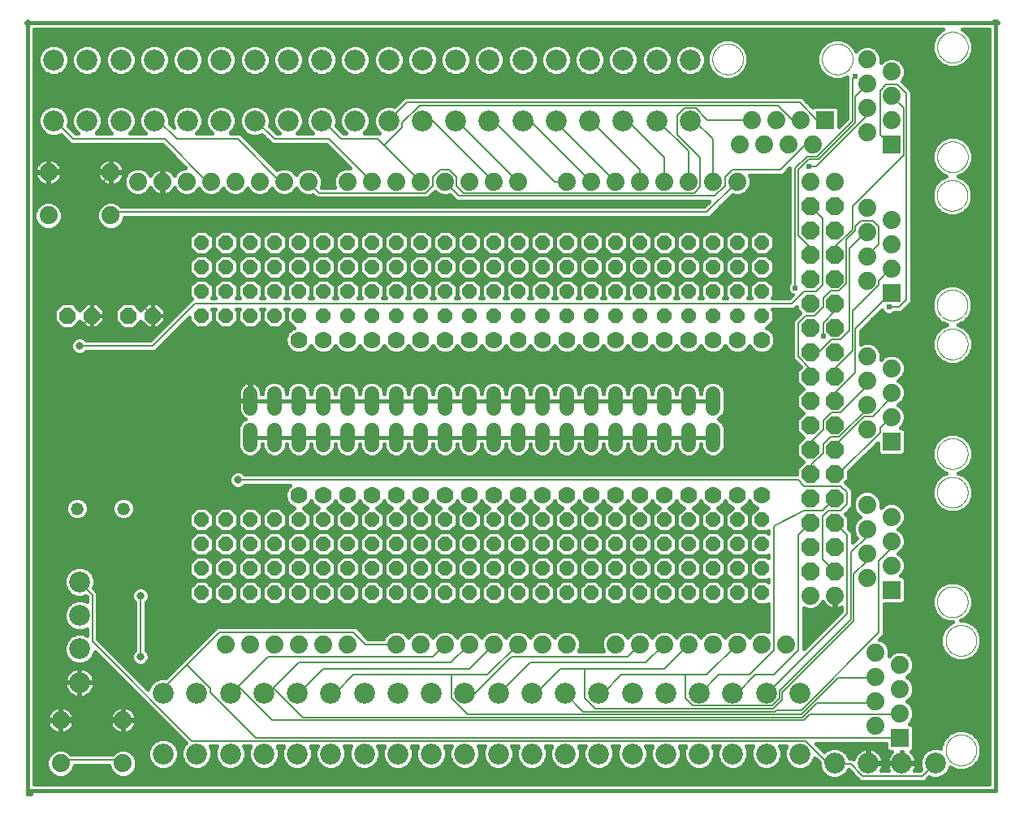
<source format=gtl>
G75*
%MOIN*%
%OFA0B0*%
%FSLAX25Y25*%
%IPPOS*%
%LPD*%
%AMOC8*
5,1,8,0,0,1.08239X$1,22.5*
%
%ADD10C,0.00000*%
%ADD11C,0.01600*%
%ADD12C,0.06000*%
%ADD13C,0.08600*%
%ADD14OC8,0.06000*%
%ADD15OC8,0.06600*%
%ADD16C,0.07400*%
%ADD17OC8,0.07400*%
%ADD18C,0.07000*%
%ADD19C,0.05200*%
%ADD20R,0.07400X0.07400*%
%ADD21C,0.00800*%
%ADD22C,0.03200*%
%ADD23C,0.00600*%
%ADD24C,0.02400*%
%ADD25C,0.01200*%
D10*
X0055000Y0004198D02*
X0448701Y0004198D01*
X0430520Y0020781D02*
X0430522Y0020939D01*
X0430528Y0021097D01*
X0430538Y0021255D01*
X0430552Y0021413D01*
X0430570Y0021570D01*
X0430591Y0021727D01*
X0430617Y0021883D01*
X0430647Y0022039D01*
X0430680Y0022194D01*
X0430718Y0022347D01*
X0430759Y0022500D01*
X0430804Y0022652D01*
X0430853Y0022803D01*
X0430906Y0022952D01*
X0430962Y0023100D01*
X0431022Y0023246D01*
X0431086Y0023391D01*
X0431154Y0023534D01*
X0431225Y0023676D01*
X0431299Y0023816D01*
X0431377Y0023953D01*
X0431459Y0024089D01*
X0431543Y0024223D01*
X0431632Y0024354D01*
X0431723Y0024483D01*
X0431818Y0024610D01*
X0431915Y0024735D01*
X0432016Y0024857D01*
X0432120Y0024976D01*
X0432227Y0025093D01*
X0432337Y0025207D01*
X0432450Y0025318D01*
X0432565Y0025427D01*
X0432683Y0025532D01*
X0432804Y0025634D01*
X0432927Y0025734D01*
X0433053Y0025830D01*
X0433181Y0025923D01*
X0433311Y0026013D01*
X0433444Y0026099D01*
X0433579Y0026183D01*
X0433715Y0026262D01*
X0433854Y0026339D01*
X0433995Y0026411D01*
X0434137Y0026481D01*
X0434281Y0026546D01*
X0434427Y0026608D01*
X0434574Y0026666D01*
X0434723Y0026721D01*
X0434873Y0026772D01*
X0435024Y0026819D01*
X0435176Y0026862D01*
X0435329Y0026901D01*
X0435484Y0026937D01*
X0435639Y0026968D01*
X0435795Y0026996D01*
X0435951Y0027020D01*
X0436108Y0027040D01*
X0436266Y0027056D01*
X0436423Y0027068D01*
X0436582Y0027076D01*
X0436740Y0027080D01*
X0436898Y0027080D01*
X0437056Y0027076D01*
X0437215Y0027068D01*
X0437372Y0027056D01*
X0437530Y0027040D01*
X0437687Y0027020D01*
X0437843Y0026996D01*
X0437999Y0026968D01*
X0438154Y0026937D01*
X0438309Y0026901D01*
X0438462Y0026862D01*
X0438614Y0026819D01*
X0438765Y0026772D01*
X0438915Y0026721D01*
X0439064Y0026666D01*
X0439211Y0026608D01*
X0439357Y0026546D01*
X0439501Y0026481D01*
X0439643Y0026411D01*
X0439784Y0026339D01*
X0439923Y0026262D01*
X0440059Y0026183D01*
X0440194Y0026099D01*
X0440327Y0026013D01*
X0440457Y0025923D01*
X0440585Y0025830D01*
X0440711Y0025734D01*
X0440834Y0025634D01*
X0440955Y0025532D01*
X0441073Y0025427D01*
X0441188Y0025318D01*
X0441301Y0025207D01*
X0441411Y0025093D01*
X0441518Y0024976D01*
X0441622Y0024857D01*
X0441723Y0024735D01*
X0441820Y0024610D01*
X0441915Y0024483D01*
X0442006Y0024354D01*
X0442095Y0024223D01*
X0442179Y0024089D01*
X0442261Y0023953D01*
X0442339Y0023816D01*
X0442413Y0023676D01*
X0442484Y0023534D01*
X0442552Y0023391D01*
X0442616Y0023246D01*
X0442676Y0023100D01*
X0442732Y0022952D01*
X0442785Y0022803D01*
X0442834Y0022652D01*
X0442879Y0022500D01*
X0442920Y0022347D01*
X0442958Y0022194D01*
X0442991Y0022039D01*
X0443021Y0021883D01*
X0443047Y0021727D01*
X0443068Y0021570D01*
X0443086Y0021413D01*
X0443100Y0021255D01*
X0443110Y0021097D01*
X0443116Y0020939D01*
X0443118Y0020781D01*
X0443116Y0020623D01*
X0443110Y0020465D01*
X0443100Y0020307D01*
X0443086Y0020149D01*
X0443068Y0019992D01*
X0443047Y0019835D01*
X0443021Y0019679D01*
X0442991Y0019523D01*
X0442958Y0019368D01*
X0442920Y0019215D01*
X0442879Y0019062D01*
X0442834Y0018910D01*
X0442785Y0018759D01*
X0442732Y0018610D01*
X0442676Y0018462D01*
X0442616Y0018316D01*
X0442552Y0018171D01*
X0442484Y0018028D01*
X0442413Y0017886D01*
X0442339Y0017746D01*
X0442261Y0017609D01*
X0442179Y0017473D01*
X0442095Y0017339D01*
X0442006Y0017208D01*
X0441915Y0017079D01*
X0441820Y0016952D01*
X0441723Y0016827D01*
X0441622Y0016705D01*
X0441518Y0016586D01*
X0441411Y0016469D01*
X0441301Y0016355D01*
X0441188Y0016244D01*
X0441073Y0016135D01*
X0440955Y0016030D01*
X0440834Y0015928D01*
X0440711Y0015828D01*
X0440585Y0015732D01*
X0440457Y0015639D01*
X0440327Y0015549D01*
X0440194Y0015463D01*
X0440059Y0015379D01*
X0439923Y0015300D01*
X0439784Y0015223D01*
X0439643Y0015151D01*
X0439501Y0015081D01*
X0439357Y0015016D01*
X0439211Y0014954D01*
X0439064Y0014896D01*
X0438915Y0014841D01*
X0438765Y0014790D01*
X0438614Y0014743D01*
X0438462Y0014700D01*
X0438309Y0014661D01*
X0438154Y0014625D01*
X0437999Y0014594D01*
X0437843Y0014566D01*
X0437687Y0014542D01*
X0437530Y0014522D01*
X0437372Y0014506D01*
X0437215Y0014494D01*
X0437056Y0014486D01*
X0436898Y0014482D01*
X0436740Y0014482D01*
X0436582Y0014486D01*
X0436423Y0014494D01*
X0436266Y0014506D01*
X0436108Y0014522D01*
X0435951Y0014542D01*
X0435795Y0014566D01*
X0435639Y0014594D01*
X0435484Y0014625D01*
X0435329Y0014661D01*
X0435176Y0014700D01*
X0435024Y0014743D01*
X0434873Y0014790D01*
X0434723Y0014841D01*
X0434574Y0014896D01*
X0434427Y0014954D01*
X0434281Y0015016D01*
X0434137Y0015081D01*
X0433995Y0015151D01*
X0433854Y0015223D01*
X0433715Y0015300D01*
X0433579Y0015379D01*
X0433444Y0015463D01*
X0433311Y0015549D01*
X0433181Y0015639D01*
X0433053Y0015732D01*
X0432927Y0015828D01*
X0432804Y0015928D01*
X0432683Y0016030D01*
X0432565Y0016135D01*
X0432450Y0016244D01*
X0432337Y0016355D01*
X0432227Y0016469D01*
X0432120Y0016586D01*
X0432016Y0016705D01*
X0431915Y0016827D01*
X0431818Y0016952D01*
X0431723Y0017079D01*
X0431632Y0017208D01*
X0431543Y0017339D01*
X0431459Y0017473D01*
X0431377Y0017609D01*
X0431299Y0017746D01*
X0431225Y0017886D01*
X0431154Y0018028D01*
X0431086Y0018171D01*
X0431022Y0018316D01*
X0430962Y0018462D01*
X0430906Y0018610D01*
X0430853Y0018759D01*
X0430804Y0018910D01*
X0430759Y0019062D01*
X0430718Y0019215D01*
X0430680Y0019368D01*
X0430647Y0019523D01*
X0430617Y0019679D01*
X0430591Y0019835D01*
X0430570Y0019992D01*
X0430552Y0020149D01*
X0430538Y0020307D01*
X0430528Y0020465D01*
X0430522Y0020623D01*
X0430520Y0020781D01*
X0430520Y0065781D02*
X0430522Y0065939D01*
X0430528Y0066097D01*
X0430538Y0066255D01*
X0430552Y0066413D01*
X0430570Y0066570D01*
X0430591Y0066727D01*
X0430617Y0066883D01*
X0430647Y0067039D01*
X0430680Y0067194D01*
X0430718Y0067347D01*
X0430759Y0067500D01*
X0430804Y0067652D01*
X0430853Y0067803D01*
X0430906Y0067952D01*
X0430962Y0068100D01*
X0431022Y0068246D01*
X0431086Y0068391D01*
X0431154Y0068534D01*
X0431225Y0068676D01*
X0431299Y0068816D01*
X0431377Y0068953D01*
X0431459Y0069089D01*
X0431543Y0069223D01*
X0431632Y0069354D01*
X0431723Y0069483D01*
X0431818Y0069610D01*
X0431915Y0069735D01*
X0432016Y0069857D01*
X0432120Y0069976D01*
X0432227Y0070093D01*
X0432337Y0070207D01*
X0432450Y0070318D01*
X0432565Y0070427D01*
X0432683Y0070532D01*
X0432804Y0070634D01*
X0432927Y0070734D01*
X0433053Y0070830D01*
X0433181Y0070923D01*
X0433311Y0071013D01*
X0433444Y0071099D01*
X0433579Y0071183D01*
X0433715Y0071262D01*
X0433854Y0071339D01*
X0433995Y0071411D01*
X0434137Y0071481D01*
X0434281Y0071546D01*
X0434427Y0071608D01*
X0434574Y0071666D01*
X0434723Y0071721D01*
X0434873Y0071772D01*
X0435024Y0071819D01*
X0435176Y0071862D01*
X0435329Y0071901D01*
X0435484Y0071937D01*
X0435639Y0071968D01*
X0435795Y0071996D01*
X0435951Y0072020D01*
X0436108Y0072040D01*
X0436266Y0072056D01*
X0436423Y0072068D01*
X0436582Y0072076D01*
X0436740Y0072080D01*
X0436898Y0072080D01*
X0437056Y0072076D01*
X0437215Y0072068D01*
X0437372Y0072056D01*
X0437530Y0072040D01*
X0437687Y0072020D01*
X0437843Y0071996D01*
X0437999Y0071968D01*
X0438154Y0071937D01*
X0438309Y0071901D01*
X0438462Y0071862D01*
X0438614Y0071819D01*
X0438765Y0071772D01*
X0438915Y0071721D01*
X0439064Y0071666D01*
X0439211Y0071608D01*
X0439357Y0071546D01*
X0439501Y0071481D01*
X0439643Y0071411D01*
X0439784Y0071339D01*
X0439923Y0071262D01*
X0440059Y0071183D01*
X0440194Y0071099D01*
X0440327Y0071013D01*
X0440457Y0070923D01*
X0440585Y0070830D01*
X0440711Y0070734D01*
X0440834Y0070634D01*
X0440955Y0070532D01*
X0441073Y0070427D01*
X0441188Y0070318D01*
X0441301Y0070207D01*
X0441411Y0070093D01*
X0441518Y0069976D01*
X0441622Y0069857D01*
X0441723Y0069735D01*
X0441820Y0069610D01*
X0441915Y0069483D01*
X0442006Y0069354D01*
X0442095Y0069223D01*
X0442179Y0069089D01*
X0442261Y0068953D01*
X0442339Y0068816D01*
X0442413Y0068676D01*
X0442484Y0068534D01*
X0442552Y0068391D01*
X0442616Y0068246D01*
X0442676Y0068100D01*
X0442732Y0067952D01*
X0442785Y0067803D01*
X0442834Y0067652D01*
X0442879Y0067500D01*
X0442920Y0067347D01*
X0442958Y0067194D01*
X0442991Y0067039D01*
X0443021Y0066883D01*
X0443047Y0066727D01*
X0443068Y0066570D01*
X0443086Y0066413D01*
X0443100Y0066255D01*
X0443110Y0066097D01*
X0443116Y0065939D01*
X0443118Y0065781D01*
X0443116Y0065623D01*
X0443110Y0065465D01*
X0443100Y0065307D01*
X0443086Y0065149D01*
X0443068Y0064992D01*
X0443047Y0064835D01*
X0443021Y0064679D01*
X0442991Y0064523D01*
X0442958Y0064368D01*
X0442920Y0064215D01*
X0442879Y0064062D01*
X0442834Y0063910D01*
X0442785Y0063759D01*
X0442732Y0063610D01*
X0442676Y0063462D01*
X0442616Y0063316D01*
X0442552Y0063171D01*
X0442484Y0063028D01*
X0442413Y0062886D01*
X0442339Y0062746D01*
X0442261Y0062609D01*
X0442179Y0062473D01*
X0442095Y0062339D01*
X0442006Y0062208D01*
X0441915Y0062079D01*
X0441820Y0061952D01*
X0441723Y0061827D01*
X0441622Y0061705D01*
X0441518Y0061586D01*
X0441411Y0061469D01*
X0441301Y0061355D01*
X0441188Y0061244D01*
X0441073Y0061135D01*
X0440955Y0061030D01*
X0440834Y0060928D01*
X0440711Y0060828D01*
X0440585Y0060732D01*
X0440457Y0060639D01*
X0440327Y0060549D01*
X0440194Y0060463D01*
X0440059Y0060379D01*
X0439923Y0060300D01*
X0439784Y0060223D01*
X0439643Y0060151D01*
X0439501Y0060081D01*
X0439357Y0060016D01*
X0439211Y0059954D01*
X0439064Y0059896D01*
X0438915Y0059841D01*
X0438765Y0059790D01*
X0438614Y0059743D01*
X0438462Y0059700D01*
X0438309Y0059661D01*
X0438154Y0059625D01*
X0437999Y0059594D01*
X0437843Y0059566D01*
X0437687Y0059542D01*
X0437530Y0059522D01*
X0437372Y0059506D01*
X0437215Y0059494D01*
X0437056Y0059486D01*
X0436898Y0059482D01*
X0436740Y0059482D01*
X0436582Y0059486D01*
X0436423Y0059494D01*
X0436266Y0059506D01*
X0436108Y0059522D01*
X0435951Y0059542D01*
X0435795Y0059566D01*
X0435639Y0059594D01*
X0435484Y0059625D01*
X0435329Y0059661D01*
X0435176Y0059700D01*
X0435024Y0059743D01*
X0434873Y0059790D01*
X0434723Y0059841D01*
X0434574Y0059896D01*
X0434427Y0059954D01*
X0434281Y0060016D01*
X0434137Y0060081D01*
X0433995Y0060151D01*
X0433854Y0060223D01*
X0433715Y0060300D01*
X0433579Y0060379D01*
X0433444Y0060463D01*
X0433311Y0060549D01*
X0433181Y0060639D01*
X0433053Y0060732D01*
X0432927Y0060828D01*
X0432804Y0060928D01*
X0432683Y0061030D01*
X0432565Y0061135D01*
X0432450Y0061244D01*
X0432337Y0061355D01*
X0432227Y0061469D01*
X0432120Y0061586D01*
X0432016Y0061705D01*
X0431915Y0061827D01*
X0431818Y0061952D01*
X0431723Y0062079D01*
X0431632Y0062208D01*
X0431543Y0062339D01*
X0431459Y0062473D01*
X0431377Y0062609D01*
X0431299Y0062746D01*
X0431225Y0062886D01*
X0431154Y0063028D01*
X0431086Y0063171D01*
X0431022Y0063316D01*
X0430962Y0063462D01*
X0430906Y0063610D01*
X0430853Y0063759D01*
X0430804Y0063910D01*
X0430759Y0064062D01*
X0430718Y0064215D01*
X0430680Y0064368D01*
X0430647Y0064523D01*
X0430617Y0064679D01*
X0430591Y0064835D01*
X0430570Y0064992D01*
X0430552Y0065149D01*
X0430538Y0065307D01*
X0430528Y0065465D01*
X0430522Y0065623D01*
X0430520Y0065781D01*
X0426981Y0081585D02*
X0426983Y0081743D01*
X0426989Y0081901D01*
X0426999Y0082059D01*
X0427013Y0082217D01*
X0427031Y0082374D01*
X0427052Y0082531D01*
X0427078Y0082687D01*
X0427108Y0082843D01*
X0427141Y0082998D01*
X0427179Y0083151D01*
X0427220Y0083304D01*
X0427265Y0083456D01*
X0427314Y0083607D01*
X0427367Y0083756D01*
X0427423Y0083904D01*
X0427483Y0084050D01*
X0427547Y0084195D01*
X0427615Y0084338D01*
X0427686Y0084480D01*
X0427760Y0084620D01*
X0427838Y0084757D01*
X0427920Y0084893D01*
X0428004Y0085027D01*
X0428093Y0085158D01*
X0428184Y0085287D01*
X0428279Y0085414D01*
X0428376Y0085539D01*
X0428477Y0085661D01*
X0428581Y0085780D01*
X0428688Y0085897D01*
X0428798Y0086011D01*
X0428911Y0086122D01*
X0429026Y0086231D01*
X0429144Y0086336D01*
X0429265Y0086438D01*
X0429388Y0086538D01*
X0429514Y0086634D01*
X0429642Y0086727D01*
X0429772Y0086817D01*
X0429905Y0086903D01*
X0430040Y0086987D01*
X0430176Y0087066D01*
X0430315Y0087143D01*
X0430456Y0087215D01*
X0430598Y0087285D01*
X0430742Y0087350D01*
X0430888Y0087412D01*
X0431035Y0087470D01*
X0431184Y0087525D01*
X0431334Y0087576D01*
X0431485Y0087623D01*
X0431637Y0087666D01*
X0431790Y0087705D01*
X0431945Y0087741D01*
X0432100Y0087772D01*
X0432256Y0087800D01*
X0432412Y0087824D01*
X0432569Y0087844D01*
X0432727Y0087860D01*
X0432884Y0087872D01*
X0433043Y0087880D01*
X0433201Y0087884D01*
X0433359Y0087884D01*
X0433517Y0087880D01*
X0433676Y0087872D01*
X0433833Y0087860D01*
X0433991Y0087844D01*
X0434148Y0087824D01*
X0434304Y0087800D01*
X0434460Y0087772D01*
X0434615Y0087741D01*
X0434770Y0087705D01*
X0434923Y0087666D01*
X0435075Y0087623D01*
X0435226Y0087576D01*
X0435376Y0087525D01*
X0435525Y0087470D01*
X0435672Y0087412D01*
X0435818Y0087350D01*
X0435962Y0087285D01*
X0436104Y0087215D01*
X0436245Y0087143D01*
X0436384Y0087066D01*
X0436520Y0086987D01*
X0436655Y0086903D01*
X0436788Y0086817D01*
X0436918Y0086727D01*
X0437046Y0086634D01*
X0437172Y0086538D01*
X0437295Y0086438D01*
X0437416Y0086336D01*
X0437534Y0086231D01*
X0437649Y0086122D01*
X0437762Y0086011D01*
X0437872Y0085897D01*
X0437979Y0085780D01*
X0438083Y0085661D01*
X0438184Y0085539D01*
X0438281Y0085414D01*
X0438376Y0085287D01*
X0438467Y0085158D01*
X0438556Y0085027D01*
X0438640Y0084893D01*
X0438722Y0084757D01*
X0438800Y0084620D01*
X0438874Y0084480D01*
X0438945Y0084338D01*
X0439013Y0084195D01*
X0439077Y0084050D01*
X0439137Y0083904D01*
X0439193Y0083756D01*
X0439246Y0083607D01*
X0439295Y0083456D01*
X0439340Y0083304D01*
X0439381Y0083151D01*
X0439419Y0082998D01*
X0439452Y0082843D01*
X0439482Y0082687D01*
X0439508Y0082531D01*
X0439529Y0082374D01*
X0439547Y0082217D01*
X0439561Y0082059D01*
X0439571Y0081901D01*
X0439577Y0081743D01*
X0439579Y0081585D01*
X0439577Y0081427D01*
X0439571Y0081269D01*
X0439561Y0081111D01*
X0439547Y0080953D01*
X0439529Y0080796D01*
X0439508Y0080639D01*
X0439482Y0080483D01*
X0439452Y0080327D01*
X0439419Y0080172D01*
X0439381Y0080019D01*
X0439340Y0079866D01*
X0439295Y0079714D01*
X0439246Y0079563D01*
X0439193Y0079414D01*
X0439137Y0079266D01*
X0439077Y0079120D01*
X0439013Y0078975D01*
X0438945Y0078832D01*
X0438874Y0078690D01*
X0438800Y0078550D01*
X0438722Y0078413D01*
X0438640Y0078277D01*
X0438556Y0078143D01*
X0438467Y0078012D01*
X0438376Y0077883D01*
X0438281Y0077756D01*
X0438184Y0077631D01*
X0438083Y0077509D01*
X0437979Y0077390D01*
X0437872Y0077273D01*
X0437762Y0077159D01*
X0437649Y0077048D01*
X0437534Y0076939D01*
X0437416Y0076834D01*
X0437295Y0076732D01*
X0437172Y0076632D01*
X0437046Y0076536D01*
X0436918Y0076443D01*
X0436788Y0076353D01*
X0436655Y0076267D01*
X0436520Y0076183D01*
X0436384Y0076104D01*
X0436245Y0076027D01*
X0436104Y0075955D01*
X0435962Y0075885D01*
X0435818Y0075820D01*
X0435672Y0075758D01*
X0435525Y0075700D01*
X0435376Y0075645D01*
X0435226Y0075594D01*
X0435075Y0075547D01*
X0434923Y0075504D01*
X0434770Y0075465D01*
X0434615Y0075429D01*
X0434460Y0075398D01*
X0434304Y0075370D01*
X0434148Y0075346D01*
X0433991Y0075326D01*
X0433833Y0075310D01*
X0433676Y0075298D01*
X0433517Y0075290D01*
X0433359Y0075286D01*
X0433201Y0075286D01*
X0433043Y0075290D01*
X0432884Y0075298D01*
X0432727Y0075310D01*
X0432569Y0075326D01*
X0432412Y0075346D01*
X0432256Y0075370D01*
X0432100Y0075398D01*
X0431945Y0075429D01*
X0431790Y0075465D01*
X0431637Y0075504D01*
X0431485Y0075547D01*
X0431334Y0075594D01*
X0431184Y0075645D01*
X0431035Y0075700D01*
X0430888Y0075758D01*
X0430742Y0075820D01*
X0430598Y0075885D01*
X0430456Y0075955D01*
X0430315Y0076027D01*
X0430176Y0076104D01*
X0430040Y0076183D01*
X0429905Y0076267D01*
X0429772Y0076353D01*
X0429642Y0076443D01*
X0429514Y0076536D01*
X0429388Y0076632D01*
X0429265Y0076732D01*
X0429144Y0076834D01*
X0429026Y0076939D01*
X0428911Y0077048D01*
X0428798Y0077159D01*
X0428688Y0077273D01*
X0428581Y0077390D01*
X0428477Y0077509D01*
X0428376Y0077631D01*
X0428279Y0077756D01*
X0428184Y0077883D01*
X0428093Y0078012D01*
X0428004Y0078143D01*
X0427920Y0078277D01*
X0427838Y0078413D01*
X0427760Y0078550D01*
X0427686Y0078690D01*
X0427615Y0078832D01*
X0427547Y0078975D01*
X0427483Y0079120D01*
X0427423Y0079266D01*
X0427367Y0079414D01*
X0427314Y0079563D01*
X0427265Y0079714D01*
X0427220Y0079866D01*
X0427179Y0080019D01*
X0427141Y0080172D01*
X0427108Y0080327D01*
X0427078Y0080483D01*
X0427052Y0080639D01*
X0427031Y0080796D01*
X0427013Y0080953D01*
X0426999Y0081111D01*
X0426989Y0081269D01*
X0426983Y0081427D01*
X0426981Y0081585D01*
X0426981Y0126585D02*
X0426983Y0126743D01*
X0426989Y0126901D01*
X0426999Y0127059D01*
X0427013Y0127217D01*
X0427031Y0127374D01*
X0427052Y0127531D01*
X0427078Y0127687D01*
X0427108Y0127843D01*
X0427141Y0127998D01*
X0427179Y0128151D01*
X0427220Y0128304D01*
X0427265Y0128456D01*
X0427314Y0128607D01*
X0427367Y0128756D01*
X0427423Y0128904D01*
X0427483Y0129050D01*
X0427547Y0129195D01*
X0427615Y0129338D01*
X0427686Y0129480D01*
X0427760Y0129620D01*
X0427838Y0129757D01*
X0427920Y0129893D01*
X0428004Y0130027D01*
X0428093Y0130158D01*
X0428184Y0130287D01*
X0428279Y0130414D01*
X0428376Y0130539D01*
X0428477Y0130661D01*
X0428581Y0130780D01*
X0428688Y0130897D01*
X0428798Y0131011D01*
X0428911Y0131122D01*
X0429026Y0131231D01*
X0429144Y0131336D01*
X0429265Y0131438D01*
X0429388Y0131538D01*
X0429514Y0131634D01*
X0429642Y0131727D01*
X0429772Y0131817D01*
X0429905Y0131903D01*
X0430040Y0131987D01*
X0430176Y0132066D01*
X0430315Y0132143D01*
X0430456Y0132215D01*
X0430598Y0132285D01*
X0430742Y0132350D01*
X0430888Y0132412D01*
X0431035Y0132470D01*
X0431184Y0132525D01*
X0431334Y0132576D01*
X0431485Y0132623D01*
X0431637Y0132666D01*
X0431790Y0132705D01*
X0431945Y0132741D01*
X0432100Y0132772D01*
X0432256Y0132800D01*
X0432412Y0132824D01*
X0432569Y0132844D01*
X0432727Y0132860D01*
X0432884Y0132872D01*
X0433043Y0132880D01*
X0433201Y0132884D01*
X0433359Y0132884D01*
X0433517Y0132880D01*
X0433676Y0132872D01*
X0433833Y0132860D01*
X0433991Y0132844D01*
X0434148Y0132824D01*
X0434304Y0132800D01*
X0434460Y0132772D01*
X0434615Y0132741D01*
X0434770Y0132705D01*
X0434923Y0132666D01*
X0435075Y0132623D01*
X0435226Y0132576D01*
X0435376Y0132525D01*
X0435525Y0132470D01*
X0435672Y0132412D01*
X0435818Y0132350D01*
X0435962Y0132285D01*
X0436104Y0132215D01*
X0436245Y0132143D01*
X0436384Y0132066D01*
X0436520Y0131987D01*
X0436655Y0131903D01*
X0436788Y0131817D01*
X0436918Y0131727D01*
X0437046Y0131634D01*
X0437172Y0131538D01*
X0437295Y0131438D01*
X0437416Y0131336D01*
X0437534Y0131231D01*
X0437649Y0131122D01*
X0437762Y0131011D01*
X0437872Y0130897D01*
X0437979Y0130780D01*
X0438083Y0130661D01*
X0438184Y0130539D01*
X0438281Y0130414D01*
X0438376Y0130287D01*
X0438467Y0130158D01*
X0438556Y0130027D01*
X0438640Y0129893D01*
X0438722Y0129757D01*
X0438800Y0129620D01*
X0438874Y0129480D01*
X0438945Y0129338D01*
X0439013Y0129195D01*
X0439077Y0129050D01*
X0439137Y0128904D01*
X0439193Y0128756D01*
X0439246Y0128607D01*
X0439295Y0128456D01*
X0439340Y0128304D01*
X0439381Y0128151D01*
X0439419Y0127998D01*
X0439452Y0127843D01*
X0439482Y0127687D01*
X0439508Y0127531D01*
X0439529Y0127374D01*
X0439547Y0127217D01*
X0439561Y0127059D01*
X0439571Y0126901D01*
X0439577Y0126743D01*
X0439579Y0126585D01*
X0439577Y0126427D01*
X0439571Y0126269D01*
X0439561Y0126111D01*
X0439547Y0125953D01*
X0439529Y0125796D01*
X0439508Y0125639D01*
X0439482Y0125483D01*
X0439452Y0125327D01*
X0439419Y0125172D01*
X0439381Y0125019D01*
X0439340Y0124866D01*
X0439295Y0124714D01*
X0439246Y0124563D01*
X0439193Y0124414D01*
X0439137Y0124266D01*
X0439077Y0124120D01*
X0439013Y0123975D01*
X0438945Y0123832D01*
X0438874Y0123690D01*
X0438800Y0123550D01*
X0438722Y0123413D01*
X0438640Y0123277D01*
X0438556Y0123143D01*
X0438467Y0123012D01*
X0438376Y0122883D01*
X0438281Y0122756D01*
X0438184Y0122631D01*
X0438083Y0122509D01*
X0437979Y0122390D01*
X0437872Y0122273D01*
X0437762Y0122159D01*
X0437649Y0122048D01*
X0437534Y0121939D01*
X0437416Y0121834D01*
X0437295Y0121732D01*
X0437172Y0121632D01*
X0437046Y0121536D01*
X0436918Y0121443D01*
X0436788Y0121353D01*
X0436655Y0121267D01*
X0436520Y0121183D01*
X0436384Y0121104D01*
X0436245Y0121027D01*
X0436104Y0120955D01*
X0435962Y0120885D01*
X0435818Y0120820D01*
X0435672Y0120758D01*
X0435525Y0120700D01*
X0435376Y0120645D01*
X0435226Y0120594D01*
X0435075Y0120547D01*
X0434923Y0120504D01*
X0434770Y0120465D01*
X0434615Y0120429D01*
X0434460Y0120398D01*
X0434304Y0120370D01*
X0434148Y0120346D01*
X0433991Y0120326D01*
X0433833Y0120310D01*
X0433676Y0120298D01*
X0433517Y0120290D01*
X0433359Y0120286D01*
X0433201Y0120286D01*
X0433043Y0120290D01*
X0432884Y0120298D01*
X0432727Y0120310D01*
X0432569Y0120326D01*
X0432412Y0120346D01*
X0432256Y0120370D01*
X0432100Y0120398D01*
X0431945Y0120429D01*
X0431790Y0120465D01*
X0431637Y0120504D01*
X0431485Y0120547D01*
X0431334Y0120594D01*
X0431184Y0120645D01*
X0431035Y0120700D01*
X0430888Y0120758D01*
X0430742Y0120820D01*
X0430598Y0120885D01*
X0430456Y0120955D01*
X0430315Y0121027D01*
X0430176Y0121104D01*
X0430040Y0121183D01*
X0429905Y0121267D01*
X0429772Y0121353D01*
X0429642Y0121443D01*
X0429514Y0121536D01*
X0429388Y0121632D01*
X0429265Y0121732D01*
X0429144Y0121834D01*
X0429026Y0121939D01*
X0428911Y0122048D01*
X0428798Y0122159D01*
X0428688Y0122273D01*
X0428581Y0122390D01*
X0428477Y0122509D01*
X0428376Y0122631D01*
X0428279Y0122756D01*
X0428184Y0122883D01*
X0428093Y0123012D01*
X0428004Y0123143D01*
X0427920Y0123277D01*
X0427838Y0123413D01*
X0427760Y0123550D01*
X0427686Y0123690D01*
X0427615Y0123832D01*
X0427547Y0123975D01*
X0427483Y0124120D01*
X0427423Y0124266D01*
X0427367Y0124414D01*
X0427314Y0124563D01*
X0427265Y0124714D01*
X0427220Y0124866D01*
X0427179Y0125019D01*
X0427141Y0125172D01*
X0427108Y0125327D01*
X0427078Y0125483D01*
X0427052Y0125639D01*
X0427031Y0125796D01*
X0427013Y0125953D01*
X0426999Y0126111D01*
X0426989Y0126269D01*
X0426983Y0126427D01*
X0426981Y0126585D01*
X0426965Y0142485D02*
X0426967Y0142643D01*
X0426973Y0142801D01*
X0426983Y0142959D01*
X0426997Y0143117D01*
X0427015Y0143274D01*
X0427036Y0143431D01*
X0427062Y0143587D01*
X0427092Y0143743D01*
X0427125Y0143898D01*
X0427163Y0144051D01*
X0427204Y0144204D01*
X0427249Y0144356D01*
X0427298Y0144507D01*
X0427351Y0144656D01*
X0427407Y0144804D01*
X0427467Y0144950D01*
X0427531Y0145095D01*
X0427599Y0145238D01*
X0427670Y0145380D01*
X0427744Y0145520D01*
X0427822Y0145657D01*
X0427904Y0145793D01*
X0427988Y0145927D01*
X0428077Y0146058D01*
X0428168Y0146187D01*
X0428263Y0146314D01*
X0428360Y0146439D01*
X0428461Y0146561D01*
X0428565Y0146680D01*
X0428672Y0146797D01*
X0428782Y0146911D01*
X0428895Y0147022D01*
X0429010Y0147131D01*
X0429128Y0147236D01*
X0429249Y0147338D01*
X0429372Y0147438D01*
X0429498Y0147534D01*
X0429626Y0147627D01*
X0429756Y0147717D01*
X0429889Y0147803D01*
X0430024Y0147887D01*
X0430160Y0147966D01*
X0430299Y0148043D01*
X0430440Y0148115D01*
X0430582Y0148185D01*
X0430726Y0148250D01*
X0430872Y0148312D01*
X0431019Y0148370D01*
X0431168Y0148425D01*
X0431318Y0148476D01*
X0431469Y0148523D01*
X0431621Y0148566D01*
X0431774Y0148605D01*
X0431929Y0148641D01*
X0432084Y0148672D01*
X0432240Y0148700D01*
X0432396Y0148724D01*
X0432553Y0148744D01*
X0432711Y0148760D01*
X0432868Y0148772D01*
X0433027Y0148780D01*
X0433185Y0148784D01*
X0433343Y0148784D01*
X0433501Y0148780D01*
X0433660Y0148772D01*
X0433817Y0148760D01*
X0433975Y0148744D01*
X0434132Y0148724D01*
X0434288Y0148700D01*
X0434444Y0148672D01*
X0434599Y0148641D01*
X0434754Y0148605D01*
X0434907Y0148566D01*
X0435059Y0148523D01*
X0435210Y0148476D01*
X0435360Y0148425D01*
X0435509Y0148370D01*
X0435656Y0148312D01*
X0435802Y0148250D01*
X0435946Y0148185D01*
X0436088Y0148115D01*
X0436229Y0148043D01*
X0436368Y0147966D01*
X0436504Y0147887D01*
X0436639Y0147803D01*
X0436772Y0147717D01*
X0436902Y0147627D01*
X0437030Y0147534D01*
X0437156Y0147438D01*
X0437279Y0147338D01*
X0437400Y0147236D01*
X0437518Y0147131D01*
X0437633Y0147022D01*
X0437746Y0146911D01*
X0437856Y0146797D01*
X0437963Y0146680D01*
X0438067Y0146561D01*
X0438168Y0146439D01*
X0438265Y0146314D01*
X0438360Y0146187D01*
X0438451Y0146058D01*
X0438540Y0145927D01*
X0438624Y0145793D01*
X0438706Y0145657D01*
X0438784Y0145520D01*
X0438858Y0145380D01*
X0438929Y0145238D01*
X0438997Y0145095D01*
X0439061Y0144950D01*
X0439121Y0144804D01*
X0439177Y0144656D01*
X0439230Y0144507D01*
X0439279Y0144356D01*
X0439324Y0144204D01*
X0439365Y0144051D01*
X0439403Y0143898D01*
X0439436Y0143743D01*
X0439466Y0143587D01*
X0439492Y0143431D01*
X0439513Y0143274D01*
X0439531Y0143117D01*
X0439545Y0142959D01*
X0439555Y0142801D01*
X0439561Y0142643D01*
X0439563Y0142485D01*
X0439561Y0142327D01*
X0439555Y0142169D01*
X0439545Y0142011D01*
X0439531Y0141853D01*
X0439513Y0141696D01*
X0439492Y0141539D01*
X0439466Y0141383D01*
X0439436Y0141227D01*
X0439403Y0141072D01*
X0439365Y0140919D01*
X0439324Y0140766D01*
X0439279Y0140614D01*
X0439230Y0140463D01*
X0439177Y0140314D01*
X0439121Y0140166D01*
X0439061Y0140020D01*
X0438997Y0139875D01*
X0438929Y0139732D01*
X0438858Y0139590D01*
X0438784Y0139450D01*
X0438706Y0139313D01*
X0438624Y0139177D01*
X0438540Y0139043D01*
X0438451Y0138912D01*
X0438360Y0138783D01*
X0438265Y0138656D01*
X0438168Y0138531D01*
X0438067Y0138409D01*
X0437963Y0138290D01*
X0437856Y0138173D01*
X0437746Y0138059D01*
X0437633Y0137948D01*
X0437518Y0137839D01*
X0437400Y0137734D01*
X0437279Y0137632D01*
X0437156Y0137532D01*
X0437030Y0137436D01*
X0436902Y0137343D01*
X0436772Y0137253D01*
X0436639Y0137167D01*
X0436504Y0137083D01*
X0436368Y0137004D01*
X0436229Y0136927D01*
X0436088Y0136855D01*
X0435946Y0136785D01*
X0435802Y0136720D01*
X0435656Y0136658D01*
X0435509Y0136600D01*
X0435360Y0136545D01*
X0435210Y0136494D01*
X0435059Y0136447D01*
X0434907Y0136404D01*
X0434754Y0136365D01*
X0434599Y0136329D01*
X0434444Y0136298D01*
X0434288Y0136270D01*
X0434132Y0136246D01*
X0433975Y0136226D01*
X0433817Y0136210D01*
X0433660Y0136198D01*
X0433501Y0136190D01*
X0433343Y0136186D01*
X0433185Y0136186D01*
X0433027Y0136190D01*
X0432868Y0136198D01*
X0432711Y0136210D01*
X0432553Y0136226D01*
X0432396Y0136246D01*
X0432240Y0136270D01*
X0432084Y0136298D01*
X0431929Y0136329D01*
X0431774Y0136365D01*
X0431621Y0136404D01*
X0431469Y0136447D01*
X0431318Y0136494D01*
X0431168Y0136545D01*
X0431019Y0136600D01*
X0430872Y0136658D01*
X0430726Y0136720D01*
X0430582Y0136785D01*
X0430440Y0136855D01*
X0430299Y0136927D01*
X0430160Y0137004D01*
X0430024Y0137083D01*
X0429889Y0137167D01*
X0429756Y0137253D01*
X0429626Y0137343D01*
X0429498Y0137436D01*
X0429372Y0137532D01*
X0429249Y0137632D01*
X0429128Y0137734D01*
X0429010Y0137839D01*
X0428895Y0137948D01*
X0428782Y0138059D01*
X0428672Y0138173D01*
X0428565Y0138290D01*
X0428461Y0138409D01*
X0428360Y0138531D01*
X0428263Y0138656D01*
X0428168Y0138783D01*
X0428077Y0138912D01*
X0427988Y0139043D01*
X0427904Y0139177D01*
X0427822Y0139313D01*
X0427744Y0139450D01*
X0427670Y0139590D01*
X0427599Y0139732D01*
X0427531Y0139875D01*
X0427467Y0140020D01*
X0427407Y0140166D01*
X0427351Y0140314D01*
X0427298Y0140463D01*
X0427249Y0140614D01*
X0427204Y0140766D01*
X0427163Y0140919D01*
X0427125Y0141072D01*
X0427092Y0141227D01*
X0427062Y0141383D01*
X0427036Y0141539D01*
X0427015Y0141696D01*
X0426997Y0141853D01*
X0426983Y0142011D01*
X0426973Y0142169D01*
X0426967Y0142327D01*
X0426965Y0142485D01*
X0426965Y0187485D02*
X0426967Y0187643D01*
X0426973Y0187801D01*
X0426983Y0187959D01*
X0426997Y0188117D01*
X0427015Y0188274D01*
X0427036Y0188431D01*
X0427062Y0188587D01*
X0427092Y0188743D01*
X0427125Y0188898D01*
X0427163Y0189051D01*
X0427204Y0189204D01*
X0427249Y0189356D01*
X0427298Y0189507D01*
X0427351Y0189656D01*
X0427407Y0189804D01*
X0427467Y0189950D01*
X0427531Y0190095D01*
X0427599Y0190238D01*
X0427670Y0190380D01*
X0427744Y0190520D01*
X0427822Y0190657D01*
X0427904Y0190793D01*
X0427988Y0190927D01*
X0428077Y0191058D01*
X0428168Y0191187D01*
X0428263Y0191314D01*
X0428360Y0191439D01*
X0428461Y0191561D01*
X0428565Y0191680D01*
X0428672Y0191797D01*
X0428782Y0191911D01*
X0428895Y0192022D01*
X0429010Y0192131D01*
X0429128Y0192236D01*
X0429249Y0192338D01*
X0429372Y0192438D01*
X0429498Y0192534D01*
X0429626Y0192627D01*
X0429756Y0192717D01*
X0429889Y0192803D01*
X0430024Y0192887D01*
X0430160Y0192966D01*
X0430299Y0193043D01*
X0430440Y0193115D01*
X0430582Y0193185D01*
X0430726Y0193250D01*
X0430872Y0193312D01*
X0431019Y0193370D01*
X0431168Y0193425D01*
X0431318Y0193476D01*
X0431469Y0193523D01*
X0431621Y0193566D01*
X0431774Y0193605D01*
X0431929Y0193641D01*
X0432084Y0193672D01*
X0432240Y0193700D01*
X0432396Y0193724D01*
X0432553Y0193744D01*
X0432711Y0193760D01*
X0432868Y0193772D01*
X0433027Y0193780D01*
X0433185Y0193784D01*
X0433343Y0193784D01*
X0433501Y0193780D01*
X0433660Y0193772D01*
X0433817Y0193760D01*
X0433975Y0193744D01*
X0434132Y0193724D01*
X0434288Y0193700D01*
X0434444Y0193672D01*
X0434599Y0193641D01*
X0434754Y0193605D01*
X0434907Y0193566D01*
X0435059Y0193523D01*
X0435210Y0193476D01*
X0435360Y0193425D01*
X0435509Y0193370D01*
X0435656Y0193312D01*
X0435802Y0193250D01*
X0435946Y0193185D01*
X0436088Y0193115D01*
X0436229Y0193043D01*
X0436368Y0192966D01*
X0436504Y0192887D01*
X0436639Y0192803D01*
X0436772Y0192717D01*
X0436902Y0192627D01*
X0437030Y0192534D01*
X0437156Y0192438D01*
X0437279Y0192338D01*
X0437400Y0192236D01*
X0437518Y0192131D01*
X0437633Y0192022D01*
X0437746Y0191911D01*
X0437856Y0191797D01*
X0437963Y0191680D01*
X0438067Y0191561D01*
X0438168Y0191439D01*
X0438265Y0191314D01*
X0438360Y0191187D01*
X0438451Y0191058D01*
X0438540Y0190927D01*
X0438624Y0190793D01*
X0438706Y0190657D01*
X0438784Y0190520D01*
X0438858Y0190380D01*
X0438929Y0190238D01*
X0438997Y0190095D01*
X0439061Y0189950D01*
X0439121Y0189804D01*
X0439177Y0189656D01*
X0439230Y0189507D01*
X0439279Y0189356D01*
X0439324Y0189204D01*
X0439365Y0189051D01*
X0439403Y0188898D01*
X0439436Y0188743D01*
X0439466Y0188587D01*
X0439492Y0188431D01*
X0439513Y0188274D01*
X0439531Y0188117D01*
X0439545Y0187959D01*
X0439555Y0187801D01*
X0439561Y0187643D01*
X0439563Y0187485D01*
X0439561Y0187327D01*
X0439555Y0187169D01*
X0439545Y0187011D01*
X0439531Y0186853D01*
X0439513Y0186696D01*
X0439492Y0186539D01*
X0439466Y0186383D01*
X0439436Y0186227D01*
X0439403Y0186072D01*
X0439365Y0185919D01*
X0439324Y0185766D01*
X0439279Y0185614D01*
X0439230Y0185463D01*
X0439177Y0185314D01*
X0439121Y0185166D01*
X0439061Y0185020D01*
X0438997Y0184875D01*
X0438929Y0184732D01*
X0438858Y0184590D01*
X0438784Y0184450D01*
X0438706Y0184313D01*
X0438624Y0184177D01*
X0438540Y0184043D01*
X0438451Y0183912D01*
X0438360Y0183783D01*
X0438265Y0183656D01*
X0438168Y0183531D01*
X0438067Y0183409D01*
X0437963Y0183290D01*
X0437856Y0183173D01*
X0437746Y0183059D01*
X0437633Y0182948D01*
X0437518Y0182839D01*
X0437400Y0182734D01*
X0437279Y0182632D01*
X0437156Y0182532D01*
X0437030Y0182436D01*
X0436902Y0182343D01*
X0436772Y0182253D01*
X0436639Y0182167D01*
X0436504Y0182083D01*
X0436368Y0182004D01*
X0436229Y0181927D01*
X0436088Y0181855D01*
X0435946Y0181785D01*
X0435802Y0181720D01*
X0435656Y0181658D01*
X0435509Y0181600D01*
X0435360Y0181545D01*
X0435210Y0181494D01*
X0435059Y0181447D01*
X0434907Y0181404D01*
X0434754Y0181365D01*
X0434599Y0181329D01*
X0434444Y0181298D01*
X0434288Y0181270D01*
X0434132Y0181246D01*
X0433975Y0181226D01*
X0433817Y0181210D01*
X0433660Y0181198D01*
X0433501Y0181190D01*
X0433343Y0181186D01*
X0433185Y0181186D01*
X0433027Y0181190D01*
X0432868Y0181198D01*
X0432711Y0181210D01*
X0432553Y0181226D01*
X0432396Y0181246D01*
X0432240Y0181270D01*
X0432084Y0181298D01*
X0431929Y0181329D01*
X0431774Y0181365D01*
X0431621Y0181404D01*
X0431469Y0181447D01*
X0431318Y0181494D01*
X0431168Y0181545D01*
X0431019Y0181600D01*
X0430872Y0181658D01*
X0430726Y0181720D01*
X0430582Y0181785D01*
X0430440Y0181855D01*
X0430299Y0181927D01*
X0430160Y0182004D01*
X0430024Y0182083D01*
X0429889Y0182167D01*
X0429756Y0182253D01*
X0429626Y0182343D01*
X0429498Y0182436D01*
X0429372Y0182532D01*
X0429249Y0182632D01*
X0429128Y0182734D01*
X0429010Y0182839D01*
X0428895Y0182948D01*
X0428782Y0183059D01*
X0428672Y0183173D01*
X0428565Y0183290D01*
X0428461Y0183409D01*
X0428360Y0183531D01*
X0428263Y0183656D01*
X0428168Y0183783D01*
X0428077Y0183912D01*
X0427988Y0184043D01*
X0427904Y0184177D01*
X0427822Y0184313D01*
X0427744Y0184450D01*
X0427670Y0184590D01*
X0427599Y0184732D01*
X0427531Y0184875D01*
X0427467Y0185020D01*
X0427407Y0185166D01*
X0427351Y0185314D01*
X0427298Y0185463D01*
X0427249Y0185614D01*
X0427204Y0185766D01*
X0427163Y0185919D01*
X0427125Y0186072D01*
X0427092Y0186227D01*
X0427062Y0186383D01*
X0427036Y0186539D01*
X0427015Y0186696D01*
X0426997Y0186853D01*
X0426983Y0187011D01*
X0426973Y0187169D01*
X0426967Y0187327D01*
X0426965Y0187485D01*
X0426901Y0203517D02*
X0426903Y0203675D01*
X0426909Y0203833D01*
X0426919Y0203991D01*
X0426933Y0204149D01*
X0426951Y0204306D01*
X0426972Y0204463D01*
X0426998Y0204619D01*
X0427028Y0204775D01*
X0427061Y0204930D01*
X0427099Y0205083D01*
X0427140Y0205236D01*
X0427185Y0205388D01*
X0427234Y0205539D01*
X0427287Y0205688D01*
X0427343Y0205836D01*
X0427403Y0205982D01*
X0427467Y0206127D01*
X0427535Y0206270D01*
X0427606Y0206412D01*
X0427680Y0206552D01*
X0427758Y0206689D01*
X0427840Y0206825D01*
X0427924Y0206959D01*
X0428013Y0207090D01*
X0428104Y0207219D01*
X0428199Y0207346D01*
X0428296Y0207471D01*
X0428397Y0207593D01*
X0428501Y0207712D01*
X0428608Y0207829D01*
X0428718Y0207943D01*
X0428831Y0208054D01*
X0428946Y0208163D01*
X0429064Y0208268D01*
X0429185Y0208370D01*
X0429308Y0208470D01*
X0429434Y0208566D01*
X0429562Y0208659D01*
X0429692Y0208749D01*
X0429825Y0208835D01*
X0429960Y0208919D01*
X0430096Y0208998D01*
X0430235Y0209075D01*
X0430376Y0209147D01*
X0430518Y0209217D01*
X0430662Y0209282D01*
X0430808Y0209344D01*
X0430955Y0209402D01*
X0431104Y0209457D01*
X0431254Y0209508D01*
X0431405Y0209555D01*
X0431557Y0209598D01*
X0431710Y0209637D01*
X0431865Y0209673D01*
X0432020Y0209704D01*
X0432176Y0209732D01*
X0432332Y0209756D01*
X0432489Y0209776D01*
X0432647Y0209792D01*
X0432804Y0209804D01*
X0432963Y0209812D01*
X0433121Y0209816D01*
X0433279Y0209816D01*
X0433437Y0209812D01*
X0433596Y0209804D01*
X0433753Y0209792D01*
X0433911Y0209776D01*
X0434068Y0209756D01*
X0434224Y0209732D01*
X0434380Y0209704D01*
X0434535Y0209673D01*
X0434690Y0209637D01*
X0434843Y0209598D01*
X0434995Y0209555D01*
X0435146Y0209508D01*
X0435296Y0209457D01*
X0435445Y0209402D01*
X0435592Y0209344D01*
X0435738Y0209282D01*
X0435882Y0209217D01*
X0436024Y0209147D01*
X0436165Y0209075D01*
X0436304Y0208998D01*
X0436440Y0208919D01*
X0436575Y0208835D01*
X0436708Y0208749D01*
X0436838Y0208659D01*
X0436966Y0208566D01*
X0437092Y0208470D01*
X0437215Y0208370D01*
X0437336Y0208268D01*
X0437454Y0208163D01*
X0437569Y0208054D01*
X0437682Y0207943D01*
X0437792Y0207829D01*
X0437899Y0207712D01*
X0438003Y0207593D01*
X0438104Y0207471D01*
X0438201Y0207346D01*
X0438296Y0207219D01*
X0438387Y0207090D01*
X0438476Y0206959D01*
X0438560Y0206825D01*
X0438642Y0206689D01*
X0438720Y0206552D01*
X0438794Y0206412D01*
X0438865Y0206270D01*
X0438933Y0206127D01*
X0438997Y0205982D01*
X0439057Y0205836D01*
X0439113Y0205688D01*
X0439166Y0205539D01*
X0439215Y0205388D01*
X0439260Y0205236D01*
X0439301Y0205083D01*
X0439339Y0204930D01*
X0439372Y0204775D01*
X0439402Y0204619D01*
X0439428Y0204463D01*
X0439449Y0204306D01*
X0439467Y0204149D01*
X0439481Y0203991D01*
X0439491Y0203833D01*
X0439497Y0203675D01*
X0439499Y0203517D01*
X0439497Y0203359D01*
X0439491Y0203201D01*
X0439481Y0203043D01*
X0439467Y0202885D01*
X0439449Y0202728D01*
X0439428Y0202571D01*
X0439402Y0202415D01*
X0439372Y0202259D01*
X0439339Y0202104D01*
X0439301Y0201951D01*
X0439260Y0201798D01*
X0439215Y0201646D01*
X0439166Y0201495D01*
X0439113Y0201346D01*
X0439057Y0201198D01*
X0438997Y0201052D01*
X0438933Y0200907D01*
X0438865Y0200764D01*
X0438794Y0200622D01*
X0438720Y0200482D01*
X0438642Y0200345D01*
X0438560Y0200209D01*
X0438476Y0200075D01*
X0438387Y0199944D01*
X0438296Y0199815D01*
X0438201Y0199688D01*
X0438104Y0199563D01*
X0438003Y0199441D01*
X0437899Y0199322D01*
X0437792Y0199205D01*
X0437682Y0199091D01*
X0437569Y0198980D01*
X0437454Y0198871D01*
X0437336Y0198766D01*
X0437215Y0198664D01*
X0437092Y0198564D01*
X0436966Y0198468D01*
X0436838Y0198375D01*
X0436708Y0198285D01*
X0436575Y0198199D01*
X0436440Y0198115D01*
X0436304Y0198036D01*
X0436165Y0197959D01*
X0436024Y0197887D01*
X0435882Y0197817D01*
X0435738Y0197752D01*
X0435592Y0197690D01*
X0435445Y0197632D01*
X0435296Y0197577D01*
X0435146Y0197526D01*
X0434995Y0197479D01*
X0434843Y0197436D01*
X0434690Y0197397D01*
X0434535Y0197361D01*
X0434380Y0197330D01*
X0434224Y0197302D01*
X0434068Y0197278D01*
X0433911Y0197258D01*
X0433753Y0197242D01*
X0433596Y0197230D01*
X0433437Y0197222D01*
X0433279Y0197218D01*
X0433121Y0197218D01*
X0432963Y0197222D01*
X0432804Y0197230D01*
X0432647Y0197242D01*
X0432489Y0197258D01*
X0432332Y0197278D01*
X0432176Y0197302D01*
X0432020Y0197330D01*
X0431865Y0197361D01*
X0431710Y0197397D01*
X0431557Y0197436D01*
X0431405Y0197479D01*
X0431254Y0197526D01*
X0431104Y0197577D01*
X0430955Y0197632D01*
X0430808Y0197690D01*
X0430662Y0197752D01*
X0430518Y0197817D01*
X0430376Y0197887D01*
X0430235Y0197959D01*
X0430096Y0198036D01*
X0429960Y0198115D01*
X0429825Y0198199D01*
X0429692Y0198285D01*
X0429562Y0198375D01*
X0429434Y0198468D01*
X0429308Y0198564D01*
X0429185Y0198664D01*
X0429064Y0198766D01*
X0428946Y0198871D01*
X0428831Y0198980D01*
X0428718Y0199091D01*
X0428608Y0199205D01*
X0428501Y0199322D01*
X0428397Y0199441D01*
X0428296Y0199563D01*
X0428199Y0199688D01*
X0428104Y0199815D01*
X0428013Y0199944D01*
X0427924Y0200075D01*
X0427840Y0200209D01*
X0427758Y0200345D01*
X0427680Y0200482D01*
X0427606Y0200622D01*
X0427535Y0200764D01*
X0427467Y0200907D01*
X0427403Y0201052D01*
X0427343Y0201198D01*
X0427287Y0201346D01*
X0427234Y0201495D01*
X0427185Y0201646D01*
X0427140Y0201798D01*
X0427099Y0201951D01*
X0427061Y0202104D01*
X0427028Y0202259D01*
X0426998Y0202415D01*
X0426972Y0202571D01*
X0426951Y0202728D01*
X0426933Y0202885D01*
X0426919Y0203043D01*
X0426909Y0203201D01*
X0426903Y0203359D01*
X0426901Y0203517D01*
X0426901Y0248517D02*
X0426903Y0248675D01*
X0426909Y0248833D01*
X0426919Y0248991D01*
X0426933Y0249149D01*
X0426951Y0249306D01*
X0426972Y0249463D01*
X0426998Y0249619D01*
X0427028Y0249775D01*
X0427061Y0249930D01*
X0427099Y0250083D01*
X0427140Y0250236D01*
X0427185Y0250388D01*
X0427234Y0250539D01*
X0427287Y0250688D01*
X0427343Y0250836D01*
X0427403Y0250982D01*
X0427467Y0251127D01*
X0427535Y0251270D01*
X0427606Y0251412D01*
X0427680Y0251552D01*
X0427758Y0251689D01*
X0427840Y0251825D01*
X0427924Y0251959D01*
X0428013Y0252090D01*
X0428104Y0252219D01*
X0428199Y0252346D01*
X0428296Y0252471D01*
X0428397Y0252593D01*
X0428501Y0252712D01*
X0428608Y0252829D01*
X0428718Y0252943D01*
X0428831Y0253054D01*
X0428946Y0253163D01*
X0429064Y0253268D01*
X0429185Y0253370D01*
X0429308Y0253470D01*
X0429434Y0253566D01*
X0429562Y0253659D01*
X0429692Y0253749D01*
X0429825Y0253835D01*
X0429960Y0253919D01*
X0430096Y0253998D01*
X0430235Y0254075D01*
X0430376Y0254147D01*
X0430518Y0254217D01*
X0430662Y0254282D01*
X0430808Y0254344D01*
X0430955Y0254402D01*
X0431104Y0254457D01*
X0431254Y0254508D01*
X0431405Y0254555D01*
X0431557Y0254598D01*
X0431710Y0254637D01*
X0431865Y0254673D01*
X0432020Y0254704D01*
X0432176Y0254732D01*
X0432332Y0254756D01*
X0432489Y0254776D01*
X0432647Y0254792D01*
X0432804Y0254804D01*
X0432963Y0254812D01*
X0433121Y0254816D01*
X0433279Y0254816D01*
X0433437Y0254812D01*
X0433596Y0254804D01*
X0433753Y0254792D01*
X0433911Y0254776D01*
X0434068Y0254756D01*
X0434224Y0254732D01*
X0434380Y0254704D01*
X0434535Y0254673D01*
X0434690Y0254637D01*
X0434843Y0254598D01*
X0434995Y0254555D01*
X0435146Y0254508D01*
X0435296Y0254457D01*
X0435445Y0254402D01*
X0435592Y0254344D01*
X0435738Y0254282D01*
X0435882Y0254217D01*
X0436024Y0254147D01*
X0436165Y0254075D01*
X0436304Y0253998D01*
X0436440Y0253919D01*
X0436575Y0253835D01*
X0436708Y0253749D01*
X0436838Y0253659D01*
X0436966Y0253566D01*
X0437092Y0253470D01*
X0437215Y0253370D01*
X0437336Y0253268D01*
X0437454Y0253163D01*
X0437569Y0253054D01*
X0437682Y0252943D01*
X0437792Y0252829D01*
X0437899Y0252712D01*
X0438003Y0252593D01*
X0438104Y0252471D01*
X0438201Y0252346D01*
X0438296Y0252219D01*
X0438387Y0252090D01*
X0438476Y0251959D01*
X0438560Y0251825D01*
X0438642Y0251689D01*
X0438720Y0251552D01*
X0438794Y0251412D01*
X0438865Y0251270D01*
X0438933Y0251127D01*
X0438997Y0250982D01*
X0439057Y0250836D01*
X0439113Y0250688D01*
X0439166Y0250539D01*
X0439215Y0250388D01*
X0439260Y0250236D01*
X0439301Y0250083D01*
X0439339Y0249930D01*
X0439372Y0249775D01*
X0439402Y0249619D01*
X0439428Y0249463D01*
X0439449Y0249306D01*
X0439467Y0249149D01*
X0439481Y0248991D01*
X0439491Y0248833D01*
X0439497Y0248675D01*
X0439499Y0248517D01*
X0439497Y0248359D01*
X0439491Y0248201D01*
X0439481Y0248043D01*
X0439467Y0247885D01*
X0439449Y0247728D01*
X0439428Y0247571D01*
X0439402Y0247415D01*
X0439372Y0247259D01*
X0439339Y0247104D01*
X0439301Y0246951D01*
X0439260Y0246798D01*
X0439215Y0246646D01*
X0439166Y0246495D01*
X0439113Y0246346D01*
X0439057Y0246198D01*
X0438997Y0246052D01*
X0438933Y0245907D01*
X0438865Y0245764D01*
X0438794Y0245622D01*
X0438720Y0245482D01*
X0438642Y0245345D01*
X0438560Y0245209D01*
X0438476Y0245075D01*
X0438387Y0244944D01*
X0438296Y0244815D01*
X0438201Y0244688D01*
X0438104Y0244563D01*
X0438003Y0244441D01*
X0437899Y0244322D01*
X0437792Y0244205D01*
X0437682Y0244091D01*
X0437569Y0243980D01*
X0437454Y0243871D01*
X0437336Y0243766D01*
X0437215Y0243664D01*
X0437092Y0243564D01*
X0436966Y0243468D01*
X0436838Y0243375D01*
X0436708Y0243285D01*
X0436575Y0243199D01*
X0436440Y0243115D01*
X0436304Y0243036D01*
X0436165Y0242959D01*
X0436024Y0242887D01*
X0435882Y0242817D01*
X0435738Y0242752D01*
X0435592Y0242690D01*
X0435445Y0242632D01*
X0435296Y0242577D01*
X0435146Y0242526D01*
X0434995Y0242479D01*
X0434843Y0242436D01*
X0434690Y0242397D01*
X0434535Y0242361D01*
X0434380Y0242330D01*
X0434224Y0242302D01*
X0434068Y0242278D01*
X0433911Y0242258D01*
X0433753Y0242242D01*
X0433596Y0242230D01*
X0433437Y0242222D01*
X0433279Y0242218D01*
X0433121Y0242218D01*
X0432963Y0242222D01*
X0432804Y0242230D01*
X0432647Y0242242D01*
X0432489Y0242258D01*
X0432332Y0242278D01*
X0432176Y0242302D01*
X0432020Y0242330D01*
X0431865Y0242361D01*
X0431710Y0242397D01*
X0431557Y0242436D01*
X0431405Y0242479D01*
X0431254Y0242526D01*
X0431104Y0242577D01*
X0430955Y0242632D01*
X0430808Y0242690D01*
X0430662Y0242752D01*
X0430518Y0242817D01*
X0430376Y0242887D01*
X0430235Y0242959D01*
X0430096Y0243036D01*
X0429960Y0243115D01*
X0429825Y0243199D01*
X0429692Y0243285D01*
X0429562Y0243375D01*
X0429434Y0243468D01*
X0429308Y0243564D01*
X0429185Y0243664D01*
X0429064Y0243766D01*
X0428946Y0243871D01*
X0428831Y0243980D01*
X0428718Y0244091D01*
X0428608Y0244205D01*
X0428501Y0244322D01*
X0428397Y0244441D01*
X0428296Y0244563D01*
X0428199Y0244688D01*
X0428104Y0244815D01*
X0428013Y0244944D01*
X0427924Y0245075D01*
X0427840Y0245209D01*
X0427758Y0245345D01*
X0427680Y0245482D01*
X0427606Y0245622D01*
X0427535Y0245764D01*
X0427467Y0245907D01*
X0427403Y0246052D01*
X0427343Y0246198D01*
X0427287Y0246346D01*
X0427234Y0246495D01*
X0427185Y0246646D01*
X0427140Y0246798D01*
X0427099Y0246951D01*
X0427061Y0247104D01*
X0427028Y0247259D01*
X0426998Y0247415D01*
X0426972Y0247571D01*
X0426951Y0247728D01*
X0426933Y0247885D01*
X0426919Y0248043D01*
X0426909Y0248201D01*
X0426903Y0248359D01*
X0426901Y0248517D01*
X0427028Y0264372D02*
X0427030Y0264530D01*
X0427036Y0264688D01*
X0427046Y0264846D01*
X0427060Y0265004D01*
X0427078Y0265161D01*
X0427099Y0265318D01*
X0427125Y0265474D01*
X0427155Y0265630D01*
X0427188Y0265785D01*
X0427226Y0265938D01*
X0427267Y0266091D01*
X0427312Y0266243D01*
X0427361Y0266394D01*
X0427414Y0266543D01*
X0427470Y0266691D01*
X0427530Y0266837D01*
X0427594Y0266982D01*
X0427662Y0267125D01*
X0427733Y0267267D01*
X0427807Y0267407D01*
X0427885Y0267544D01*
X0427967Y0267680D01*
X0428051Y0267814D01*
X0428140Y0267945D01*
X0428231Y0268074D01*
X0428326Y0268201D01*
X0428423Y0268326D01*
X0428524Y0268448D01*
X0428628Y0268567D01*
X0428735Y0268684D01*
X0428845Y0268798D01*
X0428958Y0268909D01*
X0429073Y0269018D01*
X0429191Y0269123D01*
X0429312Y0269225D01*
X0429435Y0269325D01*
X0429561Y0269421D01*
X0429689Y0269514D01*
X0429819Y0269604D01*
X0429952Y0269690D01*
X0430087Y0269774D01*
X0430223Y0269853D01*
X0430362Y0269930D01*
X0430503Y0270002D01*
X0430645Y0270072D01*
X0430789Y0270137D01*
X0430935Y0270199D01*
X0431082Y0270257D01*
X0431231Y0270312D01*
X0431381Y0270363D01*
X0431532Y0270410D01*
X0431684Y0270453D01*
X0431837Y0270492D01*
X0431992Y0270528D01*
X0432147Y0270559D01*
X0432303Y0270587D01*
X0432459Y0270611D01*
X0432616Y0270631D01*
X0432774Y0270647D01*
X0432931Y0270659D01*
X0433090Y0270667D01*
X0433248Y0270671D01*
X0433406Y0270671D01*
X0433564Y0270667D01*
X0433723Y0270659D01*
X0433880Y0270647D01*
X0434038Y0270631D01*
X0434195Y0270611D01*
X0434351Y0270587D01*
X0434507Y0270559D01*
X0434662Y0270528D01*
X0434817Y0270492D01*
X0434970Y0270453D01*
X0435122Y0270410D01*
X0435273Y0270363D01*
X0435423Y0270312D01*
X0435572Y0270257D01*
X0435719Y0270199D01*
X0435865Y0270137D01*
X0436009Y0270072D01*
X0436151Y0270002D01*
X0436292Y0269930D01*
X0436431Y0269853D01*
X0436567Y0269774D01*
X0436702Y0269690D01*
X0436835Y0269604D01*
X0436965Y0269514D01*
X0437093Y0269421D01*
X0437219Y0269325D01*
X0437342Y0269225D01*
X0437463Y0269123D01*
X0437581Y0269018D01*
X0437696Y0268909D01*
X0437809Y0268798D01*
X0437919Y0268684D01*
X0438026Y0268567D01*
X0438130Y0268448D01*
X0438231Y0268326D01*
X0438328Y0268201D01*
X0438423Y0268074D01*
X0438514Y0267945D01*
X0438603Y0267814D01*
X0438687Y0267680D01*
X0438769Y0267544D01*
X0438847Y0267407D01*
X0438921Y0267267D01*
X0438992Y0267125D01*
X0439060Y0266982D01*
X0439124Y0266837D01*
X0439184Y0266691D01*
X0439240Y0266543D01*
X0439293Y0266394D01*
X0439342Y0266243D01*
X0439387Y0266091D01*
X0439428Y0265938D01*
X0439466Y0265785D01*
X0439499Y0265630D01*
X0439529Y0265474D01*
X0439555Y0265318D01*
X0439576Y0265161D01*
X0439594Y0265004D01*
X0439608Y0264846D01*
X0439618Y0264688D01*
X0439624Y0264530D01*
X0439626Y0264372D01*
X0439624Y0264214D01*
X0439618Y0264056D01*
X0439608Y0263898D01*
X0439594Y0263740D01*
X0439576Y0263583D01*
X0439555Y0263426D01*
X0439529Y0263270D01*
X0439499Y0263114D01*
X0439466Y0262959D01*
X0439428Y0262806D01*
X0439387Y0262653D01*
X0439342Y0262501D01*
X0439293Y0262350D01*
X0439240Y0262201D01*
X0439184Y0262053D01*
X0439124Y0261907D01*
X0439060Y0261762D01*
X0438992Y0261619D01*
X0438921Y0261477D01*
X0438847Y0261337D01*
X0438769Y0261200D01*
X0438687Y0261064D01*
X0438603Y0260930D01*
X0438514Y0260799D01*
X0438423Y0260670D01*
X0438328Y0260543D01*
X0438231Y0260418D01*
X0438130Y0260296D01*
X0438026Y0260177D01*
X0437919Y0260060D01*
X0437809Y0259946D01*
X0437696Y0259835D01*
X0437581Y0259726D01*
X0437463Y0259621D01*
X0437342Y0259519D01*
X0437219Y0259419D01*
X0437093Y0259323D01*
X0436965Y0259230D01*
X0436835Y0259140D01*
X0436702Y0259054D01*
X0436567Y0258970D01*
X0436431Y0258891D01*
X0436292Y0258814D01*
X0436151Y0258742D01*
X0436009Y0258672D01*
X0435865Y0258607D01*
X0435719Y0258545D01*
X0435572Y0258487D01*
X0435423Y0258432D01*
X0435273Y0258381D01*
X0435122Y0258334D01*
X0434970Y0258291D01*
X0434817Y0258252D01*
X0434662Y0258216D01*
X0434507Y0258185D01*
X0434351Y0258157D01*
X0434195Y0258133D01*
X0434038Y0258113D01*
X0433880Y0258097D01*
X0433723Y0258085D01*
X0433564Y0258077D01*
X0433406Y0258073D01*
X0433248Y0258073D01*
X0433090Y0258077D01*
X0432931Y0258085D01*
X0432774Y0258097D01*
X0432616Y0258113D01*
X0432459Y0258133D01*
X0432303Y0258157D01*
X0432147Y0258185D01*
X0431992Y0258216D01*
X0431837Y0258252D01*
X0431684Y0258291D01*
X0431532Y0258334D01*
X0431381Y0258381D01*
X0431231Y0258432D01*
X0431082Y0258487D01*
X0430935Y0258545D01*
X0430789Y0258607D01*
X0430645Y0258672D01*
X0430503Y0258742D01*
X0430362Y0258814D01*
X0430223Y0258891D01*
X0430087Y0258970D01*
X0429952Y0259054D01*
X0429819Y0259140D01*
X0429689Y0259230D01*
X0429561Y0259323D01*
X0429435Y0259419D01*
X0429312Y0259519D01*
X0429191Y0259621D01*
X0429073Y0259726D01*
X0428958Y0259835D01*
X0428845Y0259946D01*
X0428735Y0260060D01*
X0428628Y0260177D01*
X0428524Y0260296D01*
X0428423Y0260418D01*
X0428326Y0260543D01*
X0428231Y0260670D01*
X0428140Y0260799D01*
X0428051Y0260930D01*
X0427967Y0261064D01*
X0427885Y0261200D01*
X0427807Y0261337D01*
X0427733Y0261477D01*
X0427662Y0261619D01*
X0427594Y0261762D01*
X0427530Y0261907D01*
X0427470Y0262053D01*
X0427414Y0262201D01*
X0427361Y0262350D01*
X0427312Y0262501D01*
X0427267Y0262653D01*
X0427226Y0262806D01*
X0427188Y0262959D01*
X0427155Y0263114D01*
X0427125Y0263270D01*
X0427099Y0263426D01*
X0427078Y0263583D01*
X0427060Y0263740D01*
X0427046Y0263898D01*
X0427036Y0264056D01*
X0427030Y0264214D01*
X0427028Y0264372D01*
X0379765Y0304514D02*
X0379767Y0304672D01*
X0379773Y0304830D01*
X0379783Y0304988D01*
X0379797Y0305146D01*
X0379815Y0305303D01*
X0379836Y0305460D01*
X0379862Y0305616D01*
X0379892Y0305772D01*
X0379925Y0305927D01*
X0379963Y0306080D01*
X0380004Y0306233D01*
X0380049Y0306385D01*
X0380098Y0306536D01*
X0380151Y0306685D01*
X0380207Y0306833D01*
X0380267Y0306979D01*
X0380331Y0307124D01*
X0380399Y0307267D01*
X0380470Y0307409D01*
X0380544Y0307549D01*
X0380622Y0307686D01*
X0380704Y0307822D01*
X0380788Y0307956D01*
X0380877Y0308087D01*
X0380968Y0308216D01*
X0381063Y0308343D01*
X0381160Y0308468D01*
X0381261Y0308590D01*
X0381365Y0308709D01*
X0381472Y0308826D01*
X0381582Y0308940D01*
X0381695Y0309051D01*
X0381810Y0309160D01*
X0381928Y0309265D01*
X0382049Y0309367D01*
X0382172Y0309467D01*
X0382298Y0309563D01*
X0382426Y0309656D01*
X0382556Y0309746D01*
X0382689Y0309832D01*
X0382824Y0309916D01*
X0382960Y0309995D01*
X0383099Y0310072D01*
X0383240Y0310144D01*
X0383382Y0310214D01*
X0383526Y0310279D01*
X0383672Y0310341D01*
X0383819Y0310399D01*
X0383968Y0310454D01*
X0384118Y0310505D01*
X0384269Y0310552D01*
X0384421Y0310595D01*
X0384574Y0310634D01*
X0384729Y0310670D01*
X0384884Y0310701D01*
X0385040Y0310729D01*
X0385196Y0310753D01*
X0385353Y0310773D01*
X0385511Y0310789D01*
X0385668Y0310801D01*
X0385827Y0310809D01*
X0385985Y0310813D01*
X0386143Y0310813D01*
X0386301Y0310809D01*
X0386460Y0310801D01*
X0386617Y0310789D01*
X0386775Y0310773D01*
X0386932Y0310753D01*
X0387088Y0310729D01*
X0387244Y0310701D01*
X0387399Y0310670D01*
X0387554Y0310634D01*
X0387707Y0310595D01*
X0387859Y0310552D01*
X0388010Y0310505D01*
X0388160Y0310454D01*
X0388309Y0310399D01*
X0388456Y0310341D01*
X0388602Y0310279D01*
X0388746Y0310214D01*
X0388888Y0310144D01*
X0389029Y0310072D01*
X0389168Y0309995D01*
X0389304Y0309916D01*
X0389439Y0309832D01*
X0389572Y0309746D01*
X0389702Y0309656D01*
X0389830Y0309563D01*
X0389956Y0309467D01*
X0390079Y0309367D01*
X0390200Y0309265D01*
X0390318Y0309160D01*
X0390433Y0309051D01*
X0390546Y0308940D01*
X0390656Y0308826D01*
X0390763Y0308709D01*
X0390867Y0308590D01*
X0390968Y0308468D01*
X0391065Y0308343D01*
X0391160Y0308216D01*
X0391251Y0308087D01*
X0391340Y0307956D01*
X0391424Y0307822D01*
X0391506Y0307686D01*
X0391584Y0307549D01*
X0391658Y0307409D01*
X0391729Y0307267D01*
X0391797Y0307124D01*
X0391861Y0306979D01*
X0391921Y0306833D01*
X0391977Y0306685D01*
X0392030Y0306536D01*
X0392079Y0306385D01*
X0392124Y0306233D01*
X0392165Y0306080D01*
X0392203Y0305927D01*
X0392236Y0305772D01*
X0392266Y0305616D01*
X0392292Y0305460D01*
X0392313Y0305303D01*
X0392331Y0305146D01*
X0392345Y0304988D01*
X0392355Y0304830D01*
X0392361Y0304672D01*
X0392363Y0304514D01*
X0392361Y0304356D01*
X0392355Y0304198D01*
X0392345Y0304040D01*
X0392331Y0303882D01*
X0392313Y0303725D01*
X0392292Y0303568D01*
X0392266Y0303412D01*
X0392236Y0303256D01*
X0392203Y0303101D01*
X0392165Y0302948D01*
X0392124Y0302795D01*
X0392079Y0302643D01*
X0392030Y0302492D01*
X0391977Y0302343D01*
X0391921Y0302195D01*
X0391861Y0302049D01*
X0391797Y0301904D01*
X0391729Y0301761D01*
X0391658Y0301619D01*
X0391584Y0301479D01*
X0391506Y0301342D01*
X0391424Y0301206D01*
X0391340Y0301072D01*
X0391251Y0300941D01*
X0391160Y0300812D01*
X0391065Y0300685D01*
X0390968Y0300560D01*
X0390867Y0300438D01*
X0390763Y0300319D01*
X0390656Y0300202D01*
X0390546Y0300088D01*
X0390433Y0299977D01*
X0390318Y0299868D01*
X0390200Y0299763D01*
X0390079Y0299661D01*
X0389956Y0299561D01*
X0389830Y0299465D01*
X0389702Y0299372D01*
X0389572Y0299282D01*
X0389439Y0299196D01*
X0389304Y0299112D01*
X0389168Y0299033D01*
X0389029Y0298956D01*
X0388888Y0298884D01*
X0388746Y0298814D01*
X0388602Y0298749D01*
X0388456Y0298687D01*
X0388309Y0298629D01*
X0388160Y0298574D01*
X0388010Y0298523D01*
X0387859Y0298476D01*
X0387707Y0298433D01*
X0387554Y0298394D01*
X0387399Y0298358D01*
X0387244Y0298327D01*
X0387088Y0298299D01*
X0386932Y0298275D01*
X0386775Y0298255D01*
X0386617Y0298239D01*
X0386460Y0298227D01*
X0386301Y0298219D01*
X0386143Y0298215D01*
X0385985Y0298215D01*
X0385827Y0298219D01*
X0385668Y0298227D01*
X0385511Y0298239D01*
X0385353Y0298255D01*
X0385196Y0298275D01*
X0385040Y0298299D01*
X0384884Y0298327D01*
X0384729Y0298358D01*
X0384574Y0298394D01*
X0384421Y0298433D01*
X0384269Y0298476D01*
X0384118Y0298523D01*
X0383968Y0298574D01*
X0383819Y0298629D01*
X0383672Y0298687D01*
X0383526Y0298749D01*
X0383382Y0298814D01*
X0383240Y0298884D01*
X0383099Y0298956D01*
X0382960Y0299033D01*
X0382824Y0299112D01*
X0382689Y0299196D01*
X0382556Y0299282D01*
X0382426Y0299372D01*
X0382298Y0299465D01*
X0382172Y0299561D01*
X0382049Y0299661D01*
X0381928Y0299763D01*
X0381810Y0299868D01*
X0381695Y0299977D01*
X0381582Y0300088D01*
X0381472Y0300202D01*
X0381365Y0300319D01*
X0381261Y0300438D01*
X0381160Y0300560D01*
X0381063Y0300685D01*
X0380968Y0300812D01*
X0380877Y0300941D01*
X0380788Y0301072D01*
X0380704Y0301206D01*
X0380622Y0301342D01*
X0380544Y0301479D01*
X0380470Y0301619D01*
X0380399Y0301761D01*
X0380331Y0301904D01*
X0380267Y0302049D01*
X0380207Y0302195D01*
X0380151Y0302343D01*
X0380098Y0302492D01*
X0380049Y0302643D01*
X0380004Y0302795D01*
X0379963Y0302948D01*
X0379925Y0303101D01*
X0379892Y0303256D01*
X0379862Y0303412D01*
X0379836Y0303568D01*
X0379815Y0303725D01*
X0379797Y0303882D01*
X0379783Y0304040D01*
X0379773Y0304198D01*
X0379767Y0304356D01*
X0379765Y0304514D01*
X0334765Y0304514D02*
X0334767Y0304672D01*
X0334773Y0304830D01*
X0334783Y0304988D01*
X0334797Y0305146D01*
X0334815Y0305303D01*
X0334836Y0305460D01*
X0334862Y0305616D01*
X0334892Y0305772D01*
X0334925Y0305927D01*
X0334963Y0306080D01*
X0335004Y0306233D01*
X0335049Y0306385D01*
X0335098Y0306536D01*
X0335151Y0306685D01*
X0335207Y0306833D01*
X0335267Y0306979D01*
X0335331Y0307124D01*
X0335399Y0307267D01*
X0335470Y0307409D01*
X0335544Y0307549D01*
X0335622Y0307686D01*
X0335704Y0307822D01*
X0335788Y0307956D01*
X0335877Y0308087D01*
X0335968Y0308216D01*
X0336063Y0308343D01*
X0336160Y0308468D01*
X0336261Y0308590D01*
X0336365Y0308709D01*
X0336472Y0308826D01*
X0336582Y0308940D01*
X0336695Y0309051D01*
X0336810Y0309160D01*
X0336928Y0309265D01*
X0337049Y0309367D01*
X0337172Y0309467D01*
X0337298Y0309563D01*
X0337426Y0309656D01*
X0337556Y0309746D01*
X0337689Y0309832D01*
X0337824Y0309916D01*
X0337960Y0309995D01*
X0338099Y0310072D01*
X0338240Y0310144D01*
X0338382Y0310214D01*
X0338526Y0310279D01*
X0338672Y0310341D01*
X0338819Y0310399D01*
X0338968Y0310454D01*
X0339118Y0310505D01*
X0339269Y0310552D01*
X0339421Y0310595D01*
X0339574Y0310634D01*
X0339729Y0310670D01*
X0339884Y0310701D01*
X0340040Y0310729D01*
X0340196Y0310753D01*
X0340353Y0310773D01*
X0340511Y0310789D01*
X0340668Y0310801D01*
X0340827Y0310809D01*
X0340985Y0310813D01*
X0341143Y0310813D01*
X0341301Y0310809D01*
X0341460Y0310801D01*
X0341617Y0310789D01*
X0341775Y0310773D01*
X0341932Y0310753D01*
X0342088Y0310729D01*
X0342244Y0310701D01*
X0342399Y0310670D01*
X0342554Y0310634D01*
X0342707Y0310595D01*
X0342859Y0310552D01*
X0343010Y0310505D01*
X0343160Y0310454D01*
X0343309Y0310399D01*
X0343456Y0310341D01*
X0343602Y0310279D01*
X0343746Y0310214D01*
X0343888Y0310144D01*
X0344029Y0310072D01*
X0344168Y0309995D01*
X0344304Y0309916D01*
X0344439Y0309832D01*
X0344572Y0309746D01*
X0344702Y0309656D01*
X0344830Y0309563D01*
X0344956Y0309467D01*
X0345079Y0309367D01*
X0345200Y0309265D01*
X0345318Y0309160D01*
X0345433Y0309051D01*
X0345546Y0308940D01*
X0345656Y0308826D01*
X0345763Y0308709D01*
X0345867Y0308590D01*
X0345968Y0308468D01*
X0346065Y0308343D01*
X0346160Y0308216D01*
X0346251Y0308087D01*
X0346340Y0307956D01*
X0346424Y0307822D01*
X0346506Y0307686D01*
X0346584Y0307549D01*
X0346658Y0307409D01*
X0346729Y0307267D01*
X0346797Y0307124D01*
X0346861Y0306979D01*
X0346921Y0306833D01*
X0346977Y0306685D01*
X0347030Y0306536D01*
X0347079Y0306385D01*
X0347124Y0306233D01*
X0347165Y0306080D01*
X0347203Y0305927D01*
X0347236Y0305772D01*
X0347266Y0305616D01*
X0347292Y0305460D01*
X0347313Y0305303D01*
X0347331Y0305146D01*
X0347345Y0304988D01*
X0347355Y0304830D01*
X0347361Y0304672D01*
X0347363Y0304514D01*
X0347361Y0304356D01*
X0347355Y0304198D01*
X0347345Y0304040D01*
X0347331Y0303882D01*
X0347313Y0303725D01*
X0347292Y0303568D01*
X0347266Y0303412D01*
X0347236Y0303256D01*
X0347203Y0303101D01*
X0347165Y0302948D01*
X0347124Y0302795D01*
X0347079Y0302643D01*
X0347030Y0302492D01*
X0346977Y0302343D01*
X0346921Y0302195D01*
X0346861Y0302049D01*
X0346797Y0301904D01*
X0346729Y0301761D01*
X0346658Y0301619D01*
X0346584Y0301479D01*
X0346506Y0301342D01*
X0346424Y0301206D01*
X0346340Y0301072D01*
X0346251Y0300941D01*
X0346160Y0300812D01*
X0346065Y0300685D01*
X0345968Y0300560D01*
X0345867Y0300438D01*
X0345763Y0300319D01*
X0345656Y0300202D01*
X0345546Y0300088D01*
X0345433Y0299977D01*
X0345318Y0299868D01*
X0345200Y0299763D01*
X0345079Y0299661D01*
X0344956Y0299561D01*
X0344830Y0299465D01*
X0344702Y0299372D01*
X0344572Y0299282D01*
X0344439Y0299196D01*
X0344304Y0299112D01*
X0344168Y0299033D01*
X0344029Y0298956D01*
X0343888Y0298884D01*
X0343746Y0298814D01*
X0343602Y0298749D01*
X0343456Y0298687D01*
X0343309Y0298629D01*
X0343160Y0298574D01*
X0343010Y0298523D01*
X0342859Y0298476D01*
X0342707Y0298433D01*
X0342554Y0298394D01*
X0342399Y0298358D01*
X0342244Y0298327D01*
X0342088Y0298299D01*
X0341932Y0298275D01*
X0341775Y0298255D01*
X0341617Y0298239D01*
X0341460Y0298227D01*
X0341301Y0298219D01*
X0341143Y0298215D01*
X0340985Y0298215D01*
X0340827Y0298219D01*
X0340668Y0298227D01*
X0340511Y0298239D01*
X0340353Y0298255D01*
X0340196Y0298275D01*
X0340040Y0298299D01*
X0339884Y0298327D01*
X0339729Y0298358D01*
X0339574Y0298394D01*
X0339421Y0298433D01*
X0339269Y0298476D01*
X0339118Y0298523D01*
X0338968Y0298574D01*
X0338819Y0298629D01*
X0338672Y0298687D01*
X0338526Y0298749D01*
X0338382Y0298814D01*
X0338240Y0298884D01*
X0338099Y0298956D01*
X0337960Y0299033D01*
X0337824Y0299112D01*
X0337689Y0299196D01*
X0337556Y0299282D01*
X0337426Y0299372D01*
X0337298Y0299465D01*
X0337172Y0299561D01*
X0337049Y0299661D01*
X0336928Y0299763D01*
X0336810Y0299868D01*
X0336695Y0299977D01*
X0336582Y0300088D01*
X0336472Y0300202D01*
X0336365Y0300319D01*
X0336261Y0300438D01*
X0336160Y0300560D01*
X0336063Y0300685D01*
X0335968Y0300812D01*
X0335877Y0300941D01*
X0335788Y0301072D01*
X0335704Y0301206D01*
X0335622Y0301342D01*
X0335544Y0301479D01*
X0335470Y0301619D01*
X0335399Y0301761D01*
X0335331Y0301904D01*
X0335267Y0302049D01*
X0335207Y0302195D01*
X0335151Y0302343D01*
X0335098Y0302492D01*
X0335049Y0302643D01*
X0335004Y0302795D01*
X0334963Y0302948D01*
X0334925Y0303101D01*
X0334892Y0303256D01*
X0334862Y0303412D01*
X0334836Y0303568D01*
X0334815Y0303725D01*
X0334797Y0303882D01*
X0334783Y0304040D01*
X0334773Y0304198D01*
X0334767Y0304356D01*
X0334765Y0304514D01*
X0427028Y0309372D02*
X0427030Y0309530D01*
X0427036Y0309688D01*
X0427046Y0309846D01*
X0427060Y0310004D01*
X0427078Y0310161D01*
X0427099Y0310318D01*
X0427125Y0310474D01*
X0427155Y0310630D01*
X0427188Y0310785D01*
X0427226Y0310938D01*
X0427267Y0311091D01*
X0427312Y0311243D01*
X0427361Y0311394D01*
X0427414Y0311543D01*
X0427470Y0311691D01*
X0427530Y0311837D01*
X0427594Y0311982D01*
X0427662Y0312125D01*
X0427733Y0312267D01*
X0427807Y0312407D01*
X0427885Y0312544D01*
X0427967Y0312680D01*
X0428051Y0312814D01*
X0428140Y0312945D01*
X0428231Y0313074D01*
X0428326Y0313201D01*
X0428423Y0313326D01*
X0428524Y0313448D01*
X0428628Y0313567D01*
X0428735Y0313684D01*
X0428845Y0313798D01*
X0428958Y0313909D01*
X0429073Y0314018D01*
X0429191Y0314123D01*
X0429312Y0314225D01*
X0429435Y0314325D01*
X0429561Y0314421D01*
X0429689Y0314514D01*
X0429819Y0314604D01*
X0429952Y0314690D01*
X0430087Y0314774D01*
X0430223Y0314853D01*
X0430362Y0314930D01*
X0430503Y0315002D01*
X0430645Y0315072D01*
X0430789Y0315137D01*
X0430935Y0315199D01*
X0431082Y0315257D01*
X0431231Y0315312D01*
X0431381Y0315363D01*
X0431532Y0315410D01*
X0431684Y0315453D01*
X0431837Y0315492D01*
X0431992Y0315528D01*
X0432147Y0315559D01*
X0432303Y0315587D01*
X0432459Y0315611D01*
X0432616Y0315631D01*
X0432774Y0315647D01*
X0432931Y0315659D01*
X0433090Y0315667D01*
X0433248Y0315671D01*
X0433406Y0315671D01*
X0433564Y0315667D01*
X0433723Y0315659D01*
X0433880Y0315647D01*
X0434038Y0315631D01*
X0434195Y0315611D01*
X0434351Y0315587D01*
X0434507Y0315559D01*
X0434662Y0315528D01*
X0434817Y0315492D01*
X0434970Y0315453D01*
X0435122Y0315410D01*
X0435273Y0315363D01*
X0435423Y0315312D01*
X0435572Y0315257D01*
X0435719Y0315199D01*
X0435865Y0315137D01*
X0436009Y0315072D01*
X0436151Y0315002D01*
X0436292Y0314930D01*
X0436431Y0314853D01*
X0436567Y0314774D01*
X0436702Y0314690D01*
X0436835Y0314604D01*
X0436965Y0314514D01*
X0437093Y0314421D01*
X0437219Y0314325D01*
X0437342Y0314225D01*
X0437463Y0314123D01*
X0437581Y0314018D01*
X0437696Y0313909D01*
X0437809Y0313798D01*
X0437919Y0313684D01*
X0438026Y0313567D01*
X0438130Y0313448D01*
X0438231Y0313326D01*
X0438328Y0313201D01*
X0438423Y0313074D01*
X0438514Y0312945D01*
X0438603Y0312814D01*
X0438687Y0312680D01*
X0438769Y0312544D01*
X0438847Y0312407D01*
X0438921Y0312267D01*
X0438992Y0312125D01*
X0439060Y0311982D01*
X0439124Y0311837D01*
X0439184Y0311691D01*
X0439240Y0311543D01*
X0439293Y0311394D01*
X0439342Y0311243D01*
X0439387Y0311091D01*
X0439428Y0310938D01*
X0439466Y0310785D01*
X0439499Y0310630D01*
X0439529Y0310474D01*
X0439555Y0310318D01*
X0439576Y0310161D01*
X0439594Y0310004D01*
X0439608Y0309846D01*
X0439618Y0309688D01*
X0439624Y0309530D01*
X0439626Y0309372D01*
X0439624Y0309214D01*
X0439618Y0309056D01*
X0439608Y0308898D01*
X0439594Y0308740D01*
X0439576Y0308583D01*
X0439555Y0308426D01*
X0439529Y0308270D01*
X0439499Y0308114D01*
X0439466Y0307959D01*
X0439428Y0307806D01*
X0439387Y0307653D01*
X0439342Y0307501D01*
X0439293Y0307350D01*
X0439240Y0307201D01*
X0439184Y0307053D01*
X0439124Y0306907D01*
X0439060Y0306762D01*
X0438992Y0306619D01*
X0438921Y0306477D01*
X0438847Y0306337D01*
X0438769Y0306200D01*
X0438687Y0306064D01*
X0438603Y0305930D01*
X0438514Y0305799D01*
X0438423Y0305670D01*
X0438328Y0305543D01*
X0438231Y0305418D01*
X0438130Y0305296D01*
X0438026Y0305177D01*
X0437919Y0305060D01*
X0437809Y0304946D01*
X0437696Y0304835D01*
X0437581Y0304726D01*
X0437463Y0304621D01*
X0437342Y0304519D01*
X0437219Y0304419D01*
X0437093Y0304323D01*
X0436965Y0304230D01*
X0436835Y0304140D01*
X0436702Y0304054D01*
X0436567Y0303970D01*
X0436431Y0303891D01*
X0436292Y0303814D01*
X0436151Y0303742D01*
X0436009Y0303672D01*
X0435865Y0303607D01*
X0435719Y0303545D01*
X0435572Y0303487D01*
X0435423Y0303432D01*
X0435273Y0303381D01*
X0435122Y0303334D01*
X0434970Y0303291D01*
X0434817Y0303252D01*
X0434662Y0303216D01*
X0434507Y0303185D01*
X0434351Y0303157D01*
X0434195Y0303133D01*
X0434038Y0303113D01*
X0433880Y0303097D01*
X0433723Y0303085D01*
X0433564Y0303077D01*
X0433406Y0303073D01*
X0433248Y0303073D01*
X0433090Y0303077D01*
X0432931Y0303085D01*
X0432774Y0303097D01*
X0432616Y0303113D01*
X0432459Y0303133D01*
X0432303Y0303157D01*
X0432147Y0303185D01*
X0431992Y0303216D01*
X0431837Y0303252D01*
X0431684Y0303291D01*
X0431532Y0303334D01*
X0431381Y0303381D01*
X0431231Y0303432D01*
X0431082Y0303487D01*
X0430935Y0303545D01*
X0430789Y0303607D01*
X0430645Y0303672D01*
X0430503Y0303742D01*
X0430362Y0303814D01*
X0430223Y0303891D01*
X0430087Y0303970D01*
X0429952Y0304054D01*
X0429819Y0304140D01*
X0429689Y0304230D01*
X0429561Y0304323D01*
X0429435Y0304419D01*
X0429312Y0304519D01*
X0429191Y0304621D01*
X0429073Y0304726D01*
X0428958Y0304835D01*
X0428845Y0304946D01*
X0428735Y0305060D01*
X0428628Y0305177D01*
X0428524Y0305296D01*
X0428423Y0305418D01*
X0428326Y0305543D01*
X0428231Y0305670D01*
X0428140Y0305799D01*
X0428051Y0305930D01*
X0427967Y0306064D01*
X0427885Y0306200D01*
X0427807Y0306337D01*
X0427733Y0306477D01*
X0427662Y0306619D01*
X0427594Y0306762D01*
X0427530Y0306907D01*
X0427470Y0307053D01*
X0427414Y0307201D01*
X0427361Y0307350D01*
X0427312Y0307501D01*
X0427267Y0307653D01*
X0427226Y0307806D01*
X0427188Y0307959D01*
X0427155Y0308114D01*
X0427125Y0308270D01*
X0427099Y0308426D01*
X0427078Y0308583D01*
X0427060Y0308740D01*
X0427046Y0308898D01*
X0427036Y0309056D01*
X0427030Y0309214D01*
X0427028Y0309372D01*
X0448701Y0319159D02*
X0055000Y0319159D01*
D11*
X0053678Y0320085D02*
X0053678Y0002874D01*
X0055000Y0002874D01*
X0055000Y0004088D01*
X0450987Y0004088D01*
X0450987Y0319423D01*
X0449682Y0319423D01*
X0450498Y0320006D02*
X0451417Y0320006D01*
X0451417Y0319546D01*
X0451877Y0319546D01*
X0451417Y0319546D02*
X0053163Y0319546D01*
X0056478Y0316746D02*
X0429442Y0316746D01*
X0428626Y0316408D01*
X0426291Y0314073D01*
X0425028Y0311023D01*
X0425028Y0307722D01*
X0426291Y0304671D01*
X0428626Y0302337D01*
X0431676Y0301073D01*
X0434978Y0301073D01*
X0438028Y0302337D01*
X0440362Y0304671D01*
X0441626Y0307722D01*
X0441626Y0311023D01*
X0440362Y0314073D01*
X0438028Y0316408D01*
X0437211Y0316746D01*
X0448187Y0316746D01*
X0448187Y0006888D01*
X0056478Y0006888D01*
X0056478Y0316746D01*
X0056478Y0315908D02*
X0428125Y0315908D01*
X0426527Y0314309D02*
X0056478Y0314309D01*
X0056478Y0312711D02*
X0339166Y0312711D01*
X0339413Y0312813D02*
X0336363Y0311550D01*
X0334028Y0309215D01*
X0332765Y0306165D01*
X0332765Y0302863D01*
X0334028Y0299813D01*
X0336363Y0297478D01*
X0339413Y0296215D01*
X0342715Y0296215D01*
X0345765Y0297478D01*
X0348099Y0299813D01*
X0349363Y0302863D01*
X0349363Y0306165D01*
X0348099Y0309215D01*
X0345765Y0311550D01*
X0342715Y0312813D01*
X0339413Y0312813D01*
X0342961Y0312711D02*
X0384166Y0312711D01*
X0384413Y0312813D02*
X0381363Y0311550D01*
X0379028Y0309215D01*
X0377765Y0306165D01*
X0377765Y0302863D01*
X0379028Y0299813D01*
X0381363Y0297478D01*
X0384413Y0296215D01*
X0387715Y0296215D01*
X0389900Y0297120D01*
X0389900Y0279951D01*
X0386764Y0276815D01*
X0386764Y0284042D01*
X0385592Y0285214D01*
X0376535Y0285214D01*
X0375986Y0284665D01*
X0372900Y0287751D01*
X0371553Y0289098D01*
X0208247Y0289098D01*
X0204207Y0285058D01*
X0203143Y0285498D01*
X0200637Y0285498D01*
X0198321Y0284539D01*
X0196549Y0282767D01*
X0195590Y0280451D01*
X0195590Y0277945D01*
X0196549Y0275630D01*
X0198153Y0274025D01*
X0197977Y0274098D01*
X0191920Y0274098D01*
X0193451Y0275630D01*
X0194410Y0277945D01*
X0194410Y0280451D01*
X0193451Y0282767D01*
X0191679Y0284539D01*
X0189363Y0285498D01*
X0186857Y0285498D01*
X0184542Y0284539D01*
X0182769Y0282767D01*
X0181810Y0280451D01*
X0181810Y0277945D01*
X0182769Y0275630D01*
X0184301Y0274098D01*
X0183494Y0274098D01*
X0180343Y0277250D01*
X0180631Y0277945D01*
X0180631Y0280451D01*
X0179672Y0282767D01*
X0177899Y0284539D01*
X0175584Y0285498D01*
X0173078Y0285498D01*
X0170762Y0284539D01*
X0168990Y0282767D01*
X0168031Y0280451D01*
X0168031Y0277945D01*
X0168990Y0275630D01*
X0170521Y0274098D01*
X0164479Y0274098D01*
X0166010Y0275630D01*
X0166969Y0277945D01*
X0166969Y0280451D01*
X0166010Y0282767D01*
X0164238Y0284539D01*
X0161922Y0285498D01*
X0159416Y0285498D01*
X0157101Y0284539D01*
X0155328Y0282767D01*
X0154369Y0280451D01*
X0154369Y0277945D01*
X0155328Y0275630D01*
X0156860Y0274098D01*
X0155994Y0274098D01*
X0152884Y0277208D01*
X0153190Y0277945D01*
X0153190Y0280451D01*
X0152231Y0282767D01*
X0150458Y0284539D01*
X0148143Y0285498D01*
X0145637Y0285498D01*
X0143321Y0284539D01*
X0141549Y0282767D01*
X0140590Y0280451D01*
X0140590Y0277945D01*
X0141549Y0275630D01*
X0143321Y0273857D01*
X0145637Y0272898D01*
X0148143Y0272898D01*
X0149743Y0273561D01*
X0153641Y0269664D01*
X0154523Y0269298D01*
X0176506Y0269298D01*
X0185906Y0259898D01*
X0183866Y0259898D01*
X0181771Y0259030D01*
X0180168Y0257427D01*
X0179300Y0255332D01*
X0179300Y0253064D01*
X0179783Y0251898D01*
X0174217Y0251898D01*
X0174700Y0253064D01*
X0174700Y0255332D01*
X0173832Y0257427D01*
X0172229Y0259030D01*
X0170134Y0259898D01*
X0167866Y0259898D01*
X0165771Y0259030D01*
X0164168Y0257427D01*
X0164000Y0257022D01*
X0163832Y0257427D01*
X0162229Y0259030D01*
X0160134Y0259898D01*
X0157866Y0259898D01*
X0155977Y0259116D01*
X0142035Y0273058D01*
X0141359Y0273733D01*
X0140477Y0274098D01*
X0136920Y0274098D01*
X0138451Y0275630D01*
X0139410Y0277945D01*
X0139410Y0280451D01*
X0138451Y0282767D01*
X0136679Y0284539D01*
X0134363Y0285498D01*
X0131857Y0285498D01*
X0129542Y0284539D01*
X0127769Y0282767D01*
X0126810Y0280451D01*
X0126810Y0277945D01*
X0127769Y0275630D01*
X0129301Y0274098D01*
X0123140Y0274098D01*
X0124672Y0275630D01*
X0125631Y0277945D01*
X0125631Y0280451D01*
X0124672Y0282767D01*
X0122899Y0284539D01*
X0120584Y0285498D01*
X0118078Y0285498D01*
X0115762Y0284539D01*
X0113990Y0282767D01*
X0113031Y0280451D01*
X0113031Y0277945D01*
X0113655Y0276437D01*
X0111969Y0278123D01*
X0111969Y0280451D01*
X0111010Y0282767D01*
X0109238Y0284539D01*
X0106922Y0285498D01*
X0104416Y0285498D01*
X0102101Y0284539D01*
X0100328Y0282767D01*
X0099369Y0280451D01*
X0099369Y0277945D01*
X0100328Y0275630D01*
X0101860Y0274098D01*
X0095699Y0274098D01*
X0097231Y0275630D01*
X0098190Y0277945D01*
X0098190Y0280451D01*
X0097231Y0282767D01*
X0095458Y0284539D01*
X0093143Y0285498D01*
X0090637Y0285498D01*
X0088321Y0284539D01*
X0086549Y0282767D01*
X0085590Y0280451D01*
X0085590Y0277945D01*
X0086549Y0275630D01*
X0088080Y0274098D01*
X0081920Y0274098D01*
X0083451Y0275630D01*
X0084410Y0277945D01*
X0084410Y0280451D01*
X0083451Y0282767D01*
X0081679Y0284539D01*
X0079363Y0285498D01*
X0076857Y0285498D01*
X0074542Y0284539D01*
X0072769Y0282767D01*
X0071810Y0280451D01*
X0071810Y0277945D01*
X0072769Y0275630D01*
X0074301Y0274098D01*
X0073494Y0274098D01*
X0070343Y0277250D01*
X0070631Y0277945D01*
X0070631Y0280451D01*
X0069672Y0282767D01*
X0067899Y0284539D01*
X0065584Y0285498D01*
X0063078Y0285498D01*
X0060762Y0284539D01*
X0058990Y0282767D01*
X0058031Y0280451D01*
X0058031Y0277945D01*
X0058990Y0275630D01*
X0060762Y0273857D01*
X0063078Y0272898D01*
X0065584Y0272898D01*
X0067226Y0273578D01*
X0071141Y0269664D01*
X0072023Y0269298D01*
X0109006Y0269298D01*
X0118406Y0259898D01*
X0117866Y0259898D01*
X0115771Y0259030D01*
X0114168Y0257427D01*
X0113881Y0256734D01*
X0113704Y0257081D01*
X0113195Y0257781D01*
X0112583Y0258393D01*
X0111883Y0258902D01*
X0111111Y0259295D01*
X0110288Y0259563D01*
X0109433Y0259698D01*
X0109200Y0259698D01*
X0109200Y0254398D01*
X0108800Y0254398D01*
X0108800Y0259698D01*
X0108567Y0259698D01*
X0107712Y0259563D01*
X0106889Y0259295D01*
X0106117Y0258902D01*
X0105417Y0258393D01*
X0104805Y0257781D01*
X0104296Y0257081D01*
X0104119Y0256734D01*
X0103832Y0257427D01*
X0102229Y0259030D01*
X0100134Y0259898D01*
X0097866Y0259898D01*
X0095771Y0259030D01*
X0094168Y0257427D01*
X0093300Y0255332D01*
X0093300Y0253064D01*
X0094168Y0250969D01*
X0095771Y0249366D01*
X0097866Y0248498D01*
X0100134Y0248498D01*
X0102229Y0249366D01*
X0103832Y0250969D01*
X0104119Y0251662D01*
X0104296Y0251316D01*
X0104805Y0250615D01*
X0105417Y0250003D01*
X0106117Y0249494D01*
X0106889Y0249101D01*
X0107712Y0248834D01*
X0108567Y0248698D01*
X0108800Y0248698D01*
X0108800Y0253998D01*
X0109200Y0253998D01*
X0109200Y0248698D01*
X0109433Y0248698D01*
X0110288Y0248834D01*
X0111111Y0249101D01*
X0111883Y0249494D01*
X0112583Y0250003D01*
X0113195Y0250615D01*
X0113704Y0251316D01*
X0113881Y0251662D01*
X0114168Y0250969D01*
X0115771Y0249366D01*
X0117866Y0248498D01*
X0120134Y0248498D01*
X0122229Y0249366D01*
X0123832Y0250969D01*
X0124000Y0251374D01*
X0124168Y0250969D01*
X0125771Y0249366D01*
X0127866Y0248498D01*
X0130134Y0248498D01*
X0132229Y0249366D01*
X0133832Y0250969D01*
X0134000Y0251374D01*
X0134168Y0250969D01*
X0135771Y0249366D01*
X0137866Y0248498D01*
X0140134Y0248498D01*
X0142229Y0249366D01*
X0143832Y0250969D01*
X0144000Y0251374D01*
X0144168Y0250969D01*
X0145771Y0249366D01*
X0147866Y0248498D01*
X0150134Y0248498D01*
X0152229Y0249366D01*
X0153832Y0250969D01*
X0154000Y0251374D01*
X0154168Y0250969D01*
X0155771Y0249366D01*
X0157866Y0248498D01*
X0160134Y0248498D01*
X0162229Y0249366D01*
X0163832Y0250969D01*
X0164000Y0251374D01*
X0164168Y0250969D01*
X0165771Y0249366D01*
X0167866Y0248498D01*
X0170134Y0248498D01*
X0170780Y0248766D01*
X0172247Y0247298D01*
X0217953Y0247298D01*
X0219300Y0248646D01*
X0220896Y0250241D01*
X0221771Y0249366D01*
X0223866Y0248498D01*
X0226134Y0248498D01*
X0227063Y0248883D01*
X0229847Y0246098D01*
X0333506Y0246098D01*
X0331506Y0244098D01*
X0092061Y0244098D01*
X0091029Y0245130D01*
X0088934Y0245998D01*
X0086666Y0245998D01*
X0084571Y0245130D01*
X0082968Y0243527D01*
X0082100Y0241432D01*
X0082100Y0239164D01*
X0082968Y0237069D01*
X0084571Y0235466D01*
X0086666Y0234598D01*
X0088934Y0234598D01*
X0091029Y0235466D01*
X0092632Y0237069D01*
X0093500Y0239164D01*
X0093500Y0239298D01*
X0332977Y0239298D01*
X0333859Y0239664D01*
X0334535Y0240339D01*
X0343037Y0248841D01*
X0343866Y0248498D01*
X0346134Y0248498D01*
X0348229Y0249366D01*
X0349832Y0250969D01*
X0350700Y0253064D01*
X0350700Y0255332D01*
X0350051Y0256898D01*
X0363753Y0256898D01*
X0365100Y0258246D01*
X0366500Y0259646D01*
X0366500Y0212824D01*
X0366087Y0212411D01*
X0365600Y0211235D01*
X0365600Y0209962D01*
X0366087Y0208786D01*
X0366987Y0207885D01*
X0367557Y0207649D01*
X0366506Y0206598D01*
X0359471Y0206598D01*
X0360000Y0207127D01*
X0360000Y0211269D01*
X0357071Y0214198D01*
X0352929Y0214198D01*
X0350000Y0211269D01*
X0347071Y0214198D01*
X0342929Y0214198D01*
X0340000Y0211269D01*
X0337071Y0214198D01*
X0332929Y0214198D01*
X0330000Y0211269D01*
X0327071Y0214198D01*
X0322929Y0214198D01*
X0320000Y0211269D01*
X0317071Y0214198D01*
X0312929Y0214198D01*
X0310000Y0211269D01*
X0307071Y0214198D01*
X0302929Y0214198D01*
X0300000Y0211269D01*
X0297071Y0214198D01*
X0292929Y0214198D01*
X0290000Y0211269D01*
X0287071Y0214198D01*
X0282929Y0214198D01*
X0280000Y0211269D01*
X0277071Y0214198D01*
X0272929Y0214198D01*
X0270000Y0211269D01*
X0267071Y0214198D01*
X0262929Y0214198D01*
X0260000Y0211269D01*
X0257071Y0214198D01*
X0252929Y0214198D01*
X0250000Y0211269D01*
X0247071Y0214198D01*
X0242929Y0214198D01*
X0240000Y0211269D01*
X0237071Y0214198D01*
X0232929Y0214198D01*
X0230000Y0211269D01*
X0227071Y0214198D01*
X0222929Y0214198D01*
X0220000Y0211269D01*
X0217071Y0214198D01*
X0212929Y0214198D01*
X0210000Y0211269D01*
X0207071Y0214198D01*
X0202929Y0214198D01*
X0200000Y0211269D01*
X0197071Y0214198D01*
X0192929Y0214198D01*
X0190000Y0211269D01*
X0187071Y0214198D01*
X0182929Y0214198D01*
X0180000Y0211269D01*
X0177071Y0214198D01*
X0172929Y0214198D01*
X0170000Y0211269D01*
X0167071Y0214198D01*
X0162929Y0214198D01*
X0160000Y0211269D01*
X0157071Y0214198D01*
X0152929Y0214198D01*
X0150000Y0211269D01*
X0147071Y0214198D01*
X0142929Y0214198D01*
X0140000Y0211269D01*
X0137071Y0214198D01*
X0132929Y0214198D01*
X0130000Y0211269D01*
X0127071Y0214198D01*
X0122929Y0214198D01*
X0120000Y0211269D01*
X0120000Y0207127D01*
X0121017Y0206110D01*
X0120465Y0205558D01*
X0104006Y0189098D01*
X0077691Y0189098D01*
X0077039Y0189750D01*
X0075716Y0190298D01*
X0074284Y0190298D01*
X0072961Y0189750D01*
X0071948Y0188737D01*
X0071400Y0187414D01*
X0071400Y0185982D01*
X0071948Y0184659D01*
X0072961Y0183646D01*
X0074284Y0183098D01*
X0075716Y0183098D01*
X0077039Y0183646D01*
X0077691Y0184298D01*
X0105477Y0184298D01*
X0106359Y0184664D01*
X0107035Y0185339D01*
X0120000Y0198304D01*
X0120000Y0197127D01*
X0122929Y0194198D01*
X0127071Y0194198D01*
X0130000Y0197127D01*
X0132929Y0194198D01*
X0137071Y0194198D01*
X0140000Y0197127D01*
X0142929Y0194198D01*
X0147071Y0194198D01*
X0150000Y0197127D01*
X0152929Y0194198D01*
X0157071Y0194198D01*
X0160000Y0197127D01*
X0162862Y0194266D01*
X0161884Y0193861D01*
X0160337Y0192314D01*
X0159500Y0190292D01*
X0159500Y0188104D01*
X0160337Y0186083D01*
X0161884Y0184536D01*
X0163906Y0183698D01*
X0166094Y0183698D01*
X0168115Y0184536D01*
X0169663Y0186083D01*
X0170000Y0186897D01*
X0170337Y0186083D01*
X0171884Y0184536D01*
X0173906Y0183698D01*
X0176094Y0183698D01*
X0178115Y0184536D01*
X0179663Y0186083D01*
X0180000Y0186897D01*
X0180337Y0186083D01*
X0181884Y0184536D01*
X0183906Y0183698D01*
X0186094Y0183698D01*
X0188115Y0184536D01*
X0189663Y0186083D01*
X0190000Y0186897D01*
X0190337Y0186083D01*
X0191884Y0184536D01*
X0193906Y0183698D01*
X0196094Y0183698D01*
X0198115Y0184536D01*
X0199663Y0186083D01*
X0200000Y0186897D01*
X0200337Y0186083D01*
X0201884Y0184536D01*
X0203906Y0183698D01*
X0206094Y0183698D01*
X0208115Y0184536D01*
X0209663Y0186083D01*
X0210000Y0186897D01*
X0210337Y0186083D01*
X0211884Y0184536D01*
X0213906Y0183698D01*
X0216094Y0183698D01*
X0218115Y0184536D01*
X0219663Y0186083D01*
X0220000Y0186897D01*
X0220337Y0186083D01*
X0221884Y0184536D01*
X0223906Y0183698D01*
X0226094Y0183698D01*
X0228115Y0184536D01*
X0229663Y0186083D01*
X0230000Y0186897D01*
X0230337Y0186083D01*
X0231884Y0184536D01*
X0233906Y0183698D01*
X0236094Y0183698D01*
X0238115Y0184536D01*
X0239663Y0186083D01*
X0240000Y0186897D01*
X0240337Y0186083D01*
X0241884Y0184536D01*
X0243906Y0183698D01*
X0246094Y0183698D01*
X0248115Y0184536D01*
X0249663Y0186083D01*
X0250000Y0186897D01*
X0250337Y0186083D01*
X0251884Y0184536D01*
X0253906Y0183698D01*
X0256094Y0183698D01*
X0258115Y0184536D01*
X0259663Y0186083D01*
X0260000Y0186897D01*
X0260337Y0186083D01*
X0261884Y0184536D01*
X0263906Y0183698D01*
X0266094Y0183698D01*
X0268115Y0184536D01*
X0269663Y0186083D01*
X0270000Y0186897D01*
X0270337Y0186083D01*
X0271884Y0184536D01*
X0273906Y0183698D01*
X0276094Y0183698D01*
X0278115Y0184536D01*
X0279663Y0186083D01*
X0280000Y0186897D01*
X0280337Y0186083D01*
X0281884Y0184536D01*
X0283906Y0183698D01*
X0286094Y0183698D01*
X0288115Y0184536D01*
X0289663Y0186083D01*
X0290000Y0186897D01*
X0290337Y0186083D01*
X0291884Y0184536D01*
X0293906Y0183698D01*
X0296094Y0183698D01*
X0298115Y0184536D01*
X0299663Y0186083D01*
X0300000Y0186897D01*
X0300337Y0186083D01*
X0301884Y0184536D01*
X0303906Y0183698D01*
X0306094Y0183698D01*
X0308115Y0184536D01*
X0309663Y0186083D01*
X0310000Y0186897D01*
X0310337Y0186083D01*
X0311884Y0184536D01*
X0313906Y0183698D01*
X0316094Y0183698D01*
X0318115Y0184536D01*
X0319663Y0186083D01*
X0320000Y0186897D01*
X0320337Y0186083D01*
X0321884Y0184536D01*
X0323906Y0183698D01*
X0326094Y0183698D01*
X0328115Y0184536D01*
X0329663Y0186083D01*
X0330000Y0186897D01*
X0330337Y0186083D01*
X0331884Y0184536D01*
X0333906Y0183698D01*
X0336094Y0183698D01*
X0338115Y0184536D01*
X0339663Y0186083D01*
X0340000Y0186897D01*
X0340337Y0186083D01*
X0341884Y0184536D01*
X0343906Y0183698D01*
X0346094Y0183698D01*
X0348115Y0184536D01*
X0349663Y0186083D01*
X0350000Y0186897D01*
X0350337Y0186083D01*
X0351884Y0184536D01*
X0353906Y0183698D01*
X0356094Y0183698D01*
X0358115Y0184536D01*
X0359663Y0186083D01*
X0360500Y0188104D01*
X0360500Y0190292D01*
X0359663Y0192314D01*
X0358115Y0193861D01*
X0357138Y0194266D01*
X0360000Y0197127D01*
X0360000Y0201269D01*
X0359471Y0201798D01*
X0367977Y0201798D01*
X0368859Y0202164D01*
X0369300Y0202604D01*
X0369300Y0201837D01*
X0370843Y0200294D01*
X0370700Y0200151D01*
X0367700Y0197151D01*
X0367700Y0181446D01*
X0369047Y0180098D01*
X0370943Y0178202D01*
X0369300Y0176559D01*
X0369300Y0171837D01*
X0371939Y0169198D01*
X0369300Y0166559D01*
X0369300Y0161837D01*
X0371939Y0159198D01*
X0369300Y0156559D01*
X0369300Y0151837D01*
X0371939Y0149198D01*
X0369300Y0146559D01*
X0369300Y0141837D01*
X0371939Y0139198D01*
X0369300Y0136559D01*
X0369300Y0134098D01*
X0142691Y0134098D01*
X0142039Y0134750D01*
X0140716Y0135298D01*
X0139284Y0135298D01*
X0137961Y0134750D01*
X0136948Y0133737D01*
X0136400Y0132414D01*
X0136400Y0130982D01*
X0136948Y0129659D01*
X0137961Y0128646D01*
X0139284Y0128098D01*
X0140716Y0128098D01*
X0142039Y0128646D01*
X0142691Y0129298D01*
X0161193Y0129298D01*
X0160337Y0128442D01*
X0159500Y0126421D01*
X0159500Y0124233D01*
X0160337Y0122211D01*
X0161884Y0120664D01*
X0162862Y0120260D01*
X0160000Y0117398D01*
X0157071Y0120327D01*
X0152929Y0120327D01*
X0150000Y0117398D01*
X0147071Y0120327D01*
X0142929Y0120327D01*
X0140000Y0117398D01*
X0137071Y0120327D01*
X0132929Y0120327D01*
X0130000Y0117398D01*
X0127071Y0120327D01*
X0122929Y0120327D01*
X0120000Y0117398D01*
X0120000Y0113256D01*
X0122929Y0110327D01*
X0127071Y0110327D01*
X0130000Y0113256D01*
X0130000Y0117398D01*
X0130000Y0113256D01*
X0132929Y0110327D01*
X0137071Y0110327D01*
X0140000Y0113256D01*
X0140000Y0117398D01*
X0140000Y0113256D01*
X0142929Y0110327D01*
X0147071Y0110327D01*
X0150000Y0113256D01*
X0150000Y0117398D01*
X0150000Y0113256D01*
X0152929Y0110327D01*
X0157071Y0110327D01*
X0160000Y0113256D01*
X0160000Y0117398D01*
X0160000Y0113256D01*
X0162929Y0110327D01*
X0167071Y0110327D01*
X0170000Y0113256D01*
X0172929Y0110327D01*
X0177071Y0110327D01*
X0180000Y0113256D01*
X0182929Y0110327D01*
X0187071Y0110327D01*
X0190000Y0113256D01*
X0192929Y0110327D01*
X0197071Y0110327D01*
X0200000Y0113256D01*
X0202929Y0110327D01*
X0207071Y0110327D01*
X0210000Y0113256D01*
X0212929Y0110327D01*
X0217071Y0110327D01*
X0220000Y0113256D01*
X0222929Y0110327D01*
X0227071Y0110327D01*
X0230000Y0113256D01*
X0232929Y0110327D01*
X0237071Y0110327D01*
X0240000Y0113256D01*
X0242929Y0110327D01*
X0247071Y0110327D01*
X0250000Y0113256D01*
X0252929Y0110327D01*
X0257071Y0110327D01*
X0260000Y0113256D01*
X0262929Y0110327D01*
X0267071Y0110327D01*
X0270000Y0113256D01*
X0272929Y0110327D01*
X0277071Y0110327D01*
X0280000Y0113256D01*
X0282929Y0110327D01*
X0287071Y0110327D01*
X0290000Y0113256D01*
X0292929Y0110327D01*
X0297071Y0110327D01*
X0300000Y0113256D01*
X0302929Y0110327D01*
X0307071Y0110327D01*
X0310000Y0113256D01*
X0312929Y0110327D01*
X0317071Y0110327D01*
X0320000Y0113256D01*
X0322929Y0110327D01*
X0327071Y0110327D01*
X0330000Y0113256D01*
X0332929Y0110327D01*
X0337071Y0110327D01*
X0340000Y0113256D01*
X0342929Y0110327D01*
X0347071Y0110327D01*
X0350000Y0113256D01*
X0352929Y0110327D01*
X0357071Y0110327D01*
X0357600Y0110856D01*
X0357600Y0109798D01*
X0357071Y0110327D01*
X0352929Y0110327D01*
X0350000Y0107398D01*
X0347071Y0110327D01*
X0342929Y0110327D01*
X0340000Y0107398D01*
X0337071Y0110327D01*
X0332929Y0110327D01*
X0330000Y0107398D01*
X0330000Y0103256D01*
X0332929Y0100327D01*
X0337071Y0100327D01*
X0340000Y0103256D01*
X0340000Y0107398D01*
X0340000Y0103256D01*
X0342929Y0100327D01*
X0347071Y0100327D01*
X0350000Y0103256D01*
X0350000Y0107398D01*
X0350000Y0103256D01*
X0352929Y0100327D01*
X0357071Y0100327D01*
X0357600Y0100856D01*
X0357600Y0099798D01*
X0357071Y0100327D01*
X0352929Y0100327D01*
X0350000Y0097398D01*
X0347071Y0100327D01*
X0342929Y0100327D01*
X0340000Y0097398D01*
X0337071Y0100327D01*
X0332929Y0100327D01*
X0330000Y0097398D01*
X0327071Y0100327D01*
X0330000Y0103256D01*
X0330000Y0107398D01*
X0327071Y0110327D01*
X0322929Y0110327D01*
X0320000Y0107398D01*
X0317071Y0110327D01*
X0312929Y0110327D01*
X0310000Y0107398D01*
X0310000Y0103256D01*
X0312929Y0100327D01*
X0317071Y0100327D01*
X0320000Y0103256D01*
X0320000Y0107398D01*
X0320000Y0103256D01*
X0322929Y0100327D01*
X0327071Y0100327D01*
X0322929Y0100327D01*
X0320000Y0097398D01*
X0317071Y0100327D01*
X0312929Y0100327D01*
X0310000Y0097398D01*
X0307071Y0100327D01*
X0310000Y0103256D01*
X0310000Y0107398D01*
X0307071Y0110327D01*
X0302929Y0110327D01*
X0300000Y0107398D01*
X0297071Y0110327D01*
X0292929Y0110327D01*
X0290000Y0107398D01*
X0290000Y0103256D01*
X0292929Y0100327D01*
X0297071Y0100327D01*
X0300000Y0103256D01*
X0300000Y0107398D01*
X0300000Y0103256D01*
X0302929Y0100327D01*
X0307071Y0100327D01*
X0302929Y0100327D01*
X0300000Y0097398D01*
X0297071Y0100327D01*
X0292929Y0100327D01*
X0290000Y0097398D01*
X0287071Y0100327D01*
X0290000Y0103256D01*
X0290000Y0107398D01*
X0287071Y0110327D01*
X0282929Y0110327D01*
X0280000Y0107398D01*
X0277071Y0110327D01*
X0272929Y0110327D01*
X0270000Y0107398D01*
X0270000Y0103256D01*
X0272929Y0100327D01*
X0277071Y0100327D01*
X0280000Y0103256D01*
X0280000Y0107398D01*
X0280000Y0103256D01*
X0282929Y0100327D01*
X0287071Y0100327D01*
X0282929Y0100327D01*
X0280000Y0097398D01*
X0277071Y0100327D01*
X0272929Y0100327D01*
X0270000Y0097398D01*
X0267071Y0100327D01*
X0270000Y0103256D01*
X0270000Y0107398D01*
X0267071Y0110327D01*
X0262929Y0110327D01*
X0260000Y0107398D01*
X0257071Y0110327D01*
X0252929Y0110327D01*
X0250000Y0107398D01*
X0250000Y0103256D01*
X0252929Y0100327D01*
X0257071Y0100327D01*
X0260000Y0103256D01*
X0260000Y0107398D01*
X0260000Y0103256D01*
X0262929Y0100327D01*
X0267071Y0100327D01*
X0262929Y0100327D01*
X0260000Y0097398D01*
X0257071Y0100327D01*
X0252929Y0100327D01*
X0250000Y0097398D01*
X0247071Y0100327D01*
X0250000Y0103256D01*
X0250000Y0107398D01*
X0247071Y0110327D01*
X0242929Y0110327D01*
X0240000Y0107398D01*
X0237071Y0110327D01*
X0232929Y0110327D01*
X0230000Y0107398D01*
X0230000Y0103256D01*
X0232929Y0100327D01*
X0237071Y0100327D01*
X0240000Y0103256D01*
X0240000Y0107398D01*
X0240000Y0103256D01*
X0242929Y0100327D01*
X0247071Y0100327D01*
X0242929Y0100327D01*
X0240000Y0097398D01*
X0237071Y0100327D01*
X0232929Y0100327D01*
X0230000Y0097398D01*
X0227071Y0100327D01*
X0230000Y0103256D01*
X0230000Y0107398D01*
X0227071Y0110327D01*
X0222929Y0110327D01*
X0220000Y0107398D01*
X0217071Y0110327D01*
X0212929Y0110327D01*
X0210000Y0107398D01*
X0210000Y0103256D01*
X0212929Y0100327D01*
X0217071Y0100327D01*
X0220000Y0103256D01*
X0220000Y0107398D01*
X0220000Y0103256D01*
X0222929Y0100327D01*
X0227071Y0100327D01*
X0222929Y0100327D01*
X0220000Y0097398D01*
X0217071Y0100327D01*
X0212929Y0100327D01*
X0210000Y0097398D01*
X0207071Y0100327D01*
X0210000Y0103256D01*
X0210000Y0107398D01*
X0207071Y0110327D01*
X0202929Y0110327D01*
X0200000Y0107398D01*
X0197071Y0110327D01*
X0192929Y0110327D01*
X0190000Y0107398D01*
X0190000Y0103256D01*
X0192929Y0100327D01*
X0197071Y0100327D01*
X0200000Y0103256D01*
X0200000Y0107398D01*
X0200000Y0103256D01*
X0202929Y0100327D01*
X0207071Y0100327D01*
X0202929Y0100327D01*
X0200000Y0097398D01*
X0197071Y0100327D01*
X0192929Y0100327D01*
X0190000Y0097398D01*
X0187071Y0100327D01*
X0190000Y0103256D01*
X0190000Y0107398D01*
X0187071Y0110327D01*
X0182929Y0110327D01*
X0180000Y0107398D01*
X0177071Y0110327D01*
X0172929Y0110327D01*
X0170000Y0107398D01*
X0170000Y0103256D01*
X0172929Y0100327D01*
X0177071Y0100327D01*
X0180000Y0103256D01*
X0180000Y0107398D01*
X0180000Y0103256D01*
X0182929Y0100327D01*
X0187071Y0100327D01*
X0182929Y0100327D01*
X0180000Y0097398D01*
X0177071Y0100327D01*
X0172929Y0100327D01*
X0170000Y0097398D01*
X0167071Y0100327D01*
X0170000Y0103256D01*
X0170000Y0107398D01*
X0167071Y0110327D01*
X0162929Y0110327D01*
X0160000Y0107398D01*
X0157071Y0110327D01*
X0152929Y0110327D01*
X0150000Y0107398D01*
X0147071Y0110327D01*
X0142929Y0110327D01*
X0140000Y0107398D01*
X0137071Y0110327D01*
X0132929Y0110327D01*
X0130000Y0107398D01*
X0127071Y0110327D01*
X0122929Y0110327D01*
X0120000Y0107398D01*
X0120000Y0103256D01*
X0122929Y0100327D01*
X0127071Y0100327D01*
X0130000Y0103256D01*
X0130000Y0107398D01*
X0130000Y0103256D01*
X0132929Y0100327D01*
X0137071Y0100327D01*
X0140000Y0103256D01*
X0140000Y0107398D01*
X0140000Y0103256D01*
X0142929Y0100327D01*
X0147071Y0100327D01*
X0150000Y0103256D01*
X0150000Y0107398D01*
X0150000Y0103256D01*
X0152929Y0100327D01*
X0157071Y0100327D01*
X0160000Y0103256D01*
X0160000Y0107398D01*
X0160000Y0103256D01*
X0162929Y0100327D01*
X0167071Y0100327D01*
X0162929Y0100327D01*
X0160000Y0097398D01*
X0157071Y0100327D01*
X0152929Y0100327D01*
X0150000Y0097398D01*
X0147071Y0100327D01*
X0142929Y0100327D01*
X0140000Y0097398D01*
X0137071Y0100327D01*
X0132929Y0100327D01*
X0130000Y0097398D01*
X0127071Y0100327D01*
X0122929Y0100327D01*
X0120000Y0097398D01*
X0120000Y0093256D01*
X0122929Y0090327D01*
X0127071Y0090327D01*
X0130000Y0093256D01*
X0130000Y0097398D01*
X0130000Y0093256D01*
X0132929Y0090327D01*
X0137071Y0090327D01*
X0140000Y0093256D01*
X0140000Y0097398D01*
X0140000Y0093256D01*
X0142929Y0090327D01*
X0147071Y0090327D01*
X0150000Y0093256D01*
X0150000Y0097398D01*
X0150000Y0093256D01*
X0152929Y0090327D01*
X0157071Y0090327D01*
X0160000Y0093256D01*
X0160000Y0097398D01*
X0160000Y0093256D01*
X0162929Y0090327D01*
X0167071Y0090327D01*
X0170000Y0093256D01*
X0170000Y0097398D01*
X0170000Y0093256D01*
X0172929Y0090327D01*
X0177071Y0090327D01*
X0180000Y0093256D01*
X0180000Y0097398D01*
X0180000Y0093256D01*
X0182929Y0090327D01*
X0187071Y0090327D01*
X0190000Y0093256D01*
X0190000Y0097398D01*
X0190000Y0093256D01*
X0192929Y0090327D01*
X0197071Y0090327D01*
X0200000Y0093256D01*
X0200000Y0097398D01*
X0200000Y0093256D01*
X0202929Y0090327D01*
X0207071Y0090327D01*
X0210000Y0093256D01*
X0210000Y0097398D01*
X0210000Y0093256D01*
X0212929Y0090327D01*
X0217071Y0090327D01*
X0220000Y0093256D01*
X0220000Y0097398D01*
X0220000Y0093256D01*
X0222929Y0090327D01*
X0227071Y0090327D01*
X0230000Y0093256D01*
X0230000Y0097398D01*
X0230000Y0093256D01*
X0232929Y0090327D01*
X0237071Y0090327D01*
X0240000Y0093256D01*
X0240000Y0097398D01*
X0240000Y0093256D01*
X0242929Y0090327D01*
X0247071Y0090327D01*
X0250000Y0093256D01*
X0250000Y0097398D01*
X0250000Y0093256D01*
X0252929Y0090327D01*
X0257071Y0090327D01*
X0260000Y0093256D01*
X0260000Y0097398D01*
X0260000Y0093256D01*
X0262929Y0090327D01*
X0267071Y0090327D01*
X0270000Y0093256D01*
X0270000Y0097398D01*
X0270000Y0093256D01*
X0272929Y0090327D01*
X0277071Y0090327D01*
X0280000Y0093256D01*
X0280000Y0097398D01*
X0280000Y0093256D01*
X0282929Y0090327D01*
X0287071Y0090327D01*
X0290000Y0093256D01*
X0290000Y0097398D01*
X0290000Y0093256D01*
X0292929Y0090327D01*
X0297071Y0090327D01*
X0300000Y0093256D01*
X0300000Y0097398D01*
X0300000Y0093256D01*
X0302929Y0090327D01*
X0307071Y0090327D01*
X0310000Y0093256D01*
X0310000Y0097398D01*
X0310000Y0093256D01*
X0312929Y0090327D01*
X0317071Y0090327D01*
X0320000Y0093256D01*
X0320000Y0097398D01*
X0320000Y0093256D01*
X0322929Y0090327D01*
X0327071Y0090327D01*
X0330000Y0093256D01*
X0330000Y0097398D01*
X0330000Y0093256D01*
X0332929Y0090327D01*
X0337071Y0090327D01*
X0340000Y0093256D01*
X0340000Y0097398D01*
X0340000Y0093256D01*
X0342929Y0090327D01*
X0347071Y0090327D01*
X0350000Y0093256D01*
X0350000Y0097398D01*
X0350000Y0093256D01*
X0352929Y0090327D01*
X0357071Y0090327D01*
X0357600Y0090856D01*
X0357600Y0089798D01*
X0357071Y0090327D01*
X0352929Y0090327D01*
X0350000Y0087398D01*
X0347071Y0090327D01*
X0342929Y0090327D01*
X0340000Y0087398D01*
X0337071Y0090327D01*
X0332929Y0090327D01*
X0330000Y0087398D01*
X0327071Y0090327D01*
X0322929Y0090327D01*
X0320000Y0087398D01*
X0317071Y0090327D01*
X0312929Y0090327D01*
X0310000Y0087398D01*
X0307071Y0090327D01*
X0302929Y0090327D01*
X0300000Y0087398D01*
X0297071Y0090327D01*
X0292929Y0090327D01*
X0290000Y0087398D01*
X0287071Y0090327D01*
X0282929Y0090327D01*
X0280000Y0087398D01*
X0277071Y0090327D01*
X0272929Y0090327D01*
X0270000Y0087398D01*
X0267071Y0090327D01*
X0262929Y0090327D01*
X0260000Y0087398D01*
X0257071Y0090327D01*
X0252929Y0090327D01*
X0250000Y0087398D01*
X0247071Y0090327D01*
X0242929Y0090327D01*
X0240000Y0087398D01*
X0237071Y0090327D01*
X0232929Y0090327D01*
X0230000Y0087398D01*
X0227071Y0090327D01*
X0222929Y0090327D01*
X0220000Y0087398D01*
X0217071Y0090327D01*
X0212929Y0090327D01*
X0210000Y0087398D01*
X0207071Y0090327D01*
X0202929Y0090327D01*
X0200000Y0087398D01*
X0197071Y0090327D01*
X0192929Y0090327D01*
X0190000Y0087398D01*
X0187071Y0090327D01*
X0182929Y0090327D01*
X0180000Y0087398D01*
X0177071Y0090327D01*
X0172929Y0090327D01*
X0170000Y0087398D01*
X0167071Y0090327D01*
X0162929Y0090327D01*
X0160000Y0087398D01*
X0157071Y0090327D01*
X0152929Y0090327D01*
X0150000Y0087398D01*
X0147071Y0090327D01*
X0142929Y0090327D01*
X0140000Y0087398D01*
X0137071Y0090327D01*
X0132929Y0090327D01*
X0130000Y0087398D01*
X0127071Y0090327D01*
X0122929Y0090327D01*
X0120000Y0087398D01*
X0120000Y0083256D01*
X0122929Y0080327D01*
X0127071Y0080327D01*
X0130000Y0083256D01*
X0130000Y0087398D01*
X0130000Y0083256D01*
X0132929Y0080327D01*
X0137071Y0080327D01*
X0140000Y0083256D01*
X0140000Y0087398D01*
X0140000Y0083256D01*
X0142929Y0080327D01*
X0147071Y0080327D01*
X0150000Y0083256D01*
X0150000Y0087398D01*
X0150000Y0083256D01*
X0152929Y0080327D01*
X0157071Y0080327D01*
X0160000Y0083256D01*
X0160000Y0087398D01*
X0160000Y0083256D01*
X0162929Y0080327D01*
X0167071Y0080327D01*
X0170000Y0083256D01*
X0170000Y0087398D01*
X0170000Y0083256D01*
X0172929Y0080327D01*
X0177071Y0080327D01*
X0180000Y0083256D01*
X0180000Y0087398D01*
X0180000Y0083256D01*
X0182929Y0080327D01*
X0187071Y0080327D01*
X0190000Y0083256D01*
X0190000Y0087398D01*
X0190000Y0083256D01*
X0192929Y0080327D01*
X0197071Y0080327D01*
X0200000Y0083256D01*
X0200000Y0087398D01*
X0200000Y0083256D01*
X0202929Y0080327D01*
X0207071Y0080327D01*
X0210000Y0083256D01*
X0210000Y0087398D01*
X0210000Y0083256D01*
X0212929Y0080327D01*
X0217071Y0080327D01*
X0220000Y0083256D01*
X0220000Y0087398D01*
X0220000Y0083256D01*
X0222929Y0080327D01*
X0227071Y0080327D01*
X0230000Y0083256D01*
X0230000Y0087398D01*
X0230000Y0083256D01*
X0232929Y0080327D01*
X0237071Y0080327D01*
X0240000Y0083256D01*
X0240000Y0087398D01*
X0240000Y0083256D01*
X0242929Y0080327D01*
X0247071Y0080327D01*
X0250000Y0083256D01*
X0250000Y0087398D01*
X0250000Y0083256D01*
X0252929Y0080327D01*
X0257071Y0080327D01*
X0260000Y0083256D01*
X0260000Y0087398D01*
X0260000Y0083256D01*
X0262929Y0080327D01*
X0267071Y0080327D01*
X0270000Y0083256D01*
X0270000Y0087398D01*
X0270000Y0083256D01*
X0272929Y0080327D01*
X0277071Y0080327D01*
X0280000Y0083256D01*
X0280000Y0087398D01*
X0280000Y0083256D01*
X0282929Y0080327D01*
X0287071Y0080327D01*
X0290000Y0083256D01*
X0290000Y0087398D01*
X0290000Y0083256D01*
X0292929Y0080327D01*
X0297071Y0080327D01*
X0300000Y0083256D01*
X0300000Y0087398D01*
X0300000Y0083256D01*
X0302929Y0080327D01*
X0307071Y0080327D01*
X0310000Y0083256D01*
X0310000Y0087398D01*
X0310000Y0083256D01*
X0312929Y0080327D01*
X0317071Y0080327D01*
X0320000Y0083256D01*
X0320000Y0087398D01*
X0320000Y0083256D01*
X0322929Y0080327D01*
X0327071Y0080327D01*
X0330000Y0083256D01*
X0330000Y0087398D01*
X0330000Y0083256D01*
X0332929Y0080327D01*
X0337071Y0080327D01*
X0340000Y0083256D01*
X0340000Y0087398D01*
X0340000Y0083256D01*
X0342929Y0080327D01*
X0347071Y0080327D01*
X0350000Y0083256D01*
X0350000Y0087398D01*
X0350000Y0083256D01*
X0352929Y0080327D01*
X0357071Y0080327D01*
X0357600Y0080856D01*
X0357600Y0069291D01*
X0356134Y0069898D01*
X0353866Y0069898D01*
X0351771Y0069030D01*
X0350168Y0067427D01*
X0350000Y0067022D01*
X0349832Y0067427D01*
X0348229Y0069030D01*
X0346134Y0069898D01*
X0343866Y0069898D01*
X0341771Y0069030D01*
X0340168Y0067427D01*
X0340000Y0067022D01*
X0339832Y0067427D01*
X0338229Y0069030D01*
X0336134Y0069898D01*
X0333866Y0069898D01*
X0331771Y0069030D01*
X0330168Y0067427D01*
X0330000Y0067022D01*
X0329832Y0067427D01*
X0328229Y0069030D01*
X0326134Y0069898D01*
X0323866Y0069898D01*
X0321771Y0069030D01*
X0320168Y0067427D01*
X0320000Y0067022D01*
X0319832Y0067427D01*
X0318229Y0069030D01*
X0316134Y0069898D01*
X0313866Y0069898D01*
X0311771Y0069030D01*
X0310168Y0067427D01*
X0310000Y0067022D01*
X0309832Y0067427D01*
X0308229Y0069030D01*
X0306134Y0069898D01*
X0303866Y0069898D01*
X0301771Y0069030D01*
X0300168Y0067427D01*
X0300000Y0067022D01*
X0299832Y0067427D01*
X0298229Y0069030D01*
X0296134Y0069898D01*
X0293866Y0069898D01*
X0291771Y0069030D01*
X0290168Y0067427D01*
X0289300Y0065332D01*
X0289300Y0063064D01*
X0289907Y0061598D01*
X0280093Y0061598D01*
X0280700Y0063064D01*
X0280700Y0065332D01*
X0279832Y0067427D01*
X0278229Y0069030D01*
X0276134Y0069898D01*
X0273866Y0069898D01*
X0271771Y0069030D01*
X0270168Y0067427D01*
X0270000Y0067022D01*
X0269832Y0067427D01*
X0268229Y0069030D01*
X0266134Y0069898D01*
X0263866Y0069898D01*
X0261771Y0069030D01*
X0260168Y0067427D01*
X0260000Y0067022D01*
X0259832Y0067427D01*
X0258229Y0069030D01*
X0256134Y0069898D01*
X0253866Y0069898D01*
X0251771Y0069030D01*
X0250168Y0067427D01*
X0250000Y0067022D01*
X0249832Y0067427D01*
X0248229Y0069030D01*
X0246134Y0069898D01*
X0243866Y0069898D01*
X0241771Y0069030D01*
X0240168Y0067427D01*
X0240000Y0067022D01*
X0239832Y0067427D01*
X0238229Y0069030D01*
X0236134Y0069898D01*
X0233866Y0069898D01*
X0231771Y0069030D01*
X0230168Y0067427D01*
X0230000Y0067022D01*
X0229832Y0067427D01*
X0228229Y0069030D01*
X0226134Y0069898D01*
X0223866Y0069898D01*
X0221771Y0069030D01*
X0220168Y0067427D01*
X0220000Y0067022D01*
X0219832Y0067427D01*
X0218229Y0069030D01*
X0216134Y0069898D01*
X0213866Y0069898D01*
X0211771Y0069030D01*
X0210168Y0067427D01*
X0210000Y0067022D01*
X0209832Y0067427D01*
X0208229Y0069030D01*
X0206134Y0069898D01*
X0203866Y0069898D01*
X0201771Y0069030D01*
X0200168Y0067427D01*
X0199824Y0066598D01*
X0193494Y0066598D01*
X0189535Y0070558D01*
X0188859Y0071233D01*
X0187977Y0071598D01*
X0132023Y0071598D01*
X0131141Y0071233D01*
X0117115Y0057208D01*
X0110406Y0050498D01*
X0108078Y0050498D01*
X0105762Y0049539D01*
X0103990Y0047767D01*
X0103139Y0045712D01*
X0082500Y0066351D01*
X0082500Y0085551D01*
X0080754Y0087297D01*
X0081300Y0088614D01*
X0081300Y0091121D01*
X0080341Y0093436D01*
X0078569Y0095208D01*
X0076253Y0096167D01*
X0073747Y0096167D01*
X0071431Y0095208D01*
X0069659Y0093436D01*
X0068700Y0091121D01*
X0068700Y0088614D01*
X0069659Y0086299D01*
X0071431Y0084527D01*
X0073747Y0083567D01*
X0076253Y0083567D01*
X0077473Y0084073D01*
X0077900Y0083646D01*
X0077900Y0081706D01*
X0076253Y0082388D01*
X0073747Y0082388D01*
X0071431Y0081429D01*
X0069659Y0079657D01*
X0068700Y0077341D01*
X0068700Y0074835D01*
X0069659Y0072519D01*
X0071431Y0070747D01*
X0073747Y0069788D01*
X0076253Y0069788D01*
X0077900Y0070470D01*
X0077900Y0067926D01*
X0076253Y0068608D01*
X0073747Y0068608D01*
X0071431Y0067649D01*
X0069659Y0065877D01*
X0068700Y0063562D01*
X0068700Y0061055D01*
X0069659Y0058740D01*
X0071431Y0056968D01*
X0073747Y0056008D01*
X0076253Y0056008D01*
X0078569Y0056968D01*
X0080341Y0058740D01*
X0081297Y0061048D01*
X0118674Y0023672D01*
X0117769Y0022767D01*
X0116810Y0020451D01*
X0116810Y0017945D01*
X0117769Y0015630D01*
X0119542Y0013857D01*
X0121857Y0012898D01*
X0124363Y0012898D01*
X0126679Y0013857D01*
X0128451Y0015630D01*
X0129410Y0017945D01*
X0129410Y0020451D01*
X0128645Y0022298D01*
X0131355Y0022298D01*
X0130590Y0020451D01*
X0130590Y0017945D01*
X0131549Y0015630D01*
X0133321Y0013857D01*
X0135637Y0012898D01*
X0138143Y0012898D01*
X0140458Y0013857D01*
X0142231Y0015630D01*
X0143190Y0017945D01*
X0143190Y0020451D01*
X0142425Y0022298D01*
X0145134Y0022298D01*
X0144369Y0020451D01*
X0144369Y0017945D01*
X0145328Y0015630D01*
X0147101Y0013857D01*
X0149416Y0012898D01*
X0151922Y0012898D01*
X0154238Y0013857D01*
X0156010Y0015630D01*
X0156969Y0017945D01*
X0156969Y0020451D01*
X0156204Y0022298D01*
X0158796Y0022298D01*
X0158031Y0020451D01*
X0158031Y0017945D01*
X0158990Y0015630D01*
X0160762Y0013857D01*
X0163078Y0012898D01*
X0165584Y0012898D01*
X0167899Y0013857D01*
X0169672Y0015630D01*
X0170631Y0017945D01*
X0170631Y0020451D01*
X0169866Y0022298D01*
X0172575Y0022298D01*
X0171810Y0020451D01*
X0171810Y0017945D01*
X0172769Y0015630D01*
X0174542Y0013857D01*
X0176857Y0012898D01*
X0179363Y0012898D01*
X0181679Y0013857D01*
X0183451Y0015630D01*
X0184410Y0017945D01*
X0184410Y0020451D01*
X0183645Y0022298D01*
X0186355Y0022298D01*
X0185590Y0020451D01*
X0185590Y0017945D01*
X0186549Y0015630D01*
X0188321Y0013857D01*
X0190637Y0012898D01*
X0193143Y0012898D01*
X0195458Y0013857D01*
X0197231Y0015630D01*
X0198190Y0017945D01*
X0198190Y0020451D01*
X0197425Y0022298D01*
X0200134Y0022298D01*
X0199369Y0020451D01*
X0199369Y0017945D01*
X0200328Y0015630D01*
X0202101Y0013857D01*
X0204416Y0012898D01*
X0206922Y0012898D01*
X0209238Y0013857D01*
X0211010Y0015630D01*
X0211969Y0017945D01*
X0211969Y0020451D01*
X0211204Y0022298D01*
X0213796Y0022298D01*
X0213031Y0020451D01*
X0213031Y0017945D01*
X0213990Y0015630D01*
X0215762Y0013857D01*
X0218078Y0012898D01*
X0220584Y0012898D01*
X0222899Y0013857D01*
X0224672Y0015630D01*
X0225631Y0017945D01*
X0225631Y0020451D01*
X0224866Y0022298D01*
X0227575Y0022298D01*
X0226810Y0020451D01*
X0226810Y0017945D01*
X0227769Y0015630D01*
X0229542Y0013857D01*
X0231857Y0012898D01*
X0234363Y0012898D01*
X0236679Y0013857D01*
X0238451Y0015630D01*
X0239410Y0017945D01*
X0239410Y0020451D01*
X0238645Y0022298D01*
X0241355Y0022298D01*
X0240590Y0020451D01*
X0240590Y0017945D01*
X0241549Y0015630D01*
X0243321Y0013857D01*
X0245637Y0012898D01*
X0248143Y0012898D01*
X0250458Y0013857D01*
X0252231Y0015630D01*
X0253190Y0017945D01*
X0253190Y0020451D01*
X0252425Y0022298D01*
X0255134Y0022298D01*
X0254369Y0020451D01*
X0254369Y0017945D01*
X0255328Y0015630D01*
X0257101Y0013857D01*
X0259416Y0012898D01*
X0261922Y0012898D01*
X0264238Y0013857D01*
X0266010Y0015630D01*
X0266969Y0017945D01*
X0266969Y0020451D01*
X0266204Y0022298D01*
X0268796Y0022298D01*
X0268031Y0020451D01*
X0268031Y0017945D01*
X0268990Y0015630D01*
X0270762Y0013857D01*
X0273078Y0012898D01*
X0275584Y0012898D01*
X0277899Y0013857D01*
X0279672Y0015630D01*
X0280631Y0017945D01*
X0280631Y0020451D01*
X0279866Y0022298D01*
X0282575Y0022298D01*
X0281810Y0020451D01*
X0281810Y0017945D01*
X0282769Y0015630D01*
X0284542Y0013857D01*
X0286857Y0012898D01*
X0289363Y0012898D01*
X0291679Y0013857D01*
X0293451Y0015630D01*
X0294410Y0017945D01*
X0294410Y0020451D01*
X0293645Y0022298D01*
X0296355Y0022298D01*
X0295590Y0020451D01*
X0295590Y0017945D01*
X0296549Y0015630D01*
X0298321Y0013857D01*
X0300637Y0012898D01*
X0303143Y0012898D01*
X0305458Y0013857D01*
X0307231Y0015630D01*
X0308190Y0017945D01*
X0308190Y0020451D01*
X0307425Y0022298D01*
X0310134Y0022298D01*
X0309369Y0020451D01*
X0309369Y0017945D01*
X0310328Y0015630D01*
X0312101Y0013857D01*
X0314416Y0012898D01*
X0316922Y0012898D01*
X0319238Y0013857D01*
X0321010Y0015630D01*
X0321969Y0017945D01*
X0321969Y0020451D01*
X0321204Y0022298D01*
X0323796Y0022298D01*
X0323031Y0020451D01*
X0323031Y0017945D01*
X0323990Y0015630D01*
X0325762Y0013857D01*
X0328078Y0012898D01*
X0330584Y0012898D01*
X0332899Y0013857D01*
X0334672Y0015630D01*
X0335631Y0017945D01*
X0335631Y0020451D01*
X0334866Y0022298D01*
X0337575Y0022298D01*
X0336810Y0020451D01*
X0336810Y0017945D01*
X0337769Y0015630D01*
X0339542Y0013857D01*
X0341857Y0012898D01*
X0344363Y0012898D01*
X0346679Y0013857D01*
X0348451Y0015630D01*
X0349410Y0017945D01*
X0349410Y0020451D01*
X0348645Y0022298D01*
X0351355Y0022298D01*
X0350590Y0020451D01*
X0350590Y0017945D01*
X0351549Y0015630D01*
X0353321Y0013857D01*
X0355637Y0012898D01*
X0358143Y0012898D01*
X0360458Y0013857D01*
X0362231Y0015630D01*
X0363190Y0017945D01*
X0363190Y0020451D01*
X0362425Y0022298D01*
X0365134Y0022298D01*
X0364369Y0020451D01*
X0364369Y0017945D01*
X0365328Y0015630D01*
X0367101Y0013857D01*
X0369416Y0012898D01*
X0371922Y0012898D01*
X0374238Y0013857D01*
X0376010Y0015630D01*
X0376803Y0017543D01*
X0378600Y0015746D01*
X0378600Y0014170D01*
X0379559Y0011855D01*
X0381331Y0010082D01*
X0383647Y0009123D01*
X0386153Y0009123D01*
X0388468Y0010082D01*
X0390241Y0011855D01*
X0390590Y0012698D01*
X0390647Y0012698D01*
X0394100Y0009246D01*
X0395447Y0007898D01*
X0421953Y0007898D01*
X0423707Y0009653D01*
X0424985Y0009123D01*
X0427491Y0009123D01*
X0429807Y0010082D01*
X0431579Y0011855D01*
X0432326Y0013659D01*
X0435168Y0012482D01*
X0438469Y0012482D01*
X0441520Y0013745D01*
X0443854Y0016080D01*
X0445118Y0019130D01*
X0445118Y0022432D01*
X0443854Y0025482D01*
X0441520Y0027817D01*
X0438469Y0029080D01*
X0435168Y0029080D01*
X0432117Y0027817D01*
X0429783Y0025482D01*
X0428519Y0022432D01*
X0428519Y0021297D01*
X0427491Y0021723D01*
X0424985Y0021723D01*
X0422670Y0020764D01*
X0420897Y0018992D01*
X0419938Y0016676D01*
X0419938Y0014170D01*
X0420460Y0012911D01*
X0420047Y0012498D01*
X0417815Y0012498D01*
X0418112Y0013082D01*
X0418409Y0013995D01*
X0418559Y0014943D01*
X0418559Y0015239D01*
X0412643Y0015239D01*
X0412643Y0015607D01*
X0418559Y0015607D01*
X0418559Y0015903D01*
X0418409Y0016852D01*
X0418112Y0017765D01*
X0417676Y0018620D01*
X0417112Y0019397D01*
X0416433Y0020076D01*
X0416380Y0020114D01*
X0417519Y0021253D01*
X0417519Y0030309D01*
X0416347Y0031481D01*
X0415580Y0031481D01*
X0416651Y0032552D01*
X0417519Y0034647D01*
X0417519Y0036915D01*
X0416651Y0039010D01*
X0415047Y0040613D01*
X0414642Y0040781D01*
X0415047Y0040949D01*
X0416651Y0042552D01*
X0417519Y0044647D01*
X0417519Y0046915D01*
X0416651Y0049010D01*
X0415047Y0050613D01*
X0414642Y0050781D01*
X0415047Y0050949D01*
X0416651Y0052552D01*
X0417519Y0054647D01*
X0417519Y0056915D01*
X0416651Y0059010D01*
X0415047Y0060613D01*
X0412952Y0061481D01*
X0410685Y0061481D01*
X0408590Y0060613D01*
X0407444Y0059468D01*
X0407519Y0059647D01*
X0407519Y0061915D01*
X0406651Y0064010D01*
X0405047Y0065613D01*
X0403506Y0066252D01*
X0405300Y0068046D01*
X0405300Y0080885D01*
X0412809Y0080885D01*
X0413980Y0082057D01*
X0413980Y0091113D01*
X0412809Y0092285D01*
X0412041Y0092285D01*
X0413113Y0093356D01*
X0413980Y0095451D01*
X0413980Y0097719D01*
X0413113Y0099814D01*
X0411509Y0101417D01*
X0411104Y0101585D01*
X0411509Y0101753D01*
X0413113Y0103356D01*
X0413980Y0105451D01*
X0413980Y0107719D01*
X0413113Y0109814D01*
X0411509Y0111417D01*
X0411104Y0111585D01*
X0411509Y0111753D01*
X0413113Y0113356D01*
X0413980Y0115451D01*
X0413980Y0117719D01*
X0413113Y0119814D01*
X0411509Y0121417D01*
X0409414Y0122285D01*
X0407147Y0122285D01*
X0405052Y0121417D01*
X0403906Y0120272D01*
X0403980Y0120451D01*
X0403980Y0122719D01*
X0403113Y0124814D01*
X0401509Y0126417D01*
X0399414Y0127285D01*
X0397147Y0127285D01*
X0395052Y0126417D01*
X0393448Y0124814D01*
X0392580Y0122719D01*
X0392580Y0120451D01*
X0393448Y0118356D01*
X0395052Y0116753D01*
X0395457Y0116585D01*
X0395052Y0116417D01*
X0393448Y0114814D01*
X0392580Y0112719D01*
X0392580Y0110451D01*
X0393448Y0108356D01*
X0394077Y0107728D01*
X0392400Y0106051D01*
X0392400Y0109676D01*
X0392035Y0110558D01*
X0391359Y0111233D01*
X0390700Y0111892D01*
X0390700Y0116559D01*
X0389478Y0117782D01*
X0389535Y0117839D01*
X0392035Y0120339D01*
X0392400Y0121221D01*
X0392400Y0127176D01*
X0392035Y0128058D01*
X0391359Y0128733D01*
X0389478Y0130615D01*
X0390700Y0131837D01*
X0390700Y0135046D01*
X0402564Y0146909D01*
X0402564Y0142957D01*
X0403736Y0141785D01*
X0412792Y0141785D01*
X0413964Y0142957D01*
X0413964Y0152013D01*
X0412792Y0153185D01*
X0412025Y0153185D01*
X0413096Y0154256D01*
X0413964Y0156351D01*
X0413964Y0158619D01*
X0413096Y0160714D01*
X0411493Y0162317D01*
X0411088Y0162485D01*
X0411493Y0162653D01*
X0413096Y0164256D01*
X0413964Y0166351D01*
X0413964Y0168619D01*
X0413096Y0170714D01*
X0411493Y0172317D01*
X0411088Y0172485D01*
X0411493Y0172653D01*
X0413096Y0174256D01*
X0413964Y0176351D01*
X0413964Y0178619D01*
X0413096Y0180714D01*
X0411493Y0182317D01*
X0409398Y0183185D01*
X0407130Y0183185D01*
X0405035Y0182317D01*
X0403890Y0181172D01*
X0403964Y0181351D01*
X0403964Y0183619D01*
X0403096Y0185714D01*
X0401493Y0187317D01*
X0399398Y0188185D01*
X0397130Y0188185D01*
X0395700Y0187593D01*
X0395700Y0192846D01*
X0404298Y0201443D01*
X0404487Y0200986D01*
X0405387Y0200085D01*
X0406563Y0199598D01*
X0407837Y0199598D01*
X0409013Y0200085D01*
X0409425Y0200498D01*
X0412353Y0200498D01*
X0415353Y0203498D01*
X0416700Y0204846D01*
X0416700Y0291351D01*
X0412533Y0295518D01*
X0413159Y0296144D01*
X0414027Y0298239D01*
X0414027Y0300506D01*
X0413159Y0302601D01*
X0411556Y0304205D01*
X0409461Y0305072D01*
X0407193Y0305072D01*
X0405098Y0304205D01*
X0403952Y0303059D01*
X0404027Y0303239D01*
X0404027Y0305506D01*
X0403159Y0307601D01*
X0401556Y0309205D01*
X0399461Y0310072D01*
X0397193Y0310072D01*
X0395098Y0309205D01*
X0393688Y0307794D01*
X0393099Y0309215D01*
X0390765Y0311550D01*
X0387715Y0312813D01*
X0384413Y0312813D01*
X0387961Y0312711D02*
X0425727Y0312711D01*
X0425064Y0311112D02*
X0391202Y0311112D01*
X0392801Y0309514D02*
X0395845Y0309514D01*
X0393809Y0307915D02*
X0393638Y0307915D01*
X0400809Y0309514D02*
X0425028Y0309514D01*
X0425028Y0307915D02*
X0402845Y0307915D01*
X0403691Y0306317D02*
X0425609Y0306317D01*
X0426271Y0304718D02*
X0410315Y0304718D01*
X0412640Y0303120D02*
X0427842Y0303120D01*
X0430594Y0301521D02*
X0413606Y0301521D01*
X0414027Y0299923D02*
X0448187Y0299923D01*
X0448187Y0301521D02*
X0436060Y0301521D01*
X0438811Y0303120D02*
X0448187Y0303120D01*
X0448187Y0304718D02*
X0440382Y0304718D01*
X0441044Y0306317D02*
X0448187Y0306317D01*
X0448187Y0307915D02*
X0441626Y0307915D01*
X0441626Y0309514D02*
X0448187Y0309514D01*
X0448187Y0311112D02*
X0441589Y0311112D01*
X0440927Y0312711D02*
X0448187Y0312711D01*
X0448187Y0314309D02*
X0440127Y0314309D01*
X0438528Y0315908D02*
X0448187Y0315908D01*
X0448187Y0298324D02*
X0414027Y0298324D01*
X0413400Y0296726D02*
X0448187Y0296726D01*
X0448187Y0295127D02*
X0412924Y0295127D01*
X0414522Y0293529D02*
X0448187Y0293529D01*
X0448187Y0291930D02*
X0416121Y0291930D01*
X0416700Y0290332D02*
X0448187Y0290332D01*
X0448187Y0288733D02*
X0416700Y0288733D01*
X0416700Y0287135D02*
X0448187Y0287135D01*
X0448187Y0285536D02*
X0416700Y0285536D01*
X0416700Y0283938D02*
X0448187Y0283938D01*
X0448187Y0282339D02*
X0416700Y0282339D01*
X0416700Y0280741D02*
X0448187Y0280741D01*
X0448187Y0279142D02*
X0416700Y0279142D01*
X0416700Y0277544D02*
X0448187Y0277544D01*
X0448187Y0275945D02*
X0416700Y0275945D01*
X0416700Y0274347D02*
X0448187Y0274347D01*
X0448187Y0272748D02*
X0416700Y0272748D01*
X0416700Y0271150D02*
X0428367Y0271150D01*
X0428626Y0271408D02*
X0426291Y0269073D01*
X0425028Y0266023D01*
X0425028Y0262722D01*
X0426291Y0259671D01*
X0428626Y0257337D01*
X0430715Y0256471D01*
X0428499Y0255553D01*
X0426164Y0253219D01*
X0424901Y0250168D01*
X0424901Y0246867D01*
X0426164Y0243816D01*
X0428499Y0241482D01*
X0431549Y0240218D01*
X0434851Y0240218D01*
X0437901Y0241482D01*
X0440236Y0243816D01*
X0441499Y0246867D01*
X0441499Y0250168D01*
X0440236Y0253219D01*
X0437901Y0255553D01*
X0435812Y0256419D01*
X0438028Y0257337D01*
X0440362Y0259671D01*
X0441626Y0262722D01*
X0441626Y0266023D01*
X0440362Y0269073D01*
X0438028Y0271408D01*
X0434978Y0272672D01*
X0431676Y0272672D01*
X0428626Y0271408D01*
X0426769Y0269551D02*
X0416700Y0269551D01*
X0416700Y0267953D02*
X0425827Y0267953D01*
X0425165Y0266354D02*
X0416700Y0266354D01*
X0416700Y0264756D02*
X0425028Y0264756D01*
X0425028Y0263157D02*
X0416700Y0263157D01*
X0416700Y0261559D02*
X0425509Y0261559D01*
X0426171Y0259960D02*
X0416700Y0259960D01*
X0416700Y0258362D02*
X0427601Y0258362D01*
X0430010Y0256763D02*
X0416700Y0256763D01*
X0416700Y0255164D02*
X0428110Y0255164D01*
X0426511Y0253566D02*
X0416700Y0253566D01*
X0416700Y0251967D02*
X0425646Y0251967D01*
X0424984Y0250369D02*
X0416700Y0250369D01*
X0416700Y0248770D02*
X0424901Y0248770D01*
X0424901Y0247172D02*
X0416700Y0247172D01*
X0416700Y0245573D02*
X0425436Y0245573D01*
X0426098Y0243975D02*
X0416700Y0243975D01*
X0416700Y0242376D02*
X0427604Y0242376D01*
X0430198Y0240778D02*
X0416700Y0240778D01*
X0416700Y0239179D02*
X0448187Y0239179D01*
X0448187Y0237581D02*
X0416700Y0237581D01*
X0416700Y0235982D02*
X0448187Y0235982D01*
X0448187Y0234384D02*
X0416700Y0234384D01*
X0416700Y0232785D02*
X0448187Y0232785D01*
X0448187Y0231187D02*
X0416700Y0231187D01*
X0416700Y0229588D02*
X0448187Y0229588D01*
X0448187Y0227990D02*
X0416700Y0227990D01*
X0416700Y0226391D02*
X0448187Y0226391D01*
X0448187Y0224793D02*
X0416700Y0224793D01*
X0416700Y0223194D02*
X0448187Y0223194D01*
X0448187Y0221596D02*
X0416700Y0221596D01*
X0416700Y0219997D02*
X0448187Y0219997D01*
X0448187Y0218399D02*
X0416700Y0218399D01*
X0416700Y0216800D02*
X0448187Y0216800D01*
X0448187Y0215202D02*
X0416700Y0215202D01*
X0416700Y0213603D02*
X0448187Y0213603D01*
X0448187Y0212005D02*
X0416700Y0212005D01*
X0416700Y0210406D02*
X0428352Y0210406D01*
X0428499Y0210553D02*
X0426164Y0208219D01*
X0424901Y0205168D01*
X0424901Y0201867D01*
X0426164Y0198816D01*
X0428499Y0196482D01*
X0430898Y0195488D01*
X0428563Y0194521D01*
X0426228Y0192186D01*
X0424965Y0189136D01*
X0424965Y0185834D01*
X0426228Y0182784D01*
X0428563Y0180449D01*
X0431613Y0179186D01*
X0434915Y0179186D01*
X0437965Y0180449D01*
X0440300Y0182784D01*
X0441563Y0185834D01*
X0441563Y0189136D01*
X0440300Y0192186D01*
X0437965Y0194521D01*
X0435566Y0195515D01*
X0437901Y0196482D01*
X0440236Y0198816D01*
X0441499Y0201867D01*
X0441499Y0205168D01*
X0440236Y0208219D01*
X0437901Y0210553D01*
X0434851Y0211817D01*
X0431549Y0211817D01*
X0428499Y0210553D01*
X0426753Y0208808D02*
X0416700Y0208808D01*
X0416700Y0207209D02*
X0425746Y0207209D01*
X0425084Y0205611D02*
X0416700Y0205611D01*
X0415867Y0204012D02*
X0424901Y0204012D01*
X0424901Y0202414D02*
X0414268Y0202414D01*
X0412670Y0200815D02*
X0425336Y0200815D01*
X0425998Y0199217D02*
X0402071Y0199217D01*
X0403670Y0200815D02*
X0404658Y0200815D01*
X0400473Y0197618D02*
X0427362Y0197618D01*
X0429615Y0196020D02*
X0398874Y0196020D01*
X0397276Y0194421D02*
X0428463Y0194421D01*
X0426865Y0192823D02*
X0395700Y0192823D01*
X0395700Y0191224D02*
X0425830Y0191224D01*
X0425168Y0189626D02*
X0395700Y0189626D01*
X0395700Y0188027D02*
X0396749Y0188027D01*
X0399779Y0188027D02*
X0424965Y0188027D01*
X0424965Y0186428D02*
X0402382Y0186428D01*
X0403462Y0184830D02*
X0425381Y0184830D01*
X0426043Y0183231D02*
X0403964Y0183231D01*
X0403964Y0181633D02*
X0404351Y0181633D01*
X0412177Y0181633D02*
X0427379Y0181633D01*
X0429564Y0180034D02*
X0413378Y0180034D01*
X0413964Y0178436D02*
X0448187Y0178436D01*
X0448187Y0180034D02*
X0436963Y0180034D01*
X0439149Y0181633D02*
X0448187Y0181633D01*
X0448187Y0183231D02*
X0440485Y0183231D01*
X0441147Y0184830D02*
X0448187Y0184830D01*
X0448187Y0186428D02*
X0441563Y0186428D01*
X0441563Y0188027D02*
X0448187Y0188027D01*
X0448187Y0189626D02*
X0441360Y0189626D01*
X0440698Y0191224D02*
X0448187Y0191224D01*
X0448187Y0192823D02*
X0439663Y0192823D01*
X0438065Y0194421D02*
X0448187Y0194421D01*
X0448187Y0196020D02*
X0436785Y0196020D01*
X0439037Y0197618D02*
X0448187Y0197618D01*
X0448187Y0199217D02*
X0440401Y0199217D01*
X0441063Y0200815D02*
X0448187Y0200815D01*
X0448187Y0202414D02*
X0441499Y0202414D01*
X0441499Y0204012D02*
X0448187Y0204012D01*
X0448187Y0205611D02*
X0441316Y0205611D01*
X0440654Y0207209D02*
X0448187Y0207209D01*
X0448187Y0208808D02*
X0439647Y0208808D01*
X0438048Y0210406D02*
X0448187Y0210406D01*
X0448187Y0240778D02*
X0436202Y0240778D01*
X0438796Y0242376D02*
X0448187Y0242376D01*
X0448187Y0243975D02*
X0440301Y0243975D01*
X0440963Y0245573D02*
X0448187Y0245573D01*
X0448187Y0247172D02*
X0441499Y0247172D01*
X0441499Y0248770D02*
X0448187Y0248770D01*
X0448187Y0250369D02*
X0441416Y0250369D01*
X0440754Y0251967D02*
X0448187Y0251967D01*
X0448187Y0253566D02*
X0439888Y0253566D01*
X0438290Y0255164D02*
X0448187Y0255164D01*
X0448187Y0256763D02*
X0436643Y0256763D01*
X0439053Y0258362D02*
X0448187Y0258362D01*
X0448187Y0259960D02*
X0440482Y0259960D01*
X0441144Y0261559D02*
X0448187Y0261559D01*
X0448187Y0263157D02*
X0441626Y0263157D01*
X0441626Y0264756D02*
X0448187Y0264756D01*
X0448187Y0266354D02*
X0441489Y0266354D01*
X0440827Y0267953D02*
X0448187Y0267953D01*
X0448187Y0269551D02*
X0439885Y0269551D01*
X0438286Y0271150D02*
X0448187Y0271150D01*
X0404013Y0303120D02*
X0403978Y0303120D01*
X0404027Y0304718D02*
X0406338Y0304718D01*
X0389900Y0296726D02*
X0388949Y0296726D01*
X0389900Y0295127D02*
X0056478Y0295127D01*
X0056478Y0293529D02*
X0389900Y0293529D01*
X0389900Y0291930D02*
X0056478Y0291930D01*
X0056478Y0290332D02*
X0389900Y0290332D01*
X0389900Y0288733D02*
X0371918Y0288733D01*
X0373516Y0287135D02*
X0389900Y0287135D01*
X0389900Y0285536D02*
X0375115Y0285536D01*
X0386764Y0283938D02*
X0389900Y0283938D01*
X0389900Y0282339D02*
X0386764Y0282339D01*
X0386764Y0280741D02*
X0389900Y0280741D01*
X0389091Y0279142D02*
X0386764Y0279142D01*
X0386764Y0277544D02*
X0387493Y0277544D01*
X0366500Y0258362D02*
X0365216Y0258362D01*
X0366500Y0256763D02*
X0350107Y0256763D01*
X0350700Y0255164D02*
X0366500Y0255164D01*
X0366500Y0253566D02*
X0350700Y0253566D01*
X0350246Y0251967D02*
X0366500Y0251967D01*
X0366500Y0250369D02*
X0349232Y0250369D01*
X0346791Y0248770D02*
X0366500Y0248770D01*
X0366500Y0247172D02*
X0341368Y0247172D01*
X0342966Y0248770D02*
X0343209Y0248770D01*
X0339769Y0245573D02*
X0366500Y0245573D01*
X0366500Y0243975D02*
X0338171Y0243975D01*
X0336572Y0242376D02*
X0366500Y0242376D01*
X0366500Y0240778D02*
X0334974Y0240778D01*
X0332981Y0245573D02*
X0089959Y0245573D01*
X0085641Y0245573D02*
X0064359Y0245573D01*
X0063334Y0245998D02*
X0061066Y0245998D01*
X0058971Y0245130D01*
X0057368Y0243527D01*
X0056500Y0241432D01*
X0056500Y0239164D01*
X0057368Y0237069D01*
X0058971Y0235466D01*
X0061066Y0234598D01*
X0063334Y0234598D01*
X0065429Y0235466D01*
X0067032Y0237069D01*
X0067900Y0239164D01*
X0067900Y0241432D01*
X0067032Y0243527D01*
X0065429Y0245130D01*
X0063334Y0245998D01*
X0060041Y0245573D02*
X0056478Y0245573D01*
X0056478Y0243975D02*
X0057816Y0243975D01*
X0056891Y0242376D02*
X0056478Y0242376D01*
X0056478Y0240778D02*
X0056500Y0240778D01*
X0056478Y0239179D02*
X0056500Y0239179D01*
X0056478Y0237581D02*
X0057156Y0237581D01*
X0056478Y0235982D02*
X0058455Y0235982D01*
X0056478Y0234384D02*
X0366500Y0234384D01*
X0366500Y0235982D02*
X0091545Y0235982D01*
X0092844Y0237581D02*
X0366500Y0237581D01*
X0366500Y0239179D02*
X0093500Y0239179D01*
X0084055Y0235982D02*
X0065945Y0235982D01*
X0067244Y0237581D02*
X0082756Y0237581D01*
X0082100Y0239179D02*
X0067900Y0239179D01*
X0067900Y0240778D02*
X0082100Y0240778D01*
X0082491Y0242376D02*
X0067509Y0242376D01*
X0066584Y0243975D02*
X0083416Y0243975D01*
X0086512Y0252734D02*
X0087367Y0252598D01*
X0087600Y0252598D01*
X0087600Y0257898D01*
X0088000Y0257898D01*
X0088000Y0252598D01*
X0088233Y0252598D01*
X0089088Y0252734D01*
X0089911Y0253001D01*
X0090683Y0253394D01*
X0091383Y0253903D01*
X0091995Y0254515D01*
X0092504Y0255216D01*
X0092897Y0255987D01*
X0093165Y0256810D01*
X0093300Y0257665D01*
X0093300Y0257898D01*
X0088000Y0257898D01*
X0088000Y0258298D01*
X0093300Y0258298D01*
X0093300Y0258531D01*
X0093165Y0259386D01*
X0092897Y0260209D01*
X0092504Y0260981D01*
X0091995Y0261681D01*
X0091383Y0262293D01*
X0090683Y0262802D01*
X0089911Y0263195D01*
X0089088Y0263463D01*
X0088233Y0263598D01*
X0088000Y0263598D01*
X0088000Y0258298D01*
X0087600Y0258298D01*
X0087600Y0257898D01*
X0082300Y0257898D01*
X0082300Y0257665D01*
X0082435Y0256810D01*
X0082703Y0255987D01*
X0083096Y0255216D01*
X0083605Y0254515D01*
X0084217Y0253903D01*
X0084917Y0253394D01*
X0085689Y0253001D01*
X0086512Y0252734D01*
X0087600Y0253566D02*
X0088000Y0253566D01*
X0088000Y0255164D02*
X0087600Y0255164D01*
X0087600Y0256763D02*
X0088000Y0256763D01*
X0087600Y0258298D02*
X0082300Y0258298D01*
X0082300Y0258531D01*
X0082435Y0259386D01*
X0082703Y0260209D01*
X0083096Y0260981D01*
X0083605Y0261681D01*
X0084217Y0262293D01*
X0084917Y0262802D01*
X0085689Y0263195D01*
X0086512Y0263463D01*
X0087367Y0263598D01*
X0087600Y0263598D01*
X0087600Y0258298D01*
X0087600Y0258362D02*
X0088000Y0258362D01*
X0088000Y0259960D02*
X0087600Y0259960D01*
X0087600Y0261559D02*
X0088000Y0261559D01*
X0088000Y0263157D02*
X0087600Y0263157D01*
X0085614Y0263157D02*
X0064386Y0263157D01*
X0064311Y0263195D02*
X0063488Y0263463D01*
X0062633Y0263598D01*
X0062400Y0263598D01*
X0062400Y0258298D01*
X0067700Y0258298D01*
X0067700Y0258531D01*
X0067565Y0259386D01*
X0067297Y0260209D01*
X0066904Y0260981D01*
X0066395Y0261681D01*
X0065783Y0262293D01*
X0065083Y0262802D01*
X0064311Y0263195D01*
X0062400Y0263157D02*
X0062000Y0263157D01*
X0062000Y0263598D02*
X0061767Y0263598D01*
X0060912Y0263463D01*
X0060089Y0263195D01*
X0059317Y0262802D01*
X0058617Y0262293D01*
X0058005Y0261681D01*
X0057496Y0260981D01*
X0057103Y0260209D01*
X0056835Y0259386D01*
X0056700Y0258531D01*
X0056700Y0258298D01*
X0062000Y0258298D01*
X0062000Y0257898D01*
X0062400Y0257898D01*
X0062400Y0252598D01*
X0062633Y0252598D01*
X0063488Y0252734D01*
X0064311Y0253001D01*
X0065083Y0253394D01*
X0065783Y0253903D01*
X0066395Y0254515D01*
X0066904Y0255216D01*
X0067297Y0255987D01*
X0067565Y0256810D01*
X0067700Y0257665D01*
X0067700Y0257898D01*
X0062400Y0257898D01*
X0062400Y0258298D01*
X0062000Y0258298D01*
X0062000Y0263598D01*
X0060014Y0263157D02*
X0056478Y0263157D01*
X0056478Y0261559D02*
X0057916Y0261559D01*
X0057022Y0259960D02*
X0056478Y0259960D01*
X0056478Y0258362D02*
X0056700Y0258362D01*
X0056700Y0257898D02*
X0056700Y0257665D01*
X0056835Y0256810D01*
X0057103Y0255987D01*
X0057496Y0255216D01*
X0058005Y0254515D01*
X0058617Y0253903D01*
X0059317Y0253394D01*
X0060089Y0253001D01*
X0060912Y0252734D01*
X0061767Y0252598D01*
X0062000Y0252598D01*
X0062000Y0257898D01*
X0056700Y0257898D01*
X0056851Y0256763D02*
X0056478Y0256763D01*
X0056478Y0255164D02*
X0057533Y0255164D01*
X0056478Y0253566D02*
X0059081Y0253566D01*
X0062000Y0253566D02*
X0062400Y0253566D01*
X0062400Y0255164D02*
X0062000Y0255164D01*
X0062000Y0256763D02*
X0062400Y0256763D01*
X0062400Y0258362D02*
X0062000Y0258362D01*
X0062000Y0259960D02*
X0062400Y0259960D01*
X0062400Y0261559D02*
X0062000Y0261559D01*
X0066484Y0261559D02*
X0083516Y0261559D01*
X0082622Y0259960D02*
X0067378Y0259960D01*
X0067700Y0258362D02*
X0082300Y0258362D01*
X0082451Y0256763D02*
X0067549Y0256763D01*
X0066867Y0255164D02*
X0083133Y0255164D01*
X0084681Y0253566D02*
X0065319Y0253566D01*
X0056478Y0251967D02*
X0093754Y0251967D01*
X0093300Y0253566D02*
X0090919Y0253566D01*
X0092467Y0255164D02*
X0093300Y0255164D01*
X0093149Y0256763D02*
X0093893Y0256763D01*
X0093300Y0258362D02*
X0095102Y0258362D01*
X0092978Y0259960D02*
X0118344Y0259960D01*
X0116746Y0261559D02*
X0092084Y0261559D01*
X0089986Y0263157D02*
X0115147Y0263157D01*
X0113549Y0264756D02*
X0056478Y0264756D01*
X0056478Y0266354D02*
X0111950Y0266354D01*
X0110352Y0267953D02*
X0056478Y0267953D01*
X0056478Y0269551D02*
X0071412Y0269551D01*
X0069654Y0271150D02*
X0056478Y0271150D01*
X0056478Y0272748D02*
X0068056Y0272748D01*
X0071647Y0275945D02*
X0072639Y0275945D01*
X0073246Y0274347D02*
X0074052Y0274347D01*
X0071977Y0277544D02*
X0070464Y0277544D01*
X0070631Y0279142D02*
X0071810Y0279142D01*
X0071930Y0280741D02*
X0070511Y0280741D01*
X0069849Y0282339D02*
X0072592Y0282339D01*
X0073940Y0283938D02*
X0068501Y0283938D01*
X0060161Y0283938D02*
X0056478Y0283938D01*
X0056478Y0285536D02*
X0204685Y0285536D01*
X0206284Y0287135D02*
X0056478Y0287135D01*
X0056478Y0288733D02*
X0207882Y0288733D01*
X0197720Y0283938D02*
X0192280Y0283938D01*
X0193628Y0282339D02*
X0196372Y0282339D01*
X0195710Y0280741D02*
X0194290Y0280741D01*
X0194410Y0279142D02*
X0195590Y0279142D01*
X0195756Y0277544D02*
X0194244Y0277544D01*
X0193582Y0275945D02*
X0196418Y0275945D01*
X0197832Y0274347D02*
X0192168Y0274347D01*
X0184052Y0274347D02*
X0183246Y0274347D01*
X0182639Y0275945D02*
X0181647Y0275945D01*
X0181977Y0277544D02*
X0180464Y0277544D01*
X0180631Y0279142D02*
X0181810Y0279142D01*
X0181930Y0280741D02*
X0180511Y0280741D01*
X0179849Y0282339D02*
X0182592Y0282339D01*
X0183940Y0283938D02*
X0178501Y0283938D01*
X0170161Y0283938D02*
X0164839Y0283938D01*
X0166187Y0282339D02*
X0168813Y0282339D01*
X0168151Y0280741D02*
X0166849Y0280741D01*
X0166969Y0279142D02*
X0168031Y0279142D01*
X0168197Y0277544D02*
X0166803Y0277544D01*
X0166141Y0275945D02*
X0168859Y0275945D01*
X0170273Y0274347D02*
X0164727Y0274347D01*
X0156611Y0274347D02*
X0155746Y0274347D01*
X0155198Y0275945D02*
X0154147Y0275945D01*
X0154536Y0277544D02*
X0153023Y0277544D01*
X0153190Y0279142D02*
X0154369Y0279142D01*
X0154489Y0280741D02*
X0153070Y0280741D01*
X0152408Y0282339D02*
X0155151Y0282339D01*
X0156499Y0283938D02*
X0151060Y0283938D01*
X0142720Y0283938D02*
X0137280Y0283938D01*
X0138628Y0282339D02*
X0141372Y0282339D01*
X0140710Y0280741D02*
X0139290Y0280741D01*
X0139410Y0279142D02*
X0140590Y0279142D01*
X0140756Y0277544D02*
X0139244Y0277544D01*
X0138582Y0275945D02*
X0141418Y0275945D01*
X0142832Y0274347D02*
X0137168Y0274347D01*
X0142344Y0272748D02*
X0150556Y0272748D01*
X0152154Y0271150D02*
X0143943Y0271150D01*
X0145541Y0269551D02*
X0153912Y0269551D01*
X0150337Y0264756D02*
X0181049Y0264756D01*
X0182647Y0263157D02*
X0151935Y0263157D01*
X0153534Y0261559D02*
X0184246Y0261559D01*
X0185844Y0259960D02*
X0155132Y0259960D01*
X0162898Y0258362D02*
X0165102Y0258362D01*
X0172898Y0258362D02*
X0181102Y0258362D01*
X0179893Y0256763D02*
X0174107Y0256763D01*
X0174700Y0255164D02*
X0179300Y0255164D01*
X0179300Y0253566D02*
X0174700Y0253566D01*
X0174246Y0251967D02*
X0179754Y0251967D01*
X0167209Y0248770D02*
X0160791Y0248770D01*
X0163232Y0250369D02*
X0164768Y0250369D01*
X0157209Y0248770D02*
X0150791Y0248770D01*
X0153232Y0250369D02*
X0154768Y0250369D01*
X0147209Y0248770D02*
X0140791Y0248770D01*
X0143232Y0250369D02*
X0144768Y0250369D01*
X0137209Y0248770D02*
X0130791Y0248770D01*
X0133232Y0250369D02*
X0134768Y0250369D01*
X0127209Y0248770D02*
X0120791Y0248770D01*
X0123232Y0250369D02*
X0124768Y0250369D01*
X0117209Y0248770D02*
X0109889Y0248770D01*
X0109200Y0248770D02*
X0108800Y0248770D01*
X0108111Y0248770D02*
X0100791Y0248770D01*
X0103232Y0250369D02*
X0105051Y0250369D01*
X0108800Y0250369D02*
X0109200Y0250369D01*
X0109200Y0251967D02*
X0108800Y0251967D01*
X0108800Y0253566D02*
X0109200Y0253566D01*
X0109200Y0255164D02*
X0108800Y0255164D01*
X0108800Y0256763D02*
X0109200Y0256763D01*
X0109200Y0258362D02*
X0108800Y0258362D01*
X0105385Y0258362D02*
X0102898Y0258362D01*
X0104107Y0256763D02*
X0104134Y0256763D01*
X0112615Y0258362D02*
X0115102Y0258362D01*
X0113893Y0256763D02*
X0113866Y0256763D01*
X0114768Y0250369D02*
X0112949Y0250369D01*
X0097209Y0248770D02*
X0056478Y0248770D01*
X0056478Y0247172D02*
X0228774Y0247172D01*
X0227175Y0248770D02*
X0226791Y0248770D01*
X0223209Y0248770D02*
X0219425Y0248770D01*
X0217071Y0234198D02*
X0212929Y0234198D01*
X0210000Y0231269D01*
X0210000Y0227127D01*
X0212929Y0224198D01*
X0210000Y0221269D01*
X0210000Y0217127D01*
X0212929Y0214198D01*
X0217071Y0214198D01*
X0220000Y0217127D01*
X0222929Y0214198D01*
X0227071Y0214198D01*
X0230000Y0217127D01*
X0232929Y0214198D01*
X0237071Y0214198D01*
X0240000Y0217127D01*
X0242929Y0214198D01*
X0247071Y0214198D01*
X0250000Y0217127D01*
X0252929Y0214198D01*
X0257071Y0214198D01*
X0260000Y0217127D01*
X0262929Y0214198D01*
X0267071Y0214198D01*
X0270000Y0217127D01*
X0272929Y0214198D01*
X0277071Y0214198D01*
X0280000Y0217127D01*
X0282929Y0214198D01*
X0287071Y0214198D01*
X0290000Y0217127D01*
X0292929Y0214198D01*
X0297071Y0214198D01*
X0300000Y0217127D01*
X0302929Y0214198D01*
X0307071Y0214198D01*
X0310000Y0217127D01*
X0312929Y0214198D01*
X0317071Y0214198D01*
X0320000Y0217127D01*
X0322929Y0214198D01*
X0327071Y0214198D01*
X0330000Y0217127D01*
X0332929Y0214198D01*
X0337071Y0214198D01*
X0340000Y0217127D01*
X0342929Y0214198D01*
X0347071Y0214198D01*
X0350000Y0217127D01*
X0352929Y0214198D01*
X0357071Y0214198D01*
X0360000Y0217127D01*
X0360000Y0221269D01*
X0357071Y0224198D01*
X0352929Y0224198D01*
X0350000Y0221269D01*
X0350000Y0217127D01*
X0350000Y0221269D01*
X0347071Y0224198D01*
X0342929Y0224198D01*
X0340000Y0221269D01*
X0340000Y0217127D01*
X0340000Y0221269D01*
X0337071Y0224198D01*
X0332929Y0224198D01*
X0330000Y0221269D01*
X0330000Y0217127D01*
X0330000Y0221269D01*
X0327071Y0224198D01*
X0322929Y0224198D01*
X0320000Y0221269D01*
X0320000Y0217127D01*
X0320000Y0221269D01*
X0317071Y0224198D01*
X0312929Y0224198D01*
X0310000Y0221269D01*
X0310000Y0217127D01*
X0310000Y0221269D01*
X0307071Y0224198D01*
X0302929Y0224198D01*
X0300000Y0221269D01*
X0300000Y0217127D01*
X0300000Y0221269D01*
X0297071Y0224198D01*
X0292929Y0224198D01*
X0290000Y0221269D01*
X0290000Y0217127D01*
X0290000Y0221269D01*
X0287071Y0224198D01*
X0282929Y0224198D01*
X0280000Y0221269D01*
X0280000Y0217127D01*
X0280000Y0221269D01*
X0277071Y0224198D01*
X0272929Y0224198D01*
X0270000Y0221269D01*
X0270000Y0217127D01*
X0270000Y0221269D01*
X0267071Y0224198D01*
X0262929Y0224198D01*
X0260000Y0221269D01*
X0260000Y0217127D01*
X0260000Y0221269D01*
X0257071Y0224198D01*
X0252929Y0224198D01*
X0250000Y0221269D01*
X0250000Y0217127D01*
X0250000Y0221269D01*
X0247071Y0224198D01*
X0242929Y0224198D01*
X0240000Y0221269D01*
X0240000Y0217127D01*
X0240000Y0221269D01*
X0237071Y0224198D01*
X0232929Y0224198D01*
X0230000Y0221269D01*
X0230000Y0217127D01*
X0230000Y0221269D01*
X0227071Y0224198D01*
X0222929Y0224198D01*
X0220000Y0221269D01*
X0220000Y0217127D01*
X0220000Y0221269D01*
X0217071Y0224198D01*
X0212929Y0224198D01*
X0217071Y0224198D01*
X0220000Y0227127D01*
X0222929Y0224198D01*
X0227071Y0224198D01*
X0230000Y0227127D01*
X0232929Y0224198D01*
X0237071Y0224198D01*
X0240000Y0227127D01*
X0242929Y0224198D01*
X0247071Y0224198D01*
X0250000Y0227127D01*
X0252929Y0224198D01*
X0257071Y0224198D01*
X0260000Y0227127D01*
X0262929Y0224198D01*
X0267071Y0224198D01*
X0270000Y0227127D01*
X0272929Y0224198D01*
X0277071Y0224198D01*
X0280000Y0227127D01*
X0282929Y0224198D01*
X0287071Y0224198D01*
X0290000Y0227127D01*
X0292929Y0224198D01*
X0297071Y0224198D01*
X0300000Y0227127D01*
X0302929Y0224198D01*
X0307071Y0224198D01*
X0310000Y0227127D01*
X0312929Y0224198D01*
X0317071Y0224198D01*
X0320000Y0227127D01*
X0322929Y0224198D01*
X0327071Y0224198D01*
X0330000Y0227127D01*
X0332929Y0224198D01*
X0337071Y0224198D01*
X0340000Y0227127D01*
X0342929Y0224198D01*
X0347071Y0224198D01*
X0350000Y0227127D01*
X0352929Y0224198D01*
X0357071Y0224198D01*
X0360000Y0227127D01*
X0360000Y0231269D01*
X0357071Y0234198D01*
X0352929Y0234198D01*
X0350000Y0231269D01*
X0350000Y0227127D01*
X0350000Y0231269D01*
X0347071Y0234198D01*
X0342929Y0234198D01*
X0340000Y0231269D01*
X0340000Y0227127D01*
X0340000Y0231269D01*
X0337071Y0234198D01*
X0332929Y0234198D01*
X0330000Y0231269D01*
X0330000Y0227127D01*
X0330000Y0231269D01*
X0327071Y0234198D01*
X0322929Y0234198D01*
X0320000Y0231269D01*
X0320000Y0227127D01*
X0320000Y0231269D01*
X0317071Y0234198D01*
X0312929Y0234198D01*
X0310000Y0231269D01*
X0310000Y0227127D01*
X0310000Y0231269D01*
X0307071Y0234198D01*
X0302929Y0234198D01*
X0300000Y0231269D01*
X0300000Y0227127D01*
X0300000Y0231269D01*
X0297071Y0234198D01*
X0292929Y0234198D01*
X0290000Y0231269D01*
X0290000Y0227127D01*
X0290000Y0231269D01*
X0287071Y0234198D01*
X0282929Y0234198D01*
X0280000Y0231269D01*
X0280000Y0227127D01*
X0280000Y0231269D01*
X0277071Y0234198D01*
X0272929Y0234198D01*
X0270000Y0231269D01*
X0270000Y0227127D01*
X0270000Y0231269D01*
X0267071Y0234198D01*
X0262929Y0234198D01*
X0260000Y0231269D01*
X0260000Y0227127D01*
X0260000Y0231269D01*
X0257071Y0234198D01*
X0252929Y0234198D01*
X0250000Y0231269D01*
X0250000Y0227127D01*
X0250000Y0231269D01*
X0247071Y0234198D01*
X0242929Y0234198D01*
X0240000Y0231269D01*
X0240000Y0227127D01*
X0240000Y0231269D01*
X0237071Y0234198D01*
X0232929Y0234198D01*
X0230000Y0231269D01*
X0230000Y0227127D01*
X0230000Y0231269D01*
X0227071Y0234198D01*
X0222929Y0234198D01*
X0220000Y0231269D01*
X0220000Y0227127D01*
X0220000Y0231269D01*
X0217071Y0234198D01*
X0218484Y0232785D02*
X0221516Y0232785D01*
X0220000Y0231187D02*
X0220000Y0231187D01*
X0220000Y0229588D02*
X0220000Y0229588D01*
X0220000Y0227990D02*
X0220000Y0227990D01*
X0219264Y0226391D02*
X0220736Y0226391D01*
X0222334Y0224793D02*
X0217666Y0224793D01*
X0218075Y0223194D02*
X0221925Y0223194D01*
X0220326Y0221596D02*
X0219673Y0221596D01*
X0220000Y0219997D02*
X0220000Y0219997D01*
X0220000Y0218399D02*
X0220000Y0218399D01*
X0219673Y0216800D02*
X0220327Y0216800D01*
X0221925Y0215202D02*
X0218075Y0215202D01*
X0217666Y0213603D02*
X0222334Y0213603D01*
X0220735Y0212005D02*
X0219265Y0212005D01*
X0220000Y0211269D02*
X0220000Y0207127D01*
X0219471Y0206598D01*
X0220529Y0206598D01*
X0220000Y0207127D01*
X0220000Y0211269D01*
X0220000Y0210406D02*
X0220000Y0210406D01*
X0220000Y0208808D02*
X0220000Y0208808D01*
X0220000Y0207209D02*
X0220000Y0207209D01*
X0229471Y0206598D02*
X0230000Y0207127D01*
X0230000Y0211269D01*
X0230000Y0207127D01*
X0230529Y0206598D01*
X0229471Y0206598D01*
X0230000Y0207209D02*
X0230000Y0207209D01*
X0230000Y0208808D02*
X0230000Y0208808D01*
X0230000Y0210406D02*
X0230000Y0210406D01*
X0229265Y0212005D02*
X0230735Y0212005D01*
X0232334Y0213603D02*
X0227666Y0213603D01*
X0228075Y0215202D02*
X0231925Y0215202D01*
X0230327Y0216800D02*
X0229673Y0216800D01*
X0230000Y0218399D02*
X0230000Y0218399D01*
X0230000Y0219997D02*
X0230000Y0219997D01*
X0230326Y0221596D02*
X0229673Y0221596D01*
X0228075Y0223194D02*
X0231925Y0223194D01*
X0232334Y0224793D02*
X0227666Y0224793D01*
X0229264Y0226391D02*
X0230736Y0226391D01*
X0230000Y0227990D02*
X0230000Y0227990D01*
X0230000Y0229588D02*
X0230000Y0229588D01*
X0230000Y0231187D02*
X0230000Y0231187D01*
X0228484Y0232785D02*
X0231516Y0232785D01*
X0238484Y0232785D02*
X0241516Y0232785D01*
X0240000Y0231187D02*
X0240000Y0231187D01*
X0240000Y0229588D02*
X0240000Y0229588D01*
X0240000Y0227990D02*
X0240000Y0227990D01*
X0239264Y0226391D02*
X0240736Y0226391D01*
X0242334Y0224793D02*
X0237666Y0224793D01*
X0238075Y0223194D02*
X0241925Y0223194D01*
X0240326Y0221596D02*
X0239673Y0221596D01*
X0240000Y0219997D02*
X0240000Y0219997D01*
X0240000Y0218399D02*
X0240000Y0218399D01*
X0239673Y0216800D02*
X0240327Y0216800D01*
X0241925Y0215202D02*
X0238075Y0215202D01*
X0237666Y0213603D02*
X0242334Y0213603D01*
X0240735Y0212005D02*
X0239265Y0212005D01*
X0240000Y0211269D02*
X0240000Y0207127D01*
X0239471Y0206598D01*
X0240529Y0206598D01*
X0240000Y0207127D01*
X0240000Y0211269D01*
X0240000Y0210406D02*
X0240000Y0210406D01*
X0240000Y0208808D02*
X0240000Y0208808D01*
X0240000Y0207209D02*
X0240000Y0207209D01*
X0249471Y0206598D02*
X0250000Y0207127D01*
X0250000Y0211269D01*
X0250000Y0207127D01*
X0250529Y0206598D01*
X0249471Y0206598D01*
X0250000Y0207209D02*
X0250000Y0207209D01*
X0250000Y0208808D02*
X0250000Y0208808D01*
X0250000Y0210406D02*
X0250000Y0210406D01*
X0249265Y0212005D02*
X0250735Y0212005D01*
X0252334Y0213603D02*
X0247666Y0213603D01*
X0248075Y0215202D02*
X0251925Y0215202D01*
X0250327Y0216800D02*
X0249673Y0216800D01*
X0250000Y0218399D02*
X0250000Y0218399D01*
X0250000Y0219997D02*
X0250000Y0219997D01*
X0250326Y0221596D02*
X0249673Y0221596D01*
X0248075Y0223194D02*
X0251925Y0223194D01*
X0252334Y0224793D02*
X0247666Y0224793D01*
X0249264Y0226391D02*
X0250736Y0226391D01*
X0250000Y0227990D02*
X0250000Y0227990D01*
X0250000Y0229588D02*
X0250000Y0229588D01*
X0250000Y0231187D02*
X0250000Y0231187D01*
X0248484Y0232785D02*
X0251516Y0232785D01*
X0258484Y0232785D02*
X0261516Y0232785D01*
X0260000Y0231187D02*
X0260000Y0231187D01*
X0260000Y0229588D02*
X0260000Y0229588D01*
X0260000Y0227990D02*
X0260000Y0227990D01*
X0259264Y0226391D02*
X0260736Y0226391D01*
X0262334Y0224793D02*
X0257666Y0224793D01*
X0258075Y0223194D02*
X0261925Y0223194D01*
X0260326Y0221596D02*
X0259673Y0221596D01*
X0260000Y0219997D02*
X0260000Y0219997D01*
X0260000Y0218399D02*
X0260000Y0218399D01*
X0259673Y0216800D02*
X0260327Y0216800D01*
X0261925Y0215202D02*
X0258075Y0215202D01*
X0257666Y0213603D02*
X0262334Y0213603D01*
X0260735Y0212005D02*
X0259265Y0212005D01*
X0260000Y0211269D02*
X0260000Y0207127D01*
X0259471Y0206598D01*
X0260529Y0206598D01*
X0260000Y0207127D01*
X0260000Y0211269D01*
X0260000Y0210406D02*
X0260000Y0210406D01*
X0260000Y0208808D02*
X0260000Y0208808D01*
X0260000Y0207209D02*
X0260000Y0207209D01*
X0269471Y0206598D02*
X0270000Y0207127D01*
X0270000Y0211269D01*
X0270000Y0207127D01*
X0270529Y0206598D01*
X0269471Y0206598D01*
X0270000Y0207209D02*
X0270000Y0207209D01*
X0270000Y0208808D02*
X0270000Y0208808D01*
X0270000Y0210406D02*
X0270000Y0210406D01*
X0269265Y0212005D02*
X0270735Y0212005D01*
X0272334Y0213603D02*
X0267666Y0213603D01*
X0268075Y0215202D02*
X0271925Y0215202D01*
X0270327Y0216800D02*
X0269673Y0216800D01*
X0270000Y0218399D02*
X0270000Y0218399D01*
X0270000Y0219997D02*
X0270000Y0219997D01*
X0270326Y0221596D02*
X0269673Y0221596D01*
X0268075Y0223194D02*
X0271925Y0223194D01*
X0272334Y0224793D02*
X0267666Y0224793D01*
X0269264Y0226391D02*
X0270736Y0226391D01*
X0270000Y0227990D02*
X0270000Y0227990D01*
X0270000Y0229588D02*
X0270000Y0229588D01*
X0270000Y0231187D02*
X0270000Y0231187D01*
X0268484Y0232785D02*
X0271516Y0232785D01*
X0278484Y0232785D02*
X0281516Y0232785D01*
X0280000Y0231187D02*
X0280000Y0231187D01*
X0280000Y0229588D02*
X0280000Y0229588D01*
X0280000Y0227990D02*
X0280000Y0227990D01*
X0279264Y0226391D02*
X0280736Y0226391D01*
X0282334Y0224793D02*
X0277666Y0224793D01*
X0278075Y0223194D02*
X0281925Y0223194D01*
X0280326Y0221596D02*
X0279673Y0221596D01*
X0280000Y0219997D02*
X0280000Y0219997D01*
X0280000Y0218399D02*
X0280000Y0218399D01*
X0279673Y0216800D02*
X0280327Y0216800D01*
X0281925Y0215202D02*
X0278075Y0215202D01*
X0277666Y0213603D02*
X0282334Y0213603D01*
X0280735Y0212005D02*
X0279265Y0212005D01*
X0280000Y0211269D02*
X0280000Y0207127D01*
X0279471Y0206598D01*
X0280529Y0206598D01*
X0280000Y0207127D01*
X0280000Y0211269D01*
X0280000Y0210406D02*
X0280000Y0210406D01*
X0280000Y0208808D02*
X0280000Y0208808D01*
X0280000Y0207209D02*
X0280000Y0207209D01*
X0289471Y0206598D02*
X0290000Y0207127D01*
X0290000Y0211269D01*
X0290000Y0207127D01*
X0290529Y0206598D01*
X0289471Y0206598D01*
X0290000Y0207209D02*
X0290000Y0207209D01*
X0290000Y0208808D02*
X0290000Y0208808D01*
X0290000Y0210406D02*
X0290000Y0210406D01*
X0289265Y0212005D02*
X0290735Y0212005D01*
X0292334Y0213603D02*
X0287666Y0213603D01*
X0288075Y0215202D02*
X0291925Y0215202D01*
X0290327Y0216800D02*
X0289673Y0216800D01*
X0290000Y0218399D02*
X0290000Y0218399D01*
X0290000Y0219997D02*
X0290000Y0219997D01*
X0290326Y0221596D02*
X0289673Y0221596D01*
X0288075Y0223194D02*
X0291925Y0223194D01*
X0292334Y0224793D02*
X0287666Y0224793D01*
X0289264Y0226391D02*
X0290736Y0226391D01*
X0290000Y0227990D02*
X0290000Y0227990D01*
X0290000Y0229588D02*
X0290000Y0229588D01*
X0290000Y0231187D02*
X0290000Y0231187D01*
X0288484Y0232785D02*
X0291516Y0232785D01*
X0298484Y0232785D02*
X0301516Y0232785D01*
X0300000Y0231187D02*
X0300000Y0231187D01*
X0300000Y0229588D02*
X0300000Y0229588D01*
X0300000Y0227990D02*
X0300000Y0227990D01*
X0299264Y0226391D02*
X0300736Y0226391D01*
X0302334Y0224793D02*
X0297666Y0224793D01*
X0298075Y0223194D02*
X0301925Y0223194D01*
X0300326Y0221596D02*
X0299673Y0221596D01*
X0300000Y0219997D02*
X0300000Y0219997D01*
X0300000Y0218399D02*
X0300000Y0218399D01*
X0299673Y0216800D02*
X0300327Y0216800D01*
X0301925Y0215202D02*
X0298075Y0215202D01*
X0297666Y0213603D02*
X0302334Y0213603D01*
X0300735Y0212005D02*
X0299265Y0212005D01*
X0300000Y0211269D02*
X0300000Y0207127D01*
X0299471Y0206598D01*
X0300529Y0206598D01*
X0300000Y0207127D01*
X0300000Y0211269D01*
X0300000Y0210406D02*
X0300000Y0210406D01*
X0300000Y0208808D02*
X0300000Y0208808D01*
X0300000Y0207209D02*
X0300000Y0207209D01*
X0309471Y0206598D02*
X0310000Y0207127D01*
X0310000Y0211269D01*
X0310000Y0207127D01*
X0310529Y0206598D01*
X0309471Y0206598D01*
X0310000Y0207209D02*
X0310000Y0207209D01*
X0310000Y0208808D02*
X0310000Y0208808D01*
X0310000Y0210406D02*
X0310000Y0210406D01*
X0309265Y0212005D02*
X0310735Y0212005D01*
X0312334Y0213603D02*
X0307666Y0213603D01*
X0308075Y0215202D02*
X0311925Y0215202D01*
X0310327Y0216800D02*
X0309673Y0216800D01*
X0310000Y0218399D02*
X0310000Y0218399D01*
X0310000Y0219997D02*
X0310000Y0219997D01*
X0310326Y0221596D02*
X0309673Y0221596D01*
X0308075Y0223194D02*
X0311925Y0223194D01*
X0312334Y0224793D02*
X0307666Y0224793D01*
X0309264Y0226391D02*
X0310736Y0226391D01*
X0310000Y0227990D02*
X0310000Y0227990D01*
X0310000Y0229588D02*
X0310000Y0229588D01*
X0310000Y0231187D02*
X0310000Y0231187D01*
X0308484Y0232785D02*
X0311516Y0232785D01*
X0318484Y0232785D02*
X0321516Y0232785D01*
X0320000Y0231187D02*
X0320000Y0231187D01*
X0320000Y0229588D02*
X0320000Y0229588D01*
X0320000Y0227990D02*
X0320000Y0227990D01*
X0319264Y0226391D02*
X0320736Y0226391D01*
X0322334Y0224793D02*
X0317666Y0224793D01*
X0318075Y0223194D02*
X0321925Y0223194D01*
X0320326Y0221596D02*
X0319673Y0221596D01*
X0320000Y0219997D02*
X0320000Y0219997D01*
X0320000Y0218399D02*
X0320000Y0218399D01*
X0319673Y0216800D02*
X0320327Y0216800D01*
X0321925Y0215202D02*
X0318075Y0215202D01*
X0317666Y0213603D02*
X0322334Y0213603D01*
X0320735Y0212005D02*
X0319265Y0212005D01*
X0320000Y0211269D02*
X0320000Y0207127D01*
X0319471Y0206598D01*
X0320529Y0206598D01*
X0320000Y0207127D01*
X0320000Y0211269D01*
X0320000Y0210406D02*
X0320000Y0210406D01*
X0320000Y0208808D02*
X0320000Y0208808D01*
X0320000Y0207209D02*
X0320000Y0207209D01*
X0329471Y0206598D02*
X0330000Y0207127D01*
X0330000Y0211269D01*
X0330000Y0207127D01*
X0330529Y0206598D01*
X0329471Y0206598D01*
X0330000Y0207209D02*
X0330000Y0207209D01*
X0330000Y0208808D02*
X0330000Y0208808D01*
X0330000Y0210406D02*
X0330000Y0210406D01*
X0329265Y0212005D02*
X0330735Y0212005D01*
X0332334Y0213603D02*
X0327666Y0213603D01*
X0328075Y0215202D02*
X0331925Y0215202D01*
X0330327Y0216800D02*
X0329673Y0216800D01*
X0330000Y0218399D02*
X0330000Y0218399D01*
X0330000Y0219997D02*
X0330000Y0219997D01*
X0330326Y0221596D02*
X0329673Y0221596D01*
X0328075Y0223194D02*
X0331925Y0223194D01*
X0332334Y0224793D02*
X0327666Y0224793D01*
X0329264Y0226391D02*
X0330736Y0226391D01*
X0330000Y0227990D02*
X0330000Y0227990D01*
X0330000Y0229588D02*
X0330000Y0229588D01*
X0330000Y0231187D02*
X0330000Y0231187D01*
X0328484Y0232785D02*
X0331516Y0232785D01*
X0338484Y0232785D02*
X0341516Y0232785D01*
X0340000Y0231187D02*
X0340000Y0231187D01*
X0340000Y0229588D02*
X0340000Y0229588D01*
X0340000Y0227990D02*
X0340000Y0227990D01*
X0339264Y0226391D02*
X0340736Y0226391D01*
X0342334Y0224793D02*
X0337666Y0224793D01*
X0338075Y0223194D02*
X0341925Y0223194D01*
X0340326Y0221596D02*
X0339673Y0221596D01*
X0340000Y0219997D02*
X0340000Y0219997D01*
X0340000Y0218399D02*
X0340000Y0218399D01*
X0339673Y0216800D02*
X0340327Y0216800D01*
X0341925Y0215202D02*
X0338075Y0215202D01*
X0337666Y0213603D02*
X0342334Y0213603D01*
X0340735Y0212005D02*
X0339265Y0212005D01*
X0340000Y0211269D02*
X0340000Y0207127D01*
X0339471Y0206598D01*
X0340529Y0206598D01*
X0340000Y0207127D01*
X0340000Y0211269D01*
X0340000Y0210406D02*
X0340000Y0210406D01*
X0340000Y0208808D02*
X0340000Y0208808D01*
X0340000Y0207209D02*
X0340000Y0207209D01*
X0349471Y0206598D02*
X0350000Y0207127D01*
X0350000Y0211269D01*
X0350000Y0207127D01*
X0350529Y0206598D01*
X0349471Y0206598D01*
X0350000Y0207209D02*
X0350000Y0207209D01*
X0350000Y0208808D02*
X0350000Y0208808D01*
X0350000Y0210406D02*
X0350000Y0210406D01*
X0349265Y0212005D02*
X0350735Y0212005D01*
X0352334Y0213603D02*
X0347666Y0213603D01*
X0348075Y0215202D02*
X0351925Y0215202D01*
X0350327Y0216800D02*
X0349673Y0216800D01*
X0350000Y0218399D02*
X0350000Y0218399D01*
X0350000Y0219997D02*
X0350000Y0219997D01*
X0350326Y0221596D02*
X0349673Y0221596D01*
X0348075Y0223194D02*
X0351925Y0223194D01*
X0352334Y0224793D02*
X0347666Y0224793D01*
X0349264Y0226391D02*
X0350736Y0226391D01*
X0350000Y0227990D02*
X0350000Y0227990D01*
X0350000Y0229588D02*
X0350000Y0229588D01*
X0350000Y0231187D02*
X0350000Y0231187D01*
X0348484Y0232785D02*
X0351516Y0232785D01*
X0358484Y0232785D02*
X0366500Y0232785D01*
X0366500Y0231187D02*
X0360000Y0231187D01*
X0360000Y0229588D02*
X0366500Y0229588D01*
X0366500Y0227990D02*
X0360000Y0227990D01*
X0359264Y0226391D02*
X0366500Y0226391D01*
X0366500Y0224793D02*
X0357666Y0224793D01*
X0358075Y0223194D02*
X0366500Y0223194D01*
X0366500Y0221596D02*
X0359673Y0221596D01*
X0360000Y0219997D02*
X0366500Y0219997D01*
X0366500Y0218399D02*
X0360000Y0218399D01*
X0359673Y0216800D02*
X0366500Y0216800D01*
X0366500Y0215202D02*
X0358075Y0215202D01*
X0357666Y0213603D02*
X0366500Y0213603D01*
X0365919Y0212005D02*
X0359265Y0212005D01*
X0360000Y0210406D02*
X0365600Y0210406D01*
X0366078Y0208808D02*
X0360000Y0208808D01*
X0360000Y0207209D02*
X0367117Y0207209D01*
X0369109Y0202414D02*
X0369300Y0202414D01*
X0370322Y0200815D02*
X0360000Y0200815D01*
X0360000Y0199217D02*
X0369766Y0199217D01*
X0368167Y0197618D02*
X0360000Y0197618D01*
X0358892Y0196020D02*
X0367700Y0196020D01*
X0367700Y0194421D02*
X0357294Y0194421D01*
X0359154Y0192823D02*
X0367700Y0192823D01*
X0367700Y0191224D02*
X0360114Y0191224D01*
X0360500Y0189626D02*
X0367700Y0189626D01*
X0367700Y0188027D02*
X0360468Y0188027D01*
X0359806Y0186428D02*
X0367700Y0186428D01*
X0367700Y0184830D02*
X0358410Y0184830D01*
X0351590Y0184830D02*
X0348410Y0184830D01*
X0349806Y0186428D02*
X0350194Y0186428D01*
X0341590Y0184830D02*
X0338410Y0184830D01*
X0339806Y0186428D02*
X0340194Y0186428D01*
X0331590Y0184830D02*
X0328410Y0184830D01*
X0329806Y0186428D02*
X0330194Y0186428D01*
X0321590Y0184830D02*
X0318410Y0184830D01*
X0319806Y0186428D02*
X0320194Y0186428D01*
X0311590Y0184830D02*
X0308410Y0184830D01*
X0309806Y0186428D02*
X0310194Y0186428D01*
X0301590Y0184830D02*
X0298410Y0184830D01*
X0299806Y0186428D02*
X0300194Y0186428D01*
X0291590Y0184830D02*
X0288410Y0184830D01*
X0289806Y0186428D02*
X0290194Y0186428D01*
X0281590Y0184830D02*
X0278410Y0184830D01*
X0279806Y0186428D02*
X0280194Y0186428D01*
X0271590Y0184830D02*
X0268410Y0184830D01*
X0269806Y0186428D02*
X0270194Y0186428D01*
X0261590Y0184830D02*
X0258410Y0184830D01*
X0259806Y0186428D02*
X0260194Y0186428D01*
X0251590Y0184830D02*
X0248410Y0184830D01*
X0249806Y0186428D02*
X0250194Y0186428D01*
X0241590Y0184830D02*
X0238410Y0184830D01*
X0239806Y0186428D02*
X0240194Y0186428D01*
X0231590Y0184830D02*
X0228410Y0184830D01*
X0229806Y0186428D02*
X0230194Y0186428D01*
X0221590Y0184830D02*
X0218410Y0184830D01*
X0219806Y0186428D02*
X0220194Y0186428D01*
X0211590Y0184830D02*
X0208410Y0184830D01*
X0209806Y0186428D02*
X0210194Y0186428D01*
X0201590Y0184830D02*
X0198410Y0184830D01*
X0199806Y0186428D02*
X0200194Y0186428D01*
X0191590Y0184830D02*
X0188410Y0184830D01*
X0189806Y0186428D02*
X0190194Y0186428D01*
X0181590Y0184830D02*
X0178410Y0184830D01*
X0179806Y0186428D02*
X0180194Y0186428D01*
X0171590Y0184830D02*
X0168410Y0184830D01*
X0169806Y0186428D02*
X0170194Y0186428D01*
X0161590Y0184830D02*
X0106526Y0184830D01*
X0108124Y0186428D02*
X0160194Y0186428D01*
X0159532Y0188027D02*
X0109723Y0188027D01*
X0111321Y0189626D02*
X0159500Y0189626D01*
X0159886Y0191224D02*
X0112920Y0191224D01*
X0114518Y0192823D02*
X0160846Y0192823D01*
X0162706Y0194421D02*
X0157294Y0194421D01*
X0158892Y0196020D02*
X0161108Y0196020D01*
X0160000Y0197127D02*
X0160000Y0201269D01*
X0160529Y0201798D01*
X0159471Y0201798D01*
X0160000Y0201269D01*
X0160000Y0197127D01*
X0160000Y0197618D02*
X0160000Y0197618D01*
X0160000Y0199217D02*
X0160000Y0199217D01*
X0160000Y0200815D02*
X0160000Y0200815D01*
X0159471Y0206598D02*
X0160000Y0207127D01*
X0160000Y0211269D01*
X0160000Y0207127D01*
X0160529Y0206598D01*
X0159471Y0206598D01*
X0160000Y0207209D02*
X0160000Y0207209D01*
X0160000Y0208808D02*
X0160000Y0208808D01*
X0160000Y0210406D02*
X0160000Y0210406D01*
X0159265Y0212005D02*
X0160735Y0212005D01*
X0162334Y0213603D02*
X0157666Y0213603D01*
X0157071Y0214198D02*
X0160000Y0217127D01*
X0162929Y0214198D01*
X0167071Y0214198D01*
X0170000Y0217127D01*
X0172929Y0214198D01*
X0177071Y0214198D01*
X0180000Y0217127D01*
X0182929Y0214198D01*
X0187071Y0214198D01*
X0190000Y0217127D01*
X0192929Y0214198D01*
X0197071Y0214198D01*
X0200000Y0217127D01*
X0202929Y0214198D01*
X0207071Y0214198D01*
X0210000Y0217127D01*
X0210000Y0221269D01*
X0207071Y0224198D01*
X0202929Y0224198D01*
X0200000Y0221269D01*
X0200000Y0217127D01*
X0200000Y0221269D01*
X0197071Y0224198D01*
X0192929Y0224198D01*
X0190000Y0221269D01*
X0190000Y0217127D01*
X0190000Y0221269D01*
X0187071Y0224198D01*
X0182929Y0224198D01*
X0180000Y0221269D01*
X0180000Y0217127D01*
X0180000Y0221269D01*
X0177071Y0224198D01*
X0172929Y0224198D01*
X0170000Y0221269D01*
X0170000Y0217127D01*
X0170000Y0221269D01*
X0167071Y0224198D01*
X0162929Y0224198D01*
X0160000Y0221269D01*
X0160000Y0217127D01*
X0160000Y0221269D01*
X0157071Y0224198D01*
X0152929Y0224198D01*
X0150000Y0221269D01*
X0150000Y0217127D01*
X0152929Y0214198D01*
X0157071Y0214198D01*
X0158075Y0215202D02*
X0161925Y0215202D01*
X0160327Y0216800D02*
X0159673Y0216800D01*
X0160000Y0218399D02*
X0160000Y0218399D01*
X0160000Y0219997D02*
X0160000Y0219997D01*
X0160326Y0221596D02*
X0159673Y0221596D01*
X0158075Y0223194D02*
X0161925Y0223194D01*
X0162929Y0224198D02*
X0167071Y0224198D01*
X0170000Y0227127D01*
X0172929Y0224198D01*
X0177071Y0224198D01*
X0180000Y0227127D01*
X0182929Y0224198D01*
X0187071Y0224198D01*
X0190000Y0227127D01*
X0192929Y0224198D01*
X0197071Y0224198D01*
X0200000Y0227127D01*
X0202929Y0224198D01*
X0207071Y0224198D01*
X0210000Y0227127D01*
X0210000Y0231269D01*
X0207071Y0234198D01*
X0202929Y0234198D01*
X0200000Y0231269D01*
X0200000Y0227127D01*
X0200000Y0231269D01*
X0197071Y0234198D01*
X0192929Y0234198D01*
X0190000Y0231269D01*
X0190000Y0227127D01*
X0190000Y0231269D01*
X0187071Y0234198D01*
X0182929Y0234198D01*
X0180000Y0231269D01*
X0180000Y0227127D01*
X0180000Y0231269D01*
X0177071Y0234198D01*
X0172929Y0234198D01*
X0170000Y0231269D01*
X0170000Y0227127D01*
X0170000Y0231269D01*
X0167071Y0234198D01*
X0162929Y0234198D01*
X0160000Y0231269D01*
X0160000Y0227127D01*
X0162929Y0224198D01*
X0162334Y0224793D02*
X0157666Y0224793D01*
X0157071Y0224198D02*
X0160000Y0227127D01*
X0160000Y0231269D01*
X0157071Y0234198D01*
X0152929Y0234198D01*
X0150000Y0231269D01*
X0150000Y0227127D01*
X0152929Y0224198D01*
X0157071Y0224198D01*
X0159264Y0226391D02*
X0160736Y0226391D01*
X0160000Y0227990D02*
X0160000Y0227990D01*
X0160000Y0229588D02*
X0160000Y0229588D01*
X0160000Y0231187D02*
X0160000Y0231187D01*
X0158484Y0232785D02*
X0161516Y0232785D01*
X0168484Y0232785D02*
X0171516Y0232785D01*
X0170000Y0231187D02*
X0170000Y0231187D01*
X0170000Y0229588D02*
X0170000Y0229588D01*
X0170000Y0227990D02*
X0170000Y0227990D01*
X0169264Y0226391D02*
X0170736Y0226391D01*
X0172334Y0224793D02*
X0167666Y0224793D01*
X0168075Y0223194D02*
X0171925Y0223194D01*
X0170326Y0221596D02*
X0169673Y0221596D01*
X0170000Y0219997D02*
X0170000Y0219997D01*
X0170000Y0218399D02*
X0170000Y0218399D01*
X0169673Y0216800D02*
X0170327Y0216800D01*
X0171925Y0215202D02*
X0168075Y0215202D01*
X0167666Y0213603D02*
X0172334Y0213603D01*
X0170735Y0212005D02*
X0169265Y0212005D01*
X0170000Y0211269D02*
X0170000Y0207127D01*
X0169471Y0206598D01*
X0170529Y0206598D01*
X0170000Y0207127D01*
X0170000Y0211269D01*
X0170000Y0210406D02*
X0170000Y0210406D01*
X0170000Y0208808D02*
X0170000Y0208808D01*
X0170000Y0207209D02*
X0170000Y0207209D01*
X0179471Y0206598D02*
X0180000Y0207127D01*
X0180000Y0211269D01*
X0180000Y0207127D01*
X0180529Y0206598D01*
X0179471Y0206598D01*
X0180000Y0207209D02*
X0180000Y0207209D01*
X0180000Y0208808D02*
X0180000Y0208808D01*
X0180000Y0210406D02*
X0180000Y0210406D01*
X0179265Y0212005D02*
X0180735Y0212005D01*
X0182334Y0213603D02*
X0177666Y0213603D01*
X0178075Y0215202D02*
X0181925Y0215202D01*
X0180327Y0216800D02*
X0179673Y0216800D01*
X0180000Y0218399D02*
X0180000Y0218399D01*
X0180000Y0219997D02*
X0180000Y0219997D01*
X0180326Y0221596D02*
X0179673Y0221596D01*
X0178075Y0223194D02*
X0181925Y0223194D01*
X0182334Y0224793D02*
X0177666Y0224793D01*
X0179264Y0226391D02*
X0180736Y0226391D01*
X0180000Y0227990D02*
X0180000Y0227990D01*
X0180000Y0229588D02*
X0180000Y0229588D01*
X0180000Y0231187D02*
X0180000Y0231187D01*
X0178484Y0232785D02*
X0181516Y0232785D01*
X0188484Y0232785D02*
X0191516Y0232785D01*
X0190000Y0231187D02*
X0190000Y0231187D01*
X0190000Y0229588D02*
X0190000Y0229588D01*
X0190000Y0227990D02*
X0190000Y0227990D01*
X0189264Y0226391D02*
X0190736Y0226391D01*
X0192334Y0224793D02*
X0187666Y0224793D01*
X0188075Y0223194D02*
X0191925Y0223194D01*
X0190326Y0221596D02*
X0189673Y0221596D01*
X0190000Y0219997D02*
X0190000Y0219997D01*
X0190000Y0218399D02*
X0190000Y0218399D01*
X0189673Y0216800D02*
X0190327Y0216800D01*
X0191925Y0215202D02*
X0188075Y0215202D01*
X0187666Y0213603D02*
X0192334Y0213603D01*
X0190735Y0212005D02*
X0189265Y0212005D01*
X0190000Y0211269D02*
X0190000Y0207127D01*
X0189471Y0206598D01*
X0190529Y0206598D01*
X0190000Y0207127D01*
X0190000Y0211269D01*
X0190000Y0210406D02*
X0190000Y0210406D01*
X0190000Y0208808D02*
X0190000Y0208808D01*
X0190000Y0207209D02*
X0190000Y0207209D01*
X0199471Y0206598D02*
X0200000Y0207127D01*
X0200000Y0211269D01*
X0200000Y0207127D01*
X0200529Y0206598D01*
X0199471Y0206598D01*
X0200000Y0207209D02*
X0200000Y0207209D01*
X0200000Y0208808D02*
X0200000Y0208808D01*
X0200000Y0210406D02*
X0200000Y0210406D01*
X0199265Y0212005D02*
X0200735Y0212005D01*
X0202334Y0213603D02*
X0197666Y0213603D01*
X0198075Y0215202D02*
X0201925Y0215202D01*
X0200327Y0216800D02*
X0199673Y0216800D01*
X0200000Y0218399D02*
X0200000Y0218399D01*
X0200000Y0219997D02*
X0200000Y0219997D01*
X0200326Y0221596D02*
X0199673Y0221596D01*
X0198075Y0223194D02*
X0201925Y0223194D01*
X0202334Y0224793D02*
X0197666Y0224793D01*
X0199264Y0226391D02*
X0200736Y0226391D01*
X0200000Y0227990D02*
X0200000Y0227990D01*
X0200000Y0229588D02*
X0200000Y0229588D01*
X0200000Y0231187D02*
X0200000Y0231187D01*
X0198484Y0232785D02*
X0201516Y0232785D01*
X0208484Y0232785D02*
X0211516Y0232785D01*
X0210000Y0231187D02*
X0210000Y0231187D01*
X0210000Y0229588D02*
X0210000Y0229588D01*
X0210000Y0227990D02*
X0210000Y0227990D01*
X0209264Y0226391D02*
X0210736Y0226391D01*
X0212334Y0224793D02*
X0207666Y0224793D01*
X0208075Y0223194D02*
X0211925Y0223194D01*
X0210326Y0221596D02*
X0209673Y0221596D01*
X0210000Y0219997D02*
X0210000Y0219997D01*
X0210000Y0218399D02*
X0210000Y0218399D01*
X0209673Y0216800D02*
X0210327Y0216800D01*
X0211925Y0215202D02*
X0208075Y0215202D01*
X0207666Y0213603D02*
X0212334Y0213603D01*
X0210735Y0212005D02*
X0209265Y0212005D01*
X0210000Y0211269D02*
X0210000Y0207127D01*
X0209471Y0206598D01*
X0210529Y0206598D01*
X0210000Y0207127D01*
X0210000Y0211269D01*
X0210000Y0210406D02*
X0210000Y0210406D01*
X0210000Y0208808D02*
X0210000Y0208808D01*
X0210000Y0207209D02*
X0210000Y0207209D01*
X0205995Y0172198D02*
X0204005Y0172198D01*
X0202168Y0171437D01*
X0200761Y0170030D01*
X0200000Y0168193D01*
X0199239Y0170030D01*
X0197832Y0171437D01*
X0195995Y0172198D01*
X0194005Y0172198D01*
X0192168Y0171437D01*
X0190761Y0170030D01*
X0190000Y0168193D01*
X0189239Y0170030D01*
X0187832Y0171437D01*
X0185995Y0172198D01*
X0184005Y0172198D01*
X0182168Y0171437D01*
X0180761Y0170030D01*
X0180000Y0168193D01*
X0179239Y0170030D01*
X0177832Y0171437D01*
X0175995Y0172198D01*
X0174005Y0172198D01*
X0172168Y0171437D01*
X0170761Y0170030D01*
X0170000Y0168193D01*
X0169239Y0170030D01*
X0167832Y0171437D01*
X0165995Y0172198D01*
X0164005Y0172198D01*
X0162168Y0171437D01*
X0160761Y0170030D01*
X0160000Y0168193D01*
X0159239Y0170030D01*
X0157832Y0171437D01*
X0155995Y0172198D01*
X0154005Y0172198D01*
X0152168Y0171437D01*
X0150761Y0170030D01*
X0150000Y0168193D01*
X0150000Y0166976D01*
X0149800Y0166976D01*
X0149800Y0167576D01*
X0149682Y0168322D01*
X0149448Y0169041D01*
X0149105Y0169714D01*
X0148661Y0170325D01*
X0148127Y0170859D01*
X0147516Y0171304D01*
X0146843Y0171647D01*
X0146124Y0171880D01*
X0145378Y0171998D01*
X0145200Y0171998D01*
X0145200Y0166976D01*
X0144800Y0166976D01*
X0144800Y0171998D01*
X0144622Y0171998D01*
X0143876Y0171880D01*
X0143157Y0171647D01*
X0142484Y0171304D01*
X0141873Y0170859D01*
X0141339Y0170325D01*
X0140895Y0169714D01*
X0140552Y0169041D01*
X0140318Y0168322D01*
X0140200Y0167576D01*
X0140200Y0164398D01*
X0141866Y0164398D01*
X0141866Y0163998D01*
X0140200Y0163998D01*
X0140200Y0160820D01*
X0140318Y0160074D01*
X0140552Y0159356D01*
X0140895Y0158682D01*
X0141339Y0158071D01*
X0141873Y0157537D01*
X0142484Y0157093D01*
X0143052Y0156803D01*
X0142168Y0156437D01*
X0140761Y0155030D01*
X0140000Y0153193D01*
X0140000Y0145204D01*
X0140761Y0143366D01*
X0142168Y0141959D01*
X0144005Y0141198D01*
X0145995Y0141198D01*
X0147832Y0141959D01*
X0149239Y0143366D01*
X0150000Y0145204D01*
X0150761Y0143366D01*
X0152168Y0141959D01*
X0154005Y0141198D01*
X0155995Y0141198D01*
X0157832Y0141959D01*
X0159239Y0143366D01*
X0160000Y0145204D01*
X0160761Y0143366D01*
X0162168Y0141959D01*
X0164005Y0141198D01*
X0165995Y0141198D01*
X0167832Y0141959D01*
X0169239Y0143366D01*
X0170000Y0145204D01*
X0170761Y0143366D01*
X0172168Y0141959D01*
X0174005Y0141198D01*
X0175995Y0141198D01*
X0177832Y0141959D01*
X0179239Y0143366D01*
X0180000Y0145204D01*
X0180761Y0143366D01*
X0182168Y0141959D01*
X0184005Y0141198D01*
X0185995Y0141198D01*
X0187832Y0141959D01*
X0189239Y0143366D01*
X0190000Y0145204D01*
X0190761Y0143366D01*
X0192168Y0141959D01*
X0194005Y0141198D01*
X0195995Y0141198D01*
X0197832Y0141959D01*
X0199239Y0143366D01*
X0200000Y0145204D01*
X0200761Y0143366D01*
X0202168Y0141959D01*
X0204005Y0141198D01*
X0205995Y0141198D01*
X0207832Y0141959D01*
X0209239Y0143366D01*
X0210000Y0145204D01*
X0210761Y0143366D01*
X0212168Y0141959D01*
X0214005Y0141198D01*
X0215995Y0141198D01*
X0217832Y0141959D01*
X0219239Y0143366D01*
X0220000Y0145204D01*
X0220761Y0143366D01*
X0222168Y0141959D01*
X0224005Y0141198D01*
X0225995Y0141198D01*
X0227832Y0141959D01*
X0229239Y0143366D01*
X0230000Y0145204D01*
X0230761Y0143366D01*
X0232168Y0141959D01*
X0234005Y0141198D01*
X0235995Y0141198D01*
X0237832Y0141959D01*
X0239239Y0143366D01*
X0240000Y0145204D01*
X0240761Y0143366D01*
X0242168Y0141959D01*
X0244005Y0141198D01*
X0245995Y0141198D01*
X0247832Y0141959D01*
X0249239Y0143366D01*
X0250000Y0145204D01*
X0250761Y0143366D01*
X0252168Y0141959D01*
X0254005Y0141198D01*
X0255995Y0141198D01*
X0257832Y0141959D01*
X0259239Y0143366D01*
X0260000Y0145204D01*
X0260761Y0143366D01*
X0262168Y0141959D01*
X0264005Y0141198D01*
X0265995Y0141198D01*
X0267832Y0141959D01*
X0269239Y0143366D01*
X0270000Y0145204D01*
X0270761Y0143366D01*
X0272168Y0141959D01*
X0274005Y0141198D01*
X0275995Y0141198D01*
X0277832Y0141959D01*
X0279239Y0143366D01*
X0280000Y0145204D01*
X0280761Y0143366D01*
X0282168Y0141959D01*
X0284005Y0141198D01*
X0285995Y0141198D01*
X0287832Y0141959D01*
X0289239Y0143366D01*
X0290000Y0145204D01*
X0290761Y0143366D01*
X0292168Y0141959D01*
X0294005Y0141198D01*
X0295995Y0141198D01*
X0297832Y0141959D01*
X0299239Y0143366D01*
X0300000Y0145204D01*
X0300761Y0143366D01*
X0302168Y0141959D01*
X0304005Y0141198D01*
X0305995Y0141198D01*
X0307832Y0141959D01*
X0309239Y0143366D01*
X0310000Y0145204D01*
X0310761Y0143366D01*
X0312168Y0141959D01*
X0314005Y0141198D01*
X0315995Y0141198D01*
X0317832Y0141959D01*
X0319239Y0143366D01*
X0320000Y0145204D01*
X0320761Y0143366D01*
X0322168Y0141959D01*
X0324005Y0141198D01*
X0325995Y0141198D01*
X0327832Y0141959D01*
X0329239Y0143366D01*
X0330000Y0145204D01*
X0330761Y0143366D01*
X0332168Y0141959D01*
X0334005Y0141198D01*
X0335995Y0141198D01*
X0337832Y0141959D01*
X0339239Y0143366D01*
X0340000Y0145204D01*
X0340000Y0153193D01*
X0339239Y0155030D01*
X0337832Y0156437D01*
X0337202Y0156698D01*
X0337832Y0156959D01*
X0339239Y0158366D01*
X0340000Y0160204D01*
X0340000Y0168193D01*
X0339239Y0170030D01*
X0337832Y0171437D01*
X0335995Y0172198D01*
X0334005Y0172198D01*
X0332168Y0171437D01*
X0330761Y0170030D01*
X0330000Y0168193D01*
X0329239Y0170030D01*
X0327832Y0171437D01*
X0325995Y0172198D01*
X0324005Y0172198D01*
X0322168Y0171437D01*
X0320761Y0170030D01*
X0320000Y0168193D01*
X0319239Y0170030D01*
X0317832Y0171437D01*
X0315995Y0172198D01*
X0314005Y0172198D01*
X0312168Y0171437D01*
X0310761Y0170030D01*
X0310000Y0168193D01*
X0309239Y0170030D01*
X0307832Y0171437D01*
X0305995Y0172198D01*
X0304005Y0172198D01*
X0302168Y0171437D01*
X0300761Y0170030D01*
X0300000Y0168193D01*
X0299239Y0170030D01*
X0297832Y0171437D01*
X0295995Y0172198D01*
X0294005Y0172198D01*
X0292168Y0171437D01*
X0290761Y0170030D01*
X0290000Y0168193D01*
X0289239Y0170030D01*
X0287832Y0171437D01*
X0285995Y0172198D01*
X0284005Y0172198D01*
X0282168Y0171437D01*
X0280761Y0170030D01*
X0280000Y0168193D01*
X0279239Y0170030D01*
X0277832Y0171437D01*
X0275995Y0172198D01*
X0274005Y0172198D01*
X0272168Y0171437D01*
X0270761Y0170030D01*
X0270000Y0168193D01*
X0269239Y0170030D01*
X0267832Y0171437D01*
X0265995Y0172198D01*
X0264005Y0172198D01*
X0262168Y0171437D01*
X0260761Y0170030D01*
X0260000Y0168193D01*
X0259239Y0170030D01*
X0257832Y0171437D01*
X0255995Y0172198D01*
X0254005Y0172198D01*
X0252168Y0171437D01*
X0250761Y0170030D01*
X0250000Y0168193D01*
X0249239Y0170030D01*
X0247832Y0171437D01*
X0245995Y0172198D01*
X0244005Y0172198D01*
X0242168Y0171437D01*
X0240761Y0170030D01*
X0240000Y0168193D01*
X0239239Y0170030D01*
X0237832Y0171437D01*
X0235995Y0172198D01*
X0234005Y0172198D01*
X0232168Y0171437D01*
X0230761Y0170030D01*
X0230000Y0168193D01*
X0229239Y0170030D01*
X0227832Y0171437D01*
X0225995Y0172198D01*
X0224005Y0172198D01*
X0222168Y0171437D01*
X0220761Y0170030D01*
X0220000Y0168193D01*
X0219239Y0170030D01*
X0217832Y0171437D01*
X0215995Y0172198D01*
X0214005Y0172198D01*
X0212168Y0171437D01*
X0210761Y0170030D01*
X0210000Y0168193D01*
X0209239Y0170030D01*
X0207832Y0171437D01*
X0205995Y0172198D01*
X0206372Y0172042D02*
X0213628Y0172042D01*
X0216372Y0172042D02*
X0223628Y0172042D01*
X0226372Y0172042D02*
X0233628Y0172042D01*
X0236372Y0172042D02*
X0243628Y0172042D01*
X0246372Y0172042D02*
X0253628Y0172042D01*
X0256372Y0172042D02*
X0263628Y0172042D01*
X0266372Y0172042D02*
X0273628Y0172042D01*
X0276372Y0172042D02*
X0283628Y0172042D01*
X0286372Y0172042D02*
X0293628Y0172042D01*
X0296372Y0172042D02*
X0303628Y0172042D01*
X0306372Y0172042D02*
X0313628Y0172042D01*
X0316372Y0172042D02*
X0323628Y0172042D01*
X0326372Y0172042D02*
X0333628Y0172042D01*
X0336372Y0172042D02*
X0369300Y0172042D01*
X0369300Y0173640D02*
X0056478Y0173640D01*
X0056478Y0172042D02*
X0153628Y0172042D01*
X0156372Y0172042D02*
X0163628Y0172042D01*
X0166372Y0172042D02*
X0173628Y0172042D01*
X0176372Y0172042D02*
X0183628Y0172042D01*
X0186372Y0172042D02*
X0193628Y0172042D01*
X0196372Y0172042D02*
X0203628Y0172042D01*
X0201174Y0170443D02*
X0198826Y0170443D01*
X0199730Y0168845D02*
X0200270Y0168845D01*
X0200000Y0168193D02*
X0200000Y0166976D01*
X0200000Y0168193D01*
X0200000Y0167246D02*
X0200000Y0167246D01*
X0200000Y0166976D02*
X0200000Y0166976D01*
X0208826Y0170443D02*
X0211174Y0170443D01*
X0210270Y0168845D02*
X0209730Y0168845D01*
X0210000Y0168193D02*
X0210000Y0166976D01*
X0210000Y0166976D01*
X0210000Y0168193D01*
X0210000Y0167246D02*
X0210000Y0167246D01*
X0218826Y0170443D02*
X0221174Y0170443D01*
X0220270Y0168845D02*
X0219730Y0168845D01*
X0220000Y0168193D02*
X0220000Y0166976D01*
X0220000Y0166976D01*
X0220000Y0168193D01*
X0220000Y0167246D02*
X0220000Y0167246D01*
X0228826Y0170443D02*
X0231174Y0170443D01*
X0230270Y0168845D02*
X0229730Y0168845D01*
X0230000Y0168193D02*
X0230000Y0166976D01*
X0230000Y0166976D01*
X0230000Y0168193D01*
X0230000Y0167246D02*
X0230000Y0167246D01*
X0238826Y0170443D02*
X0241174Y0170443D01*
X0240270Y0168845D02*
X0239730Y0168845D01*
X0240000Y0168193D02*
X0240000Y0166976D01*
X0240000Y0166976D01*
X0240000Y0168193D01*
X0240000Y0167246D02*
X0240000Y0167246D01*
X0248826Y0170443D02*
X0251174Y0170443D01*
X0250270Y0168845D02*
X0249730Y0168845D01*
X0250000Y0168193D02*
X0250000Y0166976D01*
X0250000Y0166976D01*
X0250000Y0168193D01*
X0250000Y0167246D02*
X0250000Y0167246D01*
X0258826Y0170443D02*
X0261174Y0170443D01*
X0260270Y0168845D02*
X0259730Y0168845D01*
X0260000Y0168193D02*
X0260000Y0166976D01*
X0260000Y0166976D01*
X0260000Y0168193D01*
X0260000Y0167246D02*
X0260000Y0167246D01*
X0268826Y0170443D02*
X0271174Y0170443D01*
X0270270Y0168845D02*
X0269730Y0168845D01*
X0270000Y0168193D02*
X0270000Y0166976D01*
X0270000Y0166976D01*
X0270000Y0168193D01*
X0270000Y0167246D02*
X0270000Y0167246D01*
X0278826Y0170443D02*
X0281174Y0170443D01*
X0280270Y0168845D02*
X0279730Y0168845D01*
X0280000Y0168193D02*
X0280000Y0166976D01*
X0280000Y0166976D01*
X0280000Y0168193D01*
X0280000Y0167246D02*
X0280000Y0167246D01*
X0288826Y0170443D02*
X0291174Y0170443D01*
X0290270Y0168845D02*
X0289730Y0168845D01*
X0290000Y0168193D02*
X0290000Y0166976D01*
X0290000Y0166976D01*
X0290000Y0168193D01*
X0290000Y0167246D02*
X0290000Y0167246D01*
X0298826Y0170443D02*
X0301174Y0170443D01*
X0300270Y0168845D02*
X0299730Y0168845D01*
X0300000Y0168193D02*
X0300000Y0166976D01*
X0300000Y0166976D01*
X0300000Y0168193D01*
X0300000Y0167246D02*
X0300000Y0167246D01*
X0308826Y0170443D02*
X0311174Y0170443D01*
X0310270Y0168845D02*
X0309730Y0168845D01*
X0310000Y0168193D02*
X0310000Y0166976D01*
X0310000Y0166976D01*
X0310000Y0168193D01*
X0310000Y0167246D02*
X0310000Y0167246D01*
X0318826Y0170443D02*
X0321174Y0170443D01*
X0320270Y0168845D02*
X0319730Y0168845D01*
X0320000Y0168193D02*
X0320000Y0166976D01*
X0320000Y0166976D01*
X0320000Y0168193D01*
X0320000Y0167246D02*
X0320000Y0167246D01*
X0328826Y0170443D02*
X0331174Y0170443D01*
X0330270Y0168845D02*
X0329730Y0168845D01*
X0330000Y0168193D02*
X0330000Y0166976D01*
X0330000Y0166976D01*
X0330000Y0168193D01*
X0330000Y0167246D02*
X0330000Y0167246D01*
X0335093Y0164176D02*
X0144666Y0164176D01*
X0141866Y0164049D02*
X0056478Y0164049D01*
X0056478Y0162451D02*
X0140200Y0162451D01*
X0140200Y0160852D02*
X0056478Y0160852D01*
X0056478Y0159254D02*
X0140604Y0159254D01*
X0141755Y0157655D02*
X0056478Y0157655D01*
X0056478Y0156057D02*
X0141788Y0156057D01*
X0140524Y0154458D02*
X0056478Y0154458D01*
X0056478Y0152860D02*
X0140000Y0152860D01*
X0140000Y0151261D02*
X0056478Y0151261D01*
X0056478Y0149663D02*
X0140000Y0149663D01*
X0140000Y0148064D02*
X0056478Y0148064D01*
X0056478Y0146466D02*
X0140000Y0146466D01*
X0140139Y0144867D02*
X0056478Y0144867D01*
X0056478Y0143269D02*
X0140858Y0143269D01*
X0142866Y0141670D02*
X0056478Y0141670D01*
X0056478Y0140072D02*
X0371066Y0140072D01*
X0371214Y0138473D02*
X0056478Y0138473D01*
X0056478Y0136875D02*
X0369615Y0136875D01*
X0369300Y0135276D02*
X0140769Y0135276D01*
X0139231Y0135276D02*
X0056478Y0135276D01*
X0056478Y0133678D02*
X0136923Y0133678D01*
X0136400Y0132079D02*
X0056478Y0132079D01*
X0056478Y0130481D02*
X0136608Y0130481D01*
X0137725Y0128882D02*
X0056478Y0128882D01*
X0056478Y0127284D02*
X0159857Y0127284D01*
X0159500Y0125685D02*
X0056478Y0125685D01*
X0056478Y0124087D02*
X0072167Y0124087D01*
X0071436Y0123784D02*
X0073126Y0124484D01*
X0074956Y0124484D01*
X0076647Y0123784D01*
X0077941Y0122490D01*
X0078641Y0120799D01*
X0078641Y0118969D01*
X0077941Y0117278D01*
X0076647Y0115984D01*
X0074956Y0115284D01*
X0073126Y0115284D01*
X0071436Y0115984D01*
X0070142Y0117278D01*
X0069441Y0118969D01*
X0069441Y0120799D01*
X0070142Y0122490D01*
X0071436Y0123784D01*
X0070141Y0122488D02*
X0056478Y0122488D01*
X0056478Y0120890D02*
X0069479Y0120890D01*
X0069441Y0119291D02*
X0056478Y0119291D01*
X0056478Y0117693D02*
X0069970Y0117693D01*
X0071326Y0116094D02*
X0056478Y0116094D01*
X0056478Y0114495D02*
X0120000Y0114495D01*
X0120000Y0116094D02*
X0095757Y0116094D01*
X0095647Y0115984D02*
X0096941Y0117278D01*
X0097641Y0118969D01*
X0097641Y0120799D01*
X0096941Y0122490D01*
X0095647Y0123784D01*
X0093956Y0124484D01*
X0092126Y0124484D01*
X0090436Y0123784D01*
X0089142Y0122490D01*
X0088441Y0120799D01*
X0088441Y0118969D01*
X0089142Y0117278D01*
X0090436Y0115984D01*
X0092126Y0115284D01*
X0093956Y0115284D01*
X0095647Y0115984D01*
X0097113Y0117693D02*
X0120295Y0117693D01*
X0121893Y0119291D02*
X0097641Y0119291D01*
X0097604Y0120890D02*
X0161659Y0120890D01*
X0161893Y0119291D02*
X0158107Y0119291D01*
X0159705Y0117693D02*
X0160295Y0117693D01*
X0160000Y0116094D02*
X0160000Y0116094D01*
X0160000Y0114495D02*
X0160000Y0114495D01*
X0159641Y0112897D02*
X0160359Y0112897D01*
X0161957Y0111298D02*
X0158043Y0111298D01*
X0157698Y0109700D02*
X0162302Y0109700D01*
X0160703Y0108101D02*
X0159296Y0108101D01*
X0160000Y0106503D02*
X0160000Y0106503D01*
X0160000Y0104904D02*
X0160000Y0104904D01*
X0160000Y0103306D02*
X0160000Y0103306D01*
X0158452Y0101707D02*
X0161548Y0101707D01*
X0162711Y0100109D02*
X0157289Y0100109D01*
X0158888Y0098510D02*
X0161112Y0098510D01*
X0160000Y0096912D02*
X0160000Y0096912D01*
X0160000Y0095313D02*
X0160000Y0095313D01*
X0160000Y0093715D02*
X0160000Y0093715D01*
X0158860Y0092116D02*
X0161140Y0092116D01*
X0162738Y0090518D02*
X0157262Y0090518D01*
X0158479Y0088919D02*
X0161521Y0088919D01*
X0160000Y0087321D02*
X0160000Y0087321D01*
X0160000Y0085722D02*
X0160000Y0085722D01*
X0160000Y0084124D02*
X0160000Y0084124D01*
X0159269Y0082525D02*
X0160731Y0082525D01*
X0162329Y0080927D02*
X0157671Y0080927D01*
X0152329Y0080927D02*
X0147671Y0080927D01*
X0149269Y0082525D02*
X0150731Y0082525D01*
X0150000Y0084124D02*
X0150000Y0084124D01*
X0150000Y0085722D02*
X0150000Y0085722D01*
X0150000Y0087321D02*
X0150000Y0087321D01*
X0148479Y0088919D02*
X0151521Y0088919D01*
X0152738Y0090518D02*
X0147262Y0090518D01*
X0148860Y0092116D02*
X0151140Y0092116D01*
X0150000Y0093715D02*
X0150000Y0093715D01*
X0150000Y0095313D02*
X0150000Y0095313D01*
X0150000Y0096912D02*
X0150000Y0096912D01*
X0148888Y0098510D02*
X0151112Y0098510D01*
X0152711Y0100109D02*
X0147289Y0100109D01*
X0148452Y0101707D02*
X0151548Y0101707D01*
X0150000Y0103306D02*
X0150000Y0103306D01*
X0150000Y0104904D02*
X0150000Y0104904D01*
X0150000Y0106503D02*
X0150000Y0106503D01*
X0150703Y0108101D02*
X0149296Y0108101D01*
X0147698Y0109700D02*
X0152302Y0109700D01*
X0151957Y0111298D02*
X0148043Y0111298D01*
X0149641Y0112897D02*
X0150359Y0112897D01*
X0150000Y0114495D02*
X0150000Y0114495D01*
X0150000Y0116094D02*
X0150000Y0116094D01*
X0149705Y0117693D02*
X0150295Y0117693D01*
X0151893Y0119291D02*
X0148107Y0119291D01*
X0141893Y0119291D02*
X0138107Y0119291D01*
X0139705Y0117693D02*
X0140295Y0117693D01*
X0140000Y0116094D02*
X0140000Y0116094D01*
X0140000Y0114495D02*
X0140000Y0114495D01*
X0139641Y0112897D02*
X0140359Y0112897D01*
X0141957Y0111298D02*
X0138043Y0111298D01*
X0137698Y0109700D02*
X0142302Y0109700D01*
X0140703Y0108101D02*
X0139296Y0108101D01*
X0140000Y0106503D02*
X0140000Y0106503D01*
X0140000Y0104904D02*
X0140000Y0104904D01*
X0140000Y0103306D02*
X0140000Y0103306D01*
X0138452Y0101707D02*
X0141548Y0101707D01*
X0142711Y0100109D02*
X0137289Y0100109D01*
X0138888Y0098510D02*
X0141112Y0098510D01*
X0140000Y0096912D02*
X0140000Y0096912D01*
X0140000Y0095313D02*
X0140000Y0095313D01*
X0140000Y0093715D02*
X0140000Y0093715D01*
X0138860Y0092116D02*
X0141140Y0092116D01*
X0142738Y0090518D02*
X0137262Y0090518D01*
X0138479Y0088919D02*
X0141521Y0088919D01*
X0140000Y0087321D02*
X0140000Y0087321D01*
X0140000Y0085722D02*
X0140000Y0085722D01*
X0140000Y0084124D02*
X0140000Y0084124D01*
X0139269Y0082525D02*
X0140731Y0082525D01*
X0142329Y0080927D02*
X0137671Y0080927D01*
X0132329Y0080927D02*
X0127671Y0080927D01*
X0129269Y0082525D02*
X0130731Y0082525D01*
X0130000Y0084124D02*
X0130000Y0084124D01*
X0130000Y0085722D02*
X0130000Y0085722D01*
X0130000Y0087321D02*
X0130000Y0087321D01*
X0128479Y0088919D02*
X0131521Y0088919D01*
X0132738Y0090518D02*
X0127262Y0090518D01*
X0128860Y0092116D02*
X0131140Y0092116D01*
X0130000Y0093715D02*
X0130000Y0093715D01*
X0130000Y0095313D02*
X0130000Y0095313D01*
X0130000Y0096912D02*
X0130000Y0096912D01*
X0128888Y0098510D02*
X0131112Y0098510D01*
X0132711Y0100109D02*
X0127289Y0100109D01*
X0128452Y0101707D02*
X0131548Y0101707D01*
X0130000Y0103306D02*
X0130000Y0103306D01*
X0130000Y0104904D02*
X0130000Y0104904D01*
X0130000Y0106503D02*
X0130000Y0106503D01*
X0130703Y0108101D02*
X0129296Y0108101D01*
X0127698Y0109700D02*
X0132302Y0109700D01*
X0131957Y0111298D02*
X0128043Y0111298D01*
X0129641Y0112897D02*
X0130359Y0112897D01*
X0130000Y0114495D02*
X0130000Y0114495D01*
X0130000Y0116094D02*
X0130000Y0116094D01*
X0129705Y0117693D02*
X0130295Y0117693D01*
X0131893Y0119291D02*
X0128107Y0119291D01*
X0120359Y0112897D02*
X0056478Y0112897D01*
X0056478Y0111298D02*
X0121957Y0111298D01*
X0122302Y0109700D02*
X0056478Y0109700D01*
X0056478Y0108101D02*
X0120703Y0108101D01*
X0120000Y0106503D02*
X0056478Y0106503D01*
X0056478Y0104904D02*
X0120000Y0104904D01*
X0120000Y0103306D02*
X0056478Y0103306D01*
X0056478Y0101707D02*
X0121548Y0101707D01*
X0122711Y0100109D02*
X0056478Y0100109D01*
X0056478Y0098510D02*
X0121112Y0098510D01*
X0120000Y0096912D02*
X0056478Y0096912D01*
X0056478Y0095313D02*
X0071685Y0095313D01*
X0069938Y0093715D02*
X0056478Y0093715D01*
X0056478Y0092116D02*
X0069112Y0092116D01*
X0068700Y0090518D02*
X0056478Y0090518D01*
X0056478Y0088919D02*
X0068700Y0088919D01*
X0069236Y0087321D02*
X0056478Y0087321D01*
X0056478Y0085722D02*
X0070236Y0085722D01*
X0072404Y0084124D02*
X0056478Y0084124D01*
X0056478Y0082525D02*
X0077900Y0082525D01*
X0082500Y0082525D02*
X0096796Y0082525D01*
X0096948Y0082159D02*
X0097600Y0081507D01*
X0097600Y0061889D01*
X0096948Y0061237D01*
X0096400Y0059914D01*
X0096400Y0058482D01*
X0096948Y0057159D01*
X0097961Y0056146D01*
X0099284Y0055598D01*
X0100716Y0055598D01*
X0102039Y0056146D01*
X0103052Y0057159D01*
X0103600Y0058482D01*
X0103600Y0059914D01*
X0103052Y0061237D01*
X0102400Y0061889D01*
X0102400Y0081507D01*
X0103052Y0082159D01*
X0103600Y0083482D01*
X0103600Y0084914D01*
X0103052Y0086237D01*
X0102039Y0087250D01*
X0100716Y0087798D01*
X0099284Y0087798D01*
X0097961Y0087250D01*
X0096948Y0086237D01*
X0096400Y0084914D01*
X0096400Y0083482D01*
X0096948Y0082159D01*
X0097600Y0080927D02*
X0082500Y0080927D01*
X0082500Y0079328D02*
X0097600Y0079328D01*
X0097600Y0077730D02*
X0082500Y0077730D01*
X0082500Y0076131D02*
X0097600Y0076131D01*
X0097600Y0074533D02*
X0082500Y0074533D01*
X0082500Y0072934D02*
X0097600Y0072934D01*
X0097600Y0071336D02*
X0082500Y0071336D01*
X0082500Y0069737D02*
X0097600Y0069737D01*
X0097600Y0068139D02*
X0082500Y0068139D01*
X0082500Y0066540D02*
X0097600Y0066540D01*
X0097600Y0064942D02*
X0083909Y0064942D01*
X0085508Y0063343D02*
X0097600Y0063343D01*
X0097455Y0061745D02*
X0087106Y0061745D01*
X0088705Y0060146D02*
X0096496Y0060146D01*
X0096400Y0058548D02*
X0090303Y0058548D01*
X0091902Y0056949D02*
X0097158Y0056949D01*
X0095099Y0053752D02*
X0113660Y0053752D01*
X0115258Y0055351D02*
X0093500Y0055351D01*
X0096697Y0052154D02*
X0112061Y0052154D01*
X0110463Y0050555D02*
X0098296Y0050555D01*
X0099894Y0048957D02*
X0105179Y0048957D01*
X0103820Y0047358D02*
X0101493Y0047358D01*
X0103091Y0045759D02*
X0103158Y0045759D01*
X0099783Y0042562D02*
X0076323Y0042562D01*
X0076428Y0042579D02*
X0077342Y0042876D01*
X0078197Y0043312D01*
X0078974Y0043876D01*
X0079653Y0044555D01*
X0080217Y0045332D01*
X0080653Y0046187D01*
X0080950Y0047100D01*
X0081100Y0048049D01*
X0081100Y0048345D01*
X0075184Y0048345D01*
X0075184Y0048713D01*
X0074816Y0048713D01*
X0074816Y0048345D01*
X0068900Y0048345D01*
X0068900Y0048049D01*
X0069050Y0047100D01*
X0069347Y0046187D01*
X0069783Y0045332D01*
X0070347Y0044555D01*
X0071026Y0043876D01*
X0071803Y0043312D01*
X0072658Y0042876D01*
X0073572Y0042579D01*
X0074520Y0042429D01*
X0074816Y0042429D01*
X0074816Y0048345D01*
X0075184Y0048345D01*
X0075184Y0042429D01*
X0075480Y0042429D01*
X0076428Y0042579D01*
X0075184Y0042562D02*
X0074816Y0042562D01*
X0073677Y0042562D02*
X0056478Y0042562D01*
X0056478Y0040964D02*
X0101382Y0040964D01*
X0102980Y0039365D02*
X0056478Y0039365D01*
X0056478Y0037767D02*
X0064269Y0037767D01*
X0064317Y0037802D02*
X0063617Y0037293D01*
X0063005Y0036681D01*
X0062496Y0035981D01*
X0062103Y0035209D01*
X0061835Y0034386D01*
X0061700Y0033531D01*
X0061700Y0033298D01*
X0067000Y0033298D01*
X0067000Y0032898D01*
X0067400Y0032898D01*
X0067400Y0027598D01*
X0067633Y0027598D01*
X0068488Y0027734D01*
X0069311Y0028001D01*
X0070083Y0028394D01*
X0070783Y0028903D01*
X0071395Y0029515D01*
X0071904Y0030216D01*
X0072297Y0030987D01*
X0072565Y0031810D01*
X0072700Y0032665D01*
X0072700Y0032898D01*
X0067400Y0032898D01*
X0067400Y0033298D01*
X0072700Y0033298D01*
X0072700Y0033531D01*
X0072565Y0034386D01*
X0072297Y0035209D01*
X0071904Y0035981D01*
X0071395Y0036681D01*
X0070783Y0037293D01*
X0070083Y0037802D01*
X0069311Y0038195D01*
X0068488Y0038463D01*
X0067633Y0038598D01*
X0067400Y0038598D01*
X0067400Y0033298D01*
X0067000Y0033298D01*
X0067000Y0038598D01*
X0066767Y0038598D01*
X0065912Y0038463D01*
X0065089Y0038195D01*
X0064317Y0037802D01*
X0062632Y0036168D02*
X0056478Y0036168D01*
X0056478Y0034570D02*
X0061895Y0034570D01*
X0061700Y0032898D02*
X0061700Y0032665D01*
X0061835Y0031810D01*
X0062103Y0030987D01*
X0062496Y0030216D01*
X0063005Y0029515D01*
X0063617Y0028903D01*
X0064317Y0028394D01*
X0065089Y0028001D01*
X0065912Y0027734D01*
X0066767Y0027598D01*
X0067000Y0027598D01*
X0067000Y0032898D01*
X0061700Y0032898D01*
X0061978Y0031373D02*
X0056478Y0031373D01*
X0056478Y0032971D02*
X0067000Y0032971D01*
X0067400Y0032971D02*
X0092600Y0032971D01*
X0092600Y0032898D02*
X0087300Y0032898D01*
X0087300Y0032665D01*
X0087435Y0031810D01*
X0087703Y0030987D01*
X0088096Y0030216D01*
X0088605Y0029515D01*
X0089217Y0028903D01*
X0089917Y0028394D01*
X0090689Y0028001D01*
X0091512Y0027734D01*
X0092367Y0027598D01*
X0092600Y0027598D01*
X0092600Y0032898D01*
X0093000Y0032898D01*
X0093000Y0027598D01*
X0093233Y0027598D01*
X0094088Y0027734D01*
X0094911Y0028001D01*
X0095683Y0028394D01*
X0096383Y0028903D01*
X0096995Y0029515D01*
X0097504Y0030216D01*
X0097897Y0030987D01*
X0098165Y0031810D01*
X0098300Y0032665D01*
X0098300Y0032898D01*
X0093000Y0032898D01*
X0093000Y0033298D01*
X0098300Y0033298D01*
X0098300Y0033531D01*
X0098165Y0034386D01*
X0097897Y0035209D01*
X0097504Y0035981D01*
X0096995Y0036681D01*
X0096383Y0037293D01*
X0095683Y0037802D01*
X0094911Y0038195D01*
X0094088Y0038463D01*
X0093233Y0038598D01*
X0093000Y0038598D01*
X0093000Y0033298D01*
X0092600Y0033298D01*
X0092600Y0032898D01*
X0092600Y0033298D02*
X0087300Y0033298D01*
X0087300Y0033531D01*
X0087435Y0034386D01*
X0087703Y0035209D01*
X0088096Y0035981D01*
X0088605Y0036681D01*
X0089217Y0037293D01*
X0089917Y0037802D01*
X0090689Y0038195D01*
X0091512Y0038463D01*
X0092367Y0038598D01*
X0092600Y0038598D01*
X0092600Y0033298D01*
X0093000Y0032971D02*
X0109374Y0032971D01*
X0110973Y0031373D02*
X0098022Y0031373D01*
X0097183Y0029774D02*
X0112571Y0029774D01*
X0114170Y0028176D02*
X0095254Y0028176D01*
X0093000Y0028176D02*
X0092600Y0028176D01*
X0092600Y0029774D02*
X0093000Y0029774D01*
X0093000Y0031373D02*
X0092600Y0031373D01*
X0092600Y0034570D02*
X0093000Y0034570D01*
X0093000Y0036168D02*
X0092600Y0036168D01*
X0092600Y0037767D02*
X0093000Y0037767D01*
X0095731Y0037767D02*
X0104579Y0037767D01*
X0106177Y0036168D02*
X0097368Y0036168D01*
X0098105Y0034570D02*
X0107776Y0034570D01*
X0108078Y0025498D02*
X0105762Y0024539D01*
X0103990Y0022767D01*
X0103031Y0020451D01*
X0103031Y0017945D01*
X0103990Y0015630D01*
X0105762Y0013857D01*
X0108078Y0012898D01*
X0110584Y0012898D01*
X0112899Y0013857D01*
X0114672Y0015630D01*
X0115631Y0017945D01*
X0115631Y0020451D01*
X0114672Y0022767D01*
X0112899Y0024539D01*
X0110584Y0025498D01*
X0108078Y0025498D01*
X0106824Y0024979D02*
X0056478Y0024979D01*
X0056478Y0026577D02*
X0115768Y0026577D01*
X0117367Y0024979D02*
X0111838Y0024979D01*
X0114058Y0023380D02*
X0118383Y0023380D01*
X0117361Y0021782D02*
X0115080Y0021782D01*
X0115631Y0020183D02*
X0116810Y0020183D01*
X0116810Y0018585D02*
X0115631Y0018585D01*
X0115234Y0016986D02*
X0117207Y0016986D01*
X0118011Y0015388D02*
X0114430Y0015388D01*
X0112735Y0013789D02*
X0119706Y0013789D01*
X0126515Y0013789D02*
X0133485Y0013789D01*
X0131791Y0015388D02*
X0128209Y0015388D01*
X0129013Y0016986D02*
X0130987Y0016986D01*
X0130590Y0018585D02*
X0129410Y0018585D01*
X0129410Y0020183D02*
X0130590Y0020183D01*
X0131141Y0021782D02*
X0128859Y0021782D01*
X0142639Y0021782D02*
X0144920Y0021782D01*
X0144369Y0020183D02*
X0143190Y0020183D01*
X0143190Y0018585D02*
X0144369Y0018585D01*
X0144766Y0016986D02*
X0142793Y0016986D01*
X0141989Y0015388D02*
X0145570Y0015388D01*
X0147265Y0013789D02*
X0140294Y0013789D01*
X0154074Y0013789D02*
X0160926Y0013789D01*
X0159232Y0015388D02*
X0155768Y0015388D01*
X0156572Y0016986D02*
X0158428Y0016986D01*
X0158031Y0018585D02*
X0156969Y0018585D01*
X0156969Y0020183D02*
X0158031Y0020183D01*
X0158582Y0021782D02*
X0156418Y0021782D01*
X0170080Y0021782D02*
X0172361Y0021782D01*
X0171810Y0020183D02*
X0170631Y0020183D01*
X0170631Y0018585D02*
X0171810Y0018585D01*
X0172207Y0016986D02*
X0170234Y0016986D01*
X0169430Y0015388D02*
X0173011Y0015388D01*
X0174706Y0013789D02*
X0167735Y0013789D01*
X0181515Y0013789D02*
X0188485Y0013789D01*
X0186791Y0015388D02*
X0183209Y0015388D01*
X0184013Y0016986D02*
X0185987Y0016986D01*
X0185590Y0018585D02*
X0184410Y0018585D01*
X0184410Y0020183D02*
X0185590Y0020183D01*
X0186141Y0021782D02*
X0183859Y0021782D01*
X0196989Y0015388D02*
X0200570Y0015388D01*
X0199766Y0016986D02*
X0197793Y0016986D01*
X0198190Y0018585D02*
X0199369Y0018585D01*
X0199369Y0020183D02*
X0198190Y0020183D01*
X0197639Y0021782D02*
X0199920Y0021782D01*
X0211418Y0021782D02*
X0213582Y0021782D01*
X0213031Y0020183D02*
X0211969Y0020183D01*
X0211969Y0018585D02*
X0213031Y0018585D01*
X0213428Y0016986D02*
X0211572Y0016986D01*
X0210768Y0015388D02*
X0214232Y0015388D01*
X0215926Y0013789D02*
X0209074Y0013789D01*
X0202265Y0013789D02*
X0195294Y0013789D01*
X0222735Y0013789D02*
X0229706Y0013789D01*
X0228011Y0015388D02*
X0224430Y0015388D01*
X0225234Y0016986D02*
X0227207Y0016986D01*
X0226810Y0018585D02*
X0225631Y0018585D01*
X0225631Y0020183D02*
X0226810Y0020183D01*
X0227361Y0021782D02*
X0225080Y0021782D01*
X0238859Y0021782D02*
X0241141Y0021782D01*
X0240590Y0020183D02*
X0239410Y0020183D01*
X0239410Y0018585D02*
X0240590Y0018585D01*
X0240987Y0016986D02*
X0239013Y0016986D01*
X0238209Y0015388D02*
X0241791Y0015388D01*
X0243485Y0013789D02*
X0236515Y0013789D01*
X0250294Y0013789D02*
X0257265Y0013789D01*
X0255570Y0015388D02*
X0251989Y0015388D01*
X0252793Y0016986D02*
X0254766Y0016986D01*
X0254369Y0018585D02*
X0253190Y0018585D01*
X0253190Y0020183D02*
X0254369Y0020183D01*
X0254920Y0021782D02*
X0252639Y0021782D01*
X0266418Y0021782D02*
X0268582Y0021782D01*
X0268031Y0020183D02*
X0266969Y0020183D01*
X0266969Y0018585D02*
X0268031Y0018585D01*
X0268428Y0016986D02*
X0266572Y0016986D01*
X0265768Y0015388D02*
X0269232Y0015388D01*
X0270926Y0013789D02*
X0264074Y0013789D01*
X0277735Y0013789D02*
X0284706Y0013789D01*
X0283011Y0015388D02*
X0279430Y0015388D01*
X0280234Y0016986D02*
X0282207Y0016986D01*
X0281810Y0018585D02*
X0280631Y0018585D01*
X0280631Y0020183D02*
X0281810Y0020183D01*
X0282361Y0021782D02*
X0280080Y0021782D01*
X0293209Y0015388D02*
X0296791Y0015388D01*
X0295987Y0016986D02*
X0294013Y0016986D01*
X0294410Y0018585D02*
X0295590Y0018585D01*
X0295590Y0020183D02*
X0294410Y0020183D01*
X0293859Y0021782D02*
X0296141Y0021782D01*
X0307639Y0021782D02*
X0309920Y0021782D01*
X0309369Y0020183D02*
X0308190Y0020183D01*
X0308190Y0018585D02*
X0309369Y0018585D01*
X0309766Y0016986D02*
X0307793Y0016986D01*
X0306989Y0015388D02*
X0310570Y0015388D01*
X0312265Y0013789D02*
X0305294Y0013789D01*
X0298485Y0013789D02*
X0291515Y0013789D01*
X0319074Y0013789D02*
X0325926Y0013789D01*
X0324232Y0015388D02*
X0320768Y0015388D01*
X0321572Y0016986D02*
X0323428Y0016986D01*
X0323031Y0018585D02*
X0321969Y0018585D01*
X0321969Y0020183D02*
X0323031Y0020183D01*
X0323582Y0021782D02*
X0321418Y0021782D01*
X0335080Y0021782D02*
X0337361Y0021782D01*
X0336810Y0020183D02*
X0335631Y0020183D01*
X0335631Y0018585D02*
X0336810Y0018585D01*
X0337207Y0016986D02*
X0335234Y0016986D01*
X0334430Y0015388D02*
X0338011Y0015388D01*
X0339706Y0013789D02*
X0332735Y0013789D01*
X0346515Y0013789D02*
X0353485Y0013789D01*
X0351791Y0015388D02*
X0348209Y0015388D01*
X0349013Y0016986D02*
X0350987Y0016986D01*
X0350590Y0018585D02*
X0349410Y0018585D01*
X0349410Y0020183D02*
X0350590Y0020183D01*
X0351141Y0021782D02*
X0348859Y0021782D01*
X0362639Y0021782D02*
X0364920Y0021782D01*
X0364369Y0020183D02*
X0363190Y0020183D01*
X0363190Y0018585D02*
X0364369Y0018585D01*
X0364766Y0016986D02*
X0362793Y0016986D01*
X0361989Y0015388D02*
X0365570Y0015388D01*
X0367265Y0013789D02*
X0360294Y0013789D01*
X0374074Y0013789D02*
X0378757Y0013789D01*
X0378600Y0015388D02*
X0375768Y0015388D01*
X0376572Y0016986D02*
X0377359Y0016986D01*
X0380668Y0020183D02*
X0380750Y0020183D01*
X0380709Y0020142D02*
X0377353Y0023498D01*
X0406119Y0023498D01*
X0406119Y0021253D01*
X0407290Y0020081D01*
X0408492Y0020081D01*
X0408485Y0020076D01*
X0407806Y0019397D01*
X0407242Y0018620D01*
X0406806Y0017765D01*
X0406509Y0016852D01*
X0406359Y0015903D01*
X0406359Y0015607D01*
X0412274Y0015607D01*
X0412274Y0015239D01*
X0406359Y0015239D01*
X0406359Y0014943D01*
X0406509Y0013995D01*
X0406806Y0013082D01*
X0407103Y0012498D01*
X0404035Y0012498D01*
X0404332Y0013082D01*
X0404629Y0013995D01*
X0404779Y0014943D01*
X0404779Y0015239D01*
X0398864Y0015239D01*
X0398864Y0015607D01*
X0404779Y0015607D01*
X0404779Y0015903D01*
X0404629Y0016852D01*
X0404332Y0017765D01*
X0403896Y0018620D01*
X0403332Y0019397D01*
X0402653Y0020076D01*
X0401876Y0020640D01*
X0401021Y0021076D01*
X0400108Y0021373D01*
X0399159Y0021523D01*
X0398863Y0021523D01*
X0398863Y0015608D01*
X0398495Y0015608D01*
X0398495Y0021523D01*
X0398199Y0021523D01*
X0397251Y0021373D01*
X0396338Y0021076D01*
X0395482Y0020640D01*
X0394705Y0020076D01*
X0394026Y0019397D01*
X0393462Y0018620D01*
X0393026Y0017765D01*
X0392796Y0017055D01*
X0392553Y0017298D01*
X0390942Y0017298D01*
X0390241Y0018992D01*
X0388468Y0020764D01*
X0386153Y0021723D01*
X0383647Y0021723D01*
X0381331Y0020764D01*
X0380709Y0020142D01*
X0379069Y0021782D02*
X0406119Y0021782D01*
X0406119Y0023380D02*
X0377471Y0023380D01*
X0389049Y0020183D02*
X0394853Y0020183D01*
X0393444Y0018585D02*
X0390409Y0018585D01*
X0398495Y0018585D02*
X0398863Y0018585D01*
X0398863Y0020183D02*
X0398495Y0020183D01*
X0398495Y0016986D02*
X0398863Y0016986D01*
X0398864Y0015388D02*
X0412274Y0015388D01*
X0412274Y0015608D02*
X0412274Y0020081D01*
X0412643Y0020081D01*
X0412643Y0015608D01*
X0412274Y0015608D01*
X0412643Y0015388D02*
X0419938Y0015388D01*
X0420067Y0016986D02*
X0418365Y0016986D01*
X0417694Y0018585D02*
X0420729Y0018585D01*
X0422089Y0020183D02*
X0416449Y0020183D01*
X0417519Y0021782D02*
X0428519Y0021782D01*
X0428912Y0023380D02*
X0417519Y0023380D01*
X0417519Y0024979D02*
X0429574Y0024979D01*
X0430878Y0026577D02*
X0417519Y0026577D01*
X0417519Y0028176D02*
X0432984Y0028176D01*
X0440653Y0028176D02*
X0448187Y0028176D01*
X0448187Y0029774D02*
X0417519Y0029774D01*
X0416455Y0031373D02*
X0448187Y0031373D01*
X0448187Y0032971D02*
X0416824Y0032971D01*
X0417487Y0034570D02*
X0448187Y0034570D01*
X0448187Y0036168D02*
X0417519Y0036168D01*
X0417166Y0037767D02*
X0448187Y0037767D01*
X0448187Y0039365D02*
X0416295Y0039365D01*
X0415063Y0040964D02*
X0448187Y0040964D01*
X0448187Y0042562D02*
X0416655Y0042562D01*
X0417317Y0044161D02*
X0448187Y0044161D01*
X0448187Y0045759D02*
X0417519Y0045759D01*
X0417335Y0047358D02*
X0448187Y0047358D01*
X0448187Y0048957D02*
X0416673Y0048957D01*
X0415106Y0050555D02*
X0448187Y0050555D01*
X0448187Y0052154D02*
X0416252Y0052154D01*
X0417148Y0053752D02*
X0448187Y0053752D01*
X0448187Y0055351D02*
X0417519Y0055351D01*
X0417504Y0056949D02*
X0448187Y0056949D01*
X0448187Y0058548D02*
X0441042Y0058548D01*
X0441520Y0058745D02*
X0443854Y0061080D01*
X0445118Y0064130D01*
X0445118Y0067432D01*
X0443854Y0070482D01*
X0441520Y0072817D01*
X0438469Y0074080D01*
X0436849Y0074080D01*
X0437982Y0074549D01*
X0440316Y0076884D01*
X0441580Y0079934D01*
X0441580Y0083236D01*
X0440316Y0086286D01*
X0437982Y0088621D01*
X0434931Y0089884D01*
X0431630Y0089884D01*
X0428579Y0088621D01*
X0426245Y0086286D01*
X0424981Y0083236D01*
X0424981Y0079934D01*
X0426245Y0076884D01*
X0428579Y0074549D01*
X0431630Y0073286D01*
X0433250Y0073286D01*
X0432117Y0072817D01*
X0429783Y0070482D01*
X0428519Y0067432D01*
X0428519Y0064130D01*
X0429783Y0061080D01*
X0432117Y0058745D01*
X0435168Y0057482D01*
X0438469Y0057482D01*
X0441520Y0058745D01*
X0442920Y0060146D02*
X0448187Y0060146D01*
X0448187Y0061745D02*
X0444130Y0061745D01*
X0444792Y0063343D02*
X0448187Y0063343D01*
X0448187Y0064942D02*
X0445118Y0064942D01*
X0445118Y0066540D02*
X0448187Y0066540D01*
X0448187Y0068139D02*
X0444825Y0068139D01*
X0444163Y0069737D02*
X0448187Y0069737D01*
X0448187Y0071336D02*
X0443001Y0071336D01*
X0441236Y0072934D02*
X0448187Y0072934D01*
X0448187Y0074533D02*
X0437941Y0074533D01*
X0439563Y0076131D02*
X0448187Y0076131D01*
X0448187Y0077730D02*
X0440666Y0077730D01*
X0441329Y0079328D02*
X0448187Y0079328D01*
X0448187Y0080927D02*
X0441580Y0080927D01*
X0441580Y0082525D02*
X0448187Y0082525D01*
X0448187Y0084124D02*
X0441212Y0084124D01*
X0440550Y0085722D02*
X0448187Y0085722D01*
X0448187Y0087321D02*
X0439282Y0087321D01*
X0437261Y0088919D02*
X0448187Y0088919D01*
X0448187Y0090518D02*
X0413980Y0090518D01*
X0413980Y0088919D02*
X0429300Y0088919D01*
X0427279Y0087321D02*
X0413980Y0087321D01*
X0413980Y0085722D02*
X0426011Y0085722D01*
X0425349Y0084124D02*
X0413980Y0084124D01*
X0413980Y0082525D02*
X0424981Y0082525D01*
X0424981Y0080927D02*
X0412851Y0080927D01*
X0405300Y0079328D02*
X0425232Y0079328D01*
X0425894Y0077730D02*
X0405300Y0077730D01*
X0405300Y0076131D02*
X0426997Y0076131D01*
X0428619Y0074533D02*
X0405300Y0074533D01*
X0405300Y0072934D02*
X0432401Y0072934D01*
X0430636Y0071336D02*
X0405300Y0071336D01*
X0405300Y0069737D02*
X0429474Y0069737D01*
X0428812Y0068139D02*
X0405300Y0068139D01*
X0403795Y0066540D02*
X0428519Y0066540D01*
X0428519Y0064942D02*
X0405719Y0064942D01*
X0406927Y0063343D02*
X0428845Y0063343D01*
X0429508Y0061745D02*
X0407519Y0061745D01*
X0407519Y0060146D02*
X0408123Y0060146D01*
X0415515Y0060146D02*
X0430717Y0060146D01*
X0432595Y0058548D02*
X0416842Y0058548D01*
X0387600Y0077692D02*
X0372400Y0062492D01*
X0372400Y0079106D01*
X0373866Y0078498D01*
X0376134Y0078498D01*
X0378229Y0079366D01*
X0379832Y0080969D01*
X0380119Y0081662D01*
X0380296Y0081316D01*
X0380805Y0080615D01*
X0381417Y0080003D01*
X0382117Y0079494D01*
X0382889Y0079101D01*
X0383712Y0078834D01*
X0384567Y0078698D01*
X0384800Y0078698D01*
X0384800Y0083998D01*
X0385200Y0083998D01*
X0385200Y0078698D01*
X0385433Y0078698D01*
X0386288Y0078834D01*
X0387111Y0079101D01*
X0387600Y0079350D01*
X0387600Y0077692D01*
X0387600Y0077730D02*
X0372400Y0077730D01*
X0372400Y0076131D02*
X0386039Y0076131D01*
X0384440Y0074533D02*
X0372400Y0074533D01*
X0372400Y0072934D02*
X0382842Y0072934D01*
X0381243Y0071336D02*
X0372400Y0071336D01*
X0372400Y0069737D02*
X0379645Y0069737D01*
X0378046Y0068139D02*
X0372400Y0068139D01*
X0372400Y0066540D02*
X0376448Y0066540D01*
X0374849Y0064942D02*
X0372400Y0064942D01*
X0372400Y0063343D02*
X0373251Y0063343D01*
X0357600Y0069737D02*
X0356523Y0069737D01*
X0357600Y0071336D02*
X0188611Y0071336D01*
X0190355Y0069737D02*
X0203477Y0069737D01*
X0206523Y0069737D02*
X0213477Y0069737D01*
X0216523Y0069737D02*
X0223477Y0069737D01*
X0226523Y0069737D02*
X0233477Y0069737D01*
X0236523Y0069737D02*
X0243477Y0069737D01*
X0246523Y0069737D02*
X0253477Y0069737D01*
X0256523Y0069737D02*
X0263477Y0069737D01*
X0266523Y0069737D02*
X0273477Y0069737D01*
X0276523Y0069737D02*
X0293477Y0069737D01*
X0296523Y0069737D02*
X0303477Y0069737D01*
X0306523Y0069737D02*
X0313477Y0069737D01*
X0316523Y0069737D02*
X0323477Y0069737D01*
X0326523Y0069737D02*
X0333477Y0069737D01*
X0336523Y0069737D02*
X0343477Y0069737D01*
X0346523Y0069737D02*
X0353477Y0069737D01*
X0350879Y0068139D02*
X0349121Y0068139D01*
X0340879Y0068139D02*
X0339121Y0068139D01*
X0330879Y0068139D02*
X0329121Y0068139D01*
X0320879Y0068139D02*
X0319121Y0068139D01*
X0310879Y0068139D02*
X0309121Y0068139D01*
X0300879Y0068139D02*
X0299121Y0068139D01*
X0290879Y0068139D02*
X0279121Y0068139D01*
X0280200Y0066540D02*
X0289800Y0066540D01*
X0289300Y0064942D02*
X0280700Y0064942D01*
X0280700Y0063343D02*
X0289300Y0063343D01*
X0289847Y0061745D02*
X0280153Y0061745D01*
X0270879Y0068139D02*
X0269121Y0068139D01*
X0260879Y0068139D02*
X0259121Y0068139D01*
X0250879Y0068139D02*
X0249121Y0068139D01*
X0240879Y0068139D02*
X0239121Y0068139D01*
X0230879Y0068139D02*
X0229121Y0068139D01*
X0220879Y0068139D02*
X0219121Y0068139D01*
X0210879Y0068139D02*
X0209121Y0068139D01*
X0200879Y0068139D02*
X0191954Y0068139D01*
X0192329Y0080927D02*
X0187671Y0080927D01*
X0189269Y0082525D02*
X0190731Y0082525D01*
X0190000Y0084124D02*
X0190000Y0084124D01*
X0190000Y0085722D02*
X0190000Y0085722D01*
X0190000Y0087321D02*
X0190000Y0087321D01*
X0188479Y0088919D02*
X0191521Y0088919D01*
X0192738Y0090518D02*
X0187262Y0090518D01*
X0188860Y0092116D02*
X0191140Y0092116D01*
X0190000Y0093715D02*
X0190000Y0093715D01*
X0190000Y0095313D02*
X0190000Y0095313D01*
X0190000Y0096912D02*
X0190000Y0096912D01*
X0188888Y0098510D02*
X0191112Y0098510D01*
X0192711Y0100109D02*
X0187289Y0100109D01*
X0188452Y0101707D02*
X0191548Y0101707D01*
X0190000Y0103306D02*
X0190000Y0103306D01*
X0190000Y0104904D02*
X0190000Y0104904D01*
X0190000Y0106503D02*
X0190000Y0106503D01*
X0190703Y0108101D02*
X0189296Y0108101D01*
X0187698Y0109700D02*
X0192302Y0109700D01*
X0191957Y0111298D02*
X0188043Y0111298D01*
X0189641Y0112897D02*
X0190359Y0112897D01*
X0190000Y0113256D02*
X0190000Y0117398D01*
X0192862Y0120260D01*
X0191884Y0120664D01*
X0190337Y0122211D01*
X0190000Y0123026D01*
X0189663Y0122211D01*
X0188115Y0120664D01*
X0187138Y0120260D01*
X0190000Y0117398D01*
X0190000Y0113256D01*
X0190000Y0114495D02*
X0190000Y0114495D01*
X0190000Y0116094D02*
X0190000Y0116094D01*
X0189705Y0117693D02*
X0190295Y0117693D01*
X0191893Y0119291D02*
X0188107Y0119291D01*
X0188341Y0120890D02*
X0191659Y0120890D01*
X0190223Y0122488D02*
X0189777Y0122488D01*
X0182862Y0120260D02*
X0180000Y0117398D01*
X0180000Y0113256D01*
X0180000Y0117398D01*
X0177138Y0120260D01*
X0178115Y0120664D01*
X0179663Y0122211D01*
X0180000Y0123026D01*
X0180337Y0122211D01*
X0181884Y0120664D01*
X0182862Y0120260D01*
X0181659Y0120890D02*
X0178341Y0120890D01*
X0178107Y0119291D02*
X0181893Y0119291D01*
X0180295Y0117693D02*
X0179705Y0117693D01*
X0180000Y0116094D02*
X0180000Y0116094D01*
X0180000Y0114495D02*
X0180000Y0114495D01*
X0179641Y0112897D02*
X0180359Y0112897D01*
X0181957Y0111298D02*
X0178043Y0111298D01*
X0177698Y0109700D02*
X0182302Y0109700D01*
X0180703Y0108101D02*
X0179296Y0108101D01*
X0180000Y0106503D02*
X0180000Y0106503D01*
X0180000Y0104904D02*
X0180000Y0104904D01*
X0180000Y0103306D02*
X0180000Y0103306D01*
X0178452Y0101707D02*
X0181548Y0101707D01*
X0182711Y0100109D02*
X0177289Y0100109D01*
X0178888Y0098510D02*
X0181112Y0098510D01*
X0180000Y0096912D02*
X0180000Y0096912D01*
X0180000Y0095313D02*
X0180000Y0095313D01*
X0180000Y0093715D02*
X0180000Y0093715D01*
X0178860Y0092116D02*
X0181140Y0092116D01*
X0182738Y0090518D02*
X0177262Y0090518D01*
X0178479Y0088919D02*
X0181521Y0088919D01*
X0180000Y0087321D02*
X0180000Y0087321D01*
X0180000Y0085722D02*
X0180000Y0085722D01*
X0180000Y0084124D02*
X0180000Y0084124D01*
X0179269Y0082525D02*
X0180731Y0082525D01*
X0182329Y0080927D02*
X0177671Y0080927D01*
X0172329Y0080927D02*
X0167671Y0080927D01*
X0169269Y0082525D02*
X0170731Y0082525D01*
X0170000Y0084124D02*
X0170000Y0084124D01*
X0170000Y0085722D02*
X0170000Y0085722D01*
X0170000Y0087321D02*
X0170000Y0087321D01*
X0168479Y0088919D02*
X0171521Y0088919D01*
X0172738Y0090518D02*
X0167262Y0090518D01*
X0168860Y0092116D02*
X0171140Y0092116D01*
X0170000Y0093715D02*
X0170000Y0093715D01*
X0170000Y0095313D02*
X0170000Y0095313D01*
X0170000Y0096912D02*
X0170000Y0096912D01*
X0168888Y0098510D02*
X0171112Y0098510D01*
X0172711Y0100109D02*
X0167289Y0100109D01*
X0168452Y0101707D02*
X0171548Y0101707D01*
X0170000Y0103306D02*
X0170000Y0103306D01*
X0170000Y0104904D02*
X0170000Y0104904D01*
X0170000Y0106503D02*
X0170000Y0106503D01*
X0170703Y0108101D02*
X0169296Y0108101D01*
X0167698Y0109700D02*
X0172302Y0109700D01*
X0171957Y0111298D02*
X0168043Y0111298D01*
X0169641Y0112897D02*
X0170359Y0112897D01*
X0170000Y0113256D02*
X0170000Y0117398D01*
X0172862Y0120260D01*
X0171884Y0120664D01*
X0170337Y0122211D01*
X0170000Y0123026D01*
X0169663Y0122211D01*
X0168115Y0120664D01*
X0167138Y0120260D01*
X0170000Y0117398D01*
X0170000Y0113256D01*
X0170000Y0114495D02*
X0170000Y0114495D01*
X0170000Y0116094D02*
X0170000Y0116094D01*
X0169705Y0117693D02*
X0170295Y0117693D01*
X0171893Y0119291D02*
X0168107Y0119291D01*
X0168341Y0120890D02*
X0171659Y0120890D01*
X0170223Y0122488D02*
X0169777Y0122488D01*
X0160223Y0122488D02*
X0096942Y0122488D01*
X0094916Y0124087D02*
X0159561Y0124087D01*
X0160777Y0128882D02*
X0142275Y0128882D01*
X0147134Y0141670D02*
X0152866Y0141670D01*
X0150858Y0143269D02*
X0149142Y0143269D01*
X0149861Y0144867D02*
X0150139Y0144867D01*
X0150000Y0145204D02*
X0150000Y0146448D01*
X0150000Y0146448D01*
X0150000Y0145204D01*
X0145153Y0149248D02*
X0335093Y0149248D01*
X0340000Y0149663D02*
X0371474Y0149663D01*
X0370805Y0148064D02*
X0340000Y0148064D01*
X0340000Y0146466D02*
X0369300Y0146466D01*
X0369300Y0144867D02*
X0339861Y0144867D01*
X0339142Y0143269D02*
X0369300Y0143269D01*
X0369467Y0141670D02*
X0337134Y0141670D01*
X0332866Y0141670D02*
X0327134Y0141670D01*
X0329142Y0143269D02*
X0330858Y0143269D01*
X0330139Y0144867D02*
X0329861Y0144867D01*
X0330000Y0145204D02*
X0330000Y0146448D01*
X0330000Y0146448D01*
X0330000Y0145204D01*
X0322866Y0141670D02*
X0317134Y0141670D01*
X0319142Y0143269D02*
X0320858Y0143269D01*
X0320139Y0144867D02*
X0319861Y0144867D01*
X0320000Y0145204D02*
X0320000Y0146448D01*
X0320000Y0146448D01*
X0320000Y0145204D01*
X0312866Y0141670D02*
X0307134Y0141670D01*
X0309142Y0143269D02*
X0310858Y0143269D01*
X0310139Y0144867D02*
X0309861Y0144867D01*
X0310000Y0145204D02*
X0310000Y0146448D01*
X0310000Y0146448D01*
X0310000Y0145204D01*
X0302866Y0141670D02*
X0297134Y0141670D01*
X0299142Y0143269D02*
X0300858Y0143269D01*
X0300139Y0144867D02*
X0299861Y0144867D01*
X0300000Y0145204D02*
X0300000Y0146448D01*
X0300000Y0146448D01*
X0300000Y0145204D01*
X0292866Y0141670D02*
X0287134Y0141670D01*
X0289142Y0143269D02*
X0290858Y0143269D01*
X0290139Y0144867D02*
X0289861Y0144867D01*
X0290000Y0145204D02*
X0290000Y0146448D01*
X0290000Y0146448D01*
X0290000Y0145204D01*
X0282866Y0141670D02*
X0277134Y0141670D01*
X0279142Y0143269D02*
X0280858Y0143269D01*
X0280139Y0144867D02*
X0279861Y0144867D01*
X0280000Y0145204D02*
X0280000Y0146448D01*
X0280000Y0146448D01*
X0280000Y0145204D01*
X0272866Y0141670D02*
X0267134Y0141670D01*
X0269142Y0143269D02*
X0270858Y0143269D01*
X0270139Y0144867D02*
X0269861Y0144867D01*
X0270000Y0145204D02*
X0270000Y0146448D01*
X0270000Y0146448D01*
X0270000Y0145204D01*
X0262866Y0141670D02*
X0257134Y0141670D01*
X0259142Y0143269D02*
X0260858Y0143269D01*
X0260139Y0144867D02*
X0259861Y0144867D01*
X0260000Y0145204D02*
X0260000Y0146448D01*
X0260000Y0146448D01*
X0260000Y0145204D01*
X0252866Y0141670D02*
X0247134Y0141670D01*
X0249142Y0143269D02*
X0250858Y0143269D01*
X0250139Y0144867D02*
X0249861Y0144867D01*
X0250000Y0145204D02*
X0250000Y0146448D01*
X0250000Y0146448D01*
X0250000Y0145204D01*
X0242866Y0141670D02*
X0237134Y0141670D01*
X0239142Y0143269D02*
X0240858Y0143269D01*
X0240139Y0144867D02*
X0239861Y0144867D01*
X0240000Y0145204D02*
X0240000Y0146448D01*
X0240000Y0146448D01*
X0240000Y0145204D01*
X0232866Y0141670D02*
X0227134Y0141670D01*
X0229142Y0143269D02*
X0230858Y0143269D01*
X0230139Y0144867D02*
X0229861Y0144867D01*
X0230000Y0145204D02*
X0230000Y0146448D01*
X0230000Y0146448D01*
X0230000Y0145204D01*
X0222866Y0141670D02*
X0217134Y0141670D01*
X0219142Y0143269D02*
X0220858Y0143269D01*
X0220139Y0144867D02*
X0219861Y0144867D01*
X0220000Y0145204D02*
X0220000Y0146448D01*
X0220000Y0146448D01*
X0220000Y0145204D01*
X0212866Y0141670D02*
X0207134Y0141670D01*
X0209142Y0143269D02*
X0210858Y0143269D01*
X0210139Y0144867D02*
X0209861Y0144867D01*
X0210000Y0145204D02*
X0210000Y0146448D01*
X0210000Y0146448D01*
X0210000Y0145204D01*
X0202866Y0141670D02*
X0197134Y0141670D01*
X0199142Y0143269D02*
X0200858Y0143269D01*
X0200139Y0144867D02*
X0199861Y0144867D01*
X0200000Y0145204D02*
X0200000Y0146448D01*
X0200000Y0146448D01*
X0200000Y0145204D01*
X0192866Y0141670D02*
X0187134Y0141670D01*
X0189142Y0143269D02*
X0190858Y0143269D01*
X0190139Y0144867D02*
X0189861Y0144867D01*
X0190000Y0145204D02*
X0190000Y0146448D01*
X0190000Y0146448D01*
X0190000Y0145204D01*
X0182866Y0141670D02*
X0177134Y0141670D01*
X0179142Y0143269D02*
X0180858Y0143269D01*
X0180139Y0144867D02*
X0179861Y0144867D01*
X0180000Y0145204D02*
X0180000Y0146448D01*
X0180000Y0146448D01*
X0180000Y0145204D01*
X0172866Y0141670D02*
X0167134Y0141670D01*
X0169142Y0143269D02*
X0170858Y0143269D01*
X0170139Y0144867D02*
X0169861Y0144867D01*
X0170000Y0145204D02*
X0170000Y0146448D01*
X0170000Y0146448D01*
X0170000Y0145204D01*
X0162866Y0141670D02*
X0157134Y0141670D01*
X0159142Y0143269D02*
X0160858Y0143269D01*
X0160139Y0144867D02*
X0159861Y0144867D01*
X0160000Y0145204D02*
X0160000Y0146448D01*
X0160000Y0146448D01*
X0160000Y0145204D01*
X0160000Y0166976D02*
X0160000Y0168193D01*
X0160000Y0166976D01*
X0160000Y0166976D01*
X0160000Y0167246D02*
X0160000Y0167246D01*
X0159730Y0168845D02*
X0160270Y0168845D01*
X0161174Y0170443D02*
X0158826Y0170443D01*
X0151174Y0170443D02*
X0148543Y0170443D01*
X0149512Y0168845D02*
X0150270Y0168845D01*
X0150000Y0167246D02*
X0149800Y0167246D01*
X0145200Y0167246D02*
X0144800Y0167246D01*
X0144800Y0168845D02*
X0145200Y0168845D01*
X0145200Y0170443D02*
X0144800Y0170443D01*
X0141457Y0170443D02*
X0056478Y0170443D01*
X0056478Y0168845D02*
X0140488Y0168845D01*
X0140200Y0167246D02*
X0056478Y0167246D01*
X0056478Y0165648D02*
X0140200Y0165648D01*
X0168826Y0170443D02*
X0171174Y0170443D01*
X0170270Y0168845D02*
X0169730Y0168845D01*
X0170000Y0168193D02*
X0170000Y0166976D01*
X0170000Y0166976D01*
X0170000Y0168193D01*
X0170000Y0167246D02*
X0170000Y0167246D01*
X0178826Y0170443D02*
X0181174Y0170443D01*
X0180270Y0168845D02*
X0179730Y0168845D01*
X0180000Y0168193D02*
X0180000Y0166976D01*
X0180000Y0166976D01*
X0180000Y0168193D01*
X0180000Y0167246D02*
X0180000Y0167246D01*
X0188826Y0170443D02*
X0191174Y0170443D01*
X0190270Y0168845D02*
X0189730Y0168845D01*
X0190000Y0168193D02*
X0190000Y0166976D01*
X0190000Y0166976D01*
X0190000Y0168193D01*
X0190000Y0167246D02*
X0190000Y0167246D01*
X0152706Y0194421D02*
X0147294Y0194421D01*
X0148892Y0196020D02*
X0151108Y0196020D01*
X0150000Y0197127D02*
X0150000Y0201269D01*
X0150529Y0201798D01*
X0149471Y0201798D01*
X0150000Y0201269D01*
X0150000Y0197127D01*
X0150000Y0197618D02*
X0150000Y0197618D01*
X0150000Y0199217D02*
X0150000Y0199217D01*
X0150000Y0200815D02*
X0150000Y0200815D01*
X0149471Y0206598D02*
X0150000Y0207127D01*
X0150000Y0211269D01*
X0150000Y0207127D01*
X0150529Y0206598D01*
X0149471Y0206598D01*
X0150000Y0207209D02*
X0150000Y0207209D01*
X0150000Y0208808D02*
X0150000Y0208808D01*
X0150000Y0210406D02*
X0150000Y0210406D01*
X0149265Y0212005D02*
X0150735Y0212005D01*
X0152334Y0213603D02*
X0147666Y0213603D01*
X0147071Y0214198D02*
X0150000Y0217127D01*
X0150000Y0221269D01*
X0147071Y0224198D01*
X0142929Y0224198D01*
X0140000Y0221269D01*
X0140000Y0217127D01*
X0142929Y0214198D01*
X0147071Y0214198D01*
X0148075Y0215202D02*
X0151925Y0215202D01*
X0150327Y0216800D02*
X0149673Y0216800D01*
X0150000Y0218399D02*
X0150000Y0218399D01*
X0150000Y0219997D02*
X0150000Y0219997D01*
X0150326Y0221596D02*
X0149673Y0221596D01*
X0148075Y0223194D02*
X0151925Y0223194D01*
X0152334Y0224793D02*
X0147666Y0224793D01*
X0147071Y0224198D02*
X0150000Y0227127D01*
X0150000Y0231269D01*
X0147071Y0234198D01*
X0142929Y0234198D01*
X0140000Y0231269D01*
X0140000Y0227127D01*
X0142929Y0224198D01*
X0147071Y0224198D01*
X0149264Y0226391D02*
X0150736Y0226391D01*
X0150000Y0227990D02*
X0150000Y0227990D01*
X0150000Y0229588D02*
X0150000Y0229588D01*
X0150000Y0231187D02*
X0150000Y0231187D01*
X0148484Y0232785D02*
X0151516Y0232785D01*
X0141516Y0232785D02*
X0138484Y0232785D01*
X0137071Y0234198D02*
X0132929Y0234198D01*
X0130000Y0231269D01*
X0130000Y0227127D01*
X0132929Y0224198D01*
X0130000Y0221269D01*
X0130000Y0217127D01*
X0132929Y0214198D01*
X0137071Y0214198D01*
X0140000Y0217127D01*
X0140000Y0221269D01*
X0137071Y0224198D01*
X0132929Y0224198D01*
X0137071Y0224198D01*
X0140000Y0227127D01*
X0140000Y0231269D01*
X0137071Y0234198D01*
X0140000Y0231187D02*
X0140000Y0231187D01*
X0140000Y0229588D02*
X0140000Y0229588D01*
X0140000Y0227990D02*
X0140000Y0227990D01*
X0139264Y0226391D02*
X0140736Y0226391D01*
X0142334Y0224793D02*
X0137666Y0224793D01*
X0138075Y0223194D02*
X0141925Y0223194D01*
X0140326Y0221596D02*
X0139673Y0221596D01*
X0140000Y0219997D02*
X0140000Y0219997D01*
X0140000Y0218399D02*
X0140000Y0218399D01*
X0139673Y0216800D02*
X0140327Y0216800D01*
X0141925Y0215202D02*
X0138075Y0215202D01*
X0137666Y0213603D02*
X0142334Y0213603D01*
X0140735Y0212005D02*
X0139265Y0212005D01*
X0140000Y0211269D02*
X0140000Y0207127D01*
X0139471Y0206598D01*
X0140529Y0206598D01*
X0140000Y0207127D01*
X0140000Y0211269D01*
X0140000Y0210406D02*
X0140000Y0210406D01*
X0140000Y0208808D02*
X0140000Y0208808D01*
X0140000Y0207209D02*
X0140000Y02072
... [78286 chars truncated]
</source>
